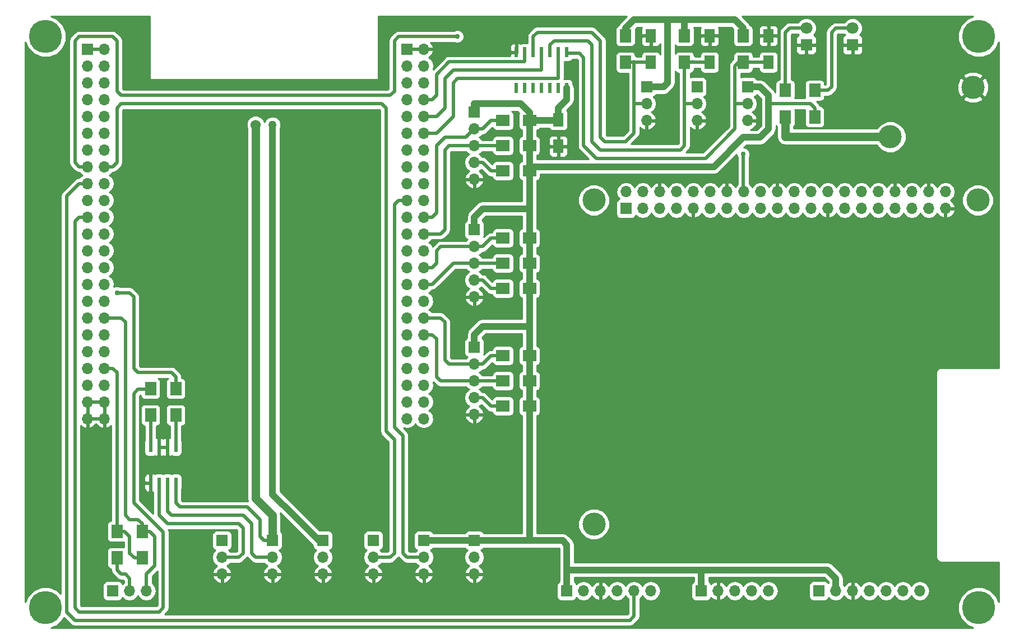
<source format=gbr>
G04 #@! TF.FileFunction,Copper,L1,Top,Signal*
%FSLAX46Y46*%
G04 Gerber Fmt 4.6, Leading zero omitted, Abs format (unit mm)*
G04 Created by KiCad (PCBNEW 4.0.3-stable) date 05/01/17 14:31:29*
%MOMM*%
%LPD*%
G01*
G04 APERTURE LIST*
%ADD10C,0.100000*%
%ADD11C,1.524000*%
%ADD12R,1.700000X1.700000*%
%ADD13O,1.700000X1.700000*%
%ADD14R,1.600000X2.000000*%
%ADD15R,1.800000X1.800000*%
%ADD16C,1.800000*%
%ADD17C,3.500000*%
%ADD18C,5.000000*%
%ADD19R,1.700000X2.000000*%
%ADD20R,0.600000X1.550000*%
%ADD21R,0.600000X1.500000*%
%ADD22R,2.000000X1.700000*%
%ADD23C,1.270000*%
%ADD24C,0.762000*%
%ADD25C,0.508000*%
%ADD26C,1.270000*%
%ADD27C,1.016000*%
%ADD28C,0.254000*%
G04 APERTURE END LIST*
D10*
D11*
X39370000Y-81915000D03*
X118110000Y-43180000D03*
D12*
X44450000Y-27305000D03*
D13*
X46990000Y-27305000D03*
X44450000Y-29845000D03*
X46990000Y-29845000D03*
X44450000Y-32385000D03*
X46990000Y-32385000D03*
X44450000Y-34925000D03*
X46990000Y-34925000D03*
X44450000Y-37465000D03*
X46990000Y-37465000D03*
X44450000Y-40005000D03*
X46990000Y-40005000D03*
X44450000Y-42545000D03*
X46990000Y-42545000D03*
X44450000Y-45085000D03*
X46990000Y-45085000D03*
X44450000Y-47625000D03*
X46990000Y-47625000D03*
X44450000Y-50165000D03*
X46990000Y-50165000D03*
X44450000Y-52705000D03*
X46990000Y-52705000D03*
X44450000Y-55245000D03*
X46990000Y-55245000D03*
X44450000Y-57785000D03*
X46990000Y-57785000D03*
X44450000Y-60325000D03*
X46990000Y-60325000D03*
X44450000Y-62865000D03*
X46990000Y-62865000D03*
X44450000Y-65405000D03*
X46990000Y-65405000D03*
X44450000Y-67945000D03*
X46990000Y-67945000D03*
X44450000Y-70485000D03*
X46990000Y-70485000D03*
X44450000Y-73025000D03*
X46990000Y-73025000D03*
X44450000Y-75565000D03*
X46990000Y-75565000D03*
X44450000Y-78105000D03*
X46990000Y-78105000D03*
X44450000Y-80645000D03*
X46990000Y-80645000D03*
X44450000Y-83185000D03*
X46990000Y-83185000D03*
D12*
X92710000Y-27305000D03*
D13*
X95250000Y-27305000D03*
X92710000Y-29845000D03*
X95250000Y-29845000D03*
X92710000Y-32385000D03*
X95250000Y-32385000D03*
X92710000Y-34925000D03*
X95250000Y-34925000D03*
X92710000Y-37465000D03*
X95250000Y-37465000D03*
X92710000Y-40005000D03*
X95250000Y-40005000D03*
X92710000Y-42545000D03*
X95250000Y-42545000D03*
X92710000Y-45085000D03*
X95250000Y-45085000D03*
X92710000Y-47625000D03*
X95250000Y-47625000D03*
X92710000Y-50165000D03*
X95250000Y-50165000D03*
X92710000Y-52705000D03*
X95250000Y-52705000D03*
X92710000Y-55245000D03*
X95250000Y-55245000D03*
X92710000Y-57785000D03*
X95250000Y-57785000D03*
X92710000Y-60325000D03*
X95250000Y-60325000D03*
X92710000Y-62865000D03*
X95250000Y-62865000D03*
X92710000Y-65405000D03*
X95250000Y-65405000D03*
X92710000Y-67945000D03*
X95250000Y-67945000D03*
X92710000Y-70485000D03*
X95250000Y-70485000D03*
X92710000Y-73025000D03*
X95250000Y-73025000D03*
X92710000Y-75565000D03*
X95250000Y-75565000D03*
X92710000Y-78105000D03*
X95250000Y-78105000D03*
X92710000Y-80645000D03*
X95250000Y-80645000D03*
X92710000Y-83185000D03*
X95250000Y-83185000D03*
D12*
X116840000Y-109220000D03*
D13*
X119380000Y-109220000D03*
X121920000Y-109220000D03*
X124460000Y-109220000D03*
X127000000Y-109220000D03*
X129540000Y-109220000D03*
D12*
X154940000Y-109220000D03*
D13*
X157480000Y-109220000D03*
X160020000Y-109220000D03*
X162560000Y-109220000D03*
X165100000Y-109220000D03*
X167640000Y-109220000D03*
X170180000Y-109220000D03*
D12*
X137160000Y-109220000D03*
D13*
X139700000Y-109220000D03*
X142240000Y-109220000D03*
X144780000Y-109220000D03*
X147320000Y-109220000D03*
D14*
X129540000Y-25305000D03*
X129540000Y-29305000D03*
X138430000Y-25305000D03*
X138430000Y-29305000D03*
X147320000Y-25305000D03*
X147320000Y-29305000D03*
X115570000Y-38005000D03*
X115570000Y-42005000D03*
D12*
X125806200Y-51422300D03*
D13*
X125806200Y-48882300D03*
X128346200Y-51422300D03*
X128346200Y-48882300D03*
X130886200Y-51422300D03*
X130886200Y-48882300D03*
X133426200Y-51422300D03*
X133426200Y-48882300D03*
X135966200Y-51422300D03*
X135966200Y-48882300D03*
X138506200Y-51422300D03*
X138506200Y-48882300D03*
X141046200Y-51422300D03*
X141046200Y-48882300D03*
X143586200Y-51422300D03*
X143586200Y-48882300D03*
X146126200Y-51422300D03*
X146126200Y-48882300D03*
X148666200Y-51422300D03*
X148666200Y-48882300D03*
X151206200Y-51422300D03*
X151206200Y-48882300D03*
X153746200Y-51422300D03*
X153746200Y-48882300D03*
X156286200Y-51422300D03*
X156286200Y-48882300D03*
X158826200Y-51422300D03*
X158826200Y-48882300D03*
X161366200Y-51422300D03*
X161366200Y-48882300D03*
X163906200Y-51422300D03*
X163906200Y-48882300D03*
X166446200Y-51422300D03*
X166446200Y-48882300D03*
X168986200Y-51422300D03*
X168986200Y-48882300D03*
X171526200Y-51422300D03*
X171526200Y-48882300D03*
X174066200Y-51422300D03*
X174066200Y-48882300D03*
D15*
X153035000Y-26670000D03*
D16*
X153035000Y-24130000D03*
D15*
X160020000Y-26670000D03*
D16*
X160020000Y-24130000D03*
D12*
X102870000Y-54610000D03*
D13*
X102870000Y-57150000D03*
X102870000Y-59690000D03*
X102870000Y-62230000D03*
X102870000Y-64770000D03*
D12*
X102870000Y-36830000D03*
D13*
X102870000Y-39370000D03*
X102870000Y-41910000D03*
X102870000Y-44450000D03*
X102870000Y-46990000D03*
D12*
X144145000Y-33020000D03*
D13*
X144145000Y-35560000D03*
X144145000Y-38100000D03*
D12*
X136525000Y-33020000D03*
D13*
X136525000Y-35560000D03*
X136525000Y-38100000D03*
D12*
X128905000Y-33020000D03*
D13*
X128905000Y-35560000D03*
X128905000Y-38100000D03*
D12*
X102870000Y-72390000D03*
D13*
X102870000Y-74930000D03*
X102870000Y-77470000D03*
X102870000Y-80010000D03*
X102870000Y-82550000D03*
D12*
X102870000Y-101600000D03*
D13*
X102870000Y-104140000D03*
X102870000Y-106680000D03*
D12*
X95250000Y-101600000D03*
D13*
X95250000Y-104140000D03*
X95250000Y-106680000D03*
D12*
X87630000Y-101600000D03*
D13*
X87630000Y-104140000D03*
X87630000Y-106680000D03*
D12*
X80010000Y-101600000D03*
D13*
X80010000Y-104140000D03*
X80010000Y-106680000D03*
D12*
X48260000Y-109220000D03*
D13*
X50800000Y-109220000D03*
X53340000Y-109220000D03*
D17*
X178230000Y-33080000D03*
X165730000Y-40580000D03*
D11*
X61595000Y-67945000D03*
X80645000Y-67945000D03*
X149860000Y-74930000D03*
X80645000Y-75565000D03*
X61595000Y-75565000D03*
X124460000Y-37465000D03*
D17*
X120950000Y-99150000D03*
X120950000Y-50150000D03*
X178950000Y-50150000D03*
D18*
X179070000Y-111760000D03*
X38100000Y-111760000D03*
X38100000Y-25400000D03*
X179070000Y-25400000D03*
D12*
X72390000Y-101600000D03*
D13*
X72390000Y-104140000D03*
X72390000Y-106680000D03*
D12*
X64770000Y-101600000D03*
D13*
X64770000Y-104140000D03*
X64770000Y-106680000D03*
D19*
X57785000Y-82645000D03*
X57785000Y-78645000D03*
X53975000Y-82645000D03*
X53975000Y-78645000D03*
D20*
X57785000Y-87470000D03*
X56515000Y-87470000D03*
X55245000Y-87470000D03*
X53975000Y-87470000D03*
X53975000Y-92870000D03*
X55245000Y-92870000D03*
X56515000Y-92870000D03*
X57785000Y-92870000D03*
D21*
X116840000Y-27780000D03*
X115570000Y-27780000D03*
X114300000Y-27780000D03*
X113030000Y-27780000D03*
X111760000Y-27780000D03*
X110490000Y-27780000D03*
X109220000Y-27780000D03*
X109220000Y-33180000D03*
X110490000Y-33180000D03*
X111760000Y-33180000D03*
X113030000Y-33180000D03*
X114300000Y-33180000D03*
X115570000Y-33180000D03*
X116840000Y-33180000D03*
D19*
X125730000Y-29305000D03*
X125730000Y-25305000D03*
X134620000Y-29305000D03*
X134620000Y-25305000D03*
X143510000Y-29305000D03*
X143510000Y-25305000D03*
D22*
X111220000Y-81280000D03*
X107220000Y-81280000D03*
X111220000Y-77470000D03*
X107220000Y-77470000D03*
X111220000Y-73660000D03*
X107220000Y-73660000D03*
X111220000Y-63500000D03*
X107220000Y-63500000D03*
X111220000Y-59690000D03*
X107220000Y-59690000D03*
X111220000Y-55880000D03*
X107220000Y-55880000D03*
X111220000Y-45720000D03*
X107220000Y-45720000D03*
X111220000Y-41910000D03*
X107220000Y-41910000D03*
X111220000Y-38100000D03*
X107220000Y-38100000D03*
D19*
X149860000Y-37560000D03*
X149860000Y-33560000D03*
X154305000Y-37560000D03*
X154305000Y-33560000D03*
X48895000Y-104235000D03*
X48895000Y-100235000D03*
X52705000Y-104235000D03*
X52705000Y-100235000D03*
D11*
X69850000Y-38735000D03*
D23*
X72390000Y-38735000D03*
D24*
X143510000Y-43180000D03*
X100330000Y-25400000D03*
X48895000Y-64135000D03*
D25*
X50165000Y-95250000D02*
X50165000Y-97790000D01*
X49530000Y-67945000D02*
X50165000Y-68580000D01*
X50165000Y-68580000D02*
X50165000Y-95250000D01*
X46990000Y-67945000D02*
X49530000Y-67945000D01*
X52705000Y-99060000D02*
X52705000Y-100235000D01*
X52070000Y-98425000D02*
X52705000Y-99060000D01*
X50800000Y-98425000D02*
X52070000Y-98425000D01*
X50165000Y-97790000D02*
X50800000Y-98425000D01*
X53340000Y-109220000D02*
X53340000Y-106680000D01*
X53340000Y-106680000D02*
X54610000Y-105410000D01*
X54610000Y-105410000D02*
X54610000Y-100965000D01*
X54610000Y-100965000D02*
X53880000Y-100235000D01*
X53880000Y-100235000D02*
X52705000Y-100235000D01*
D26*
X69850000Y-48895000D02*
X69850000Y-95250000D01*
X69850000Y-38735000D02*
X69850000Y-48895000D01*
X72390000Y-97790000D02*
X72390000Y-101600000D01*
X69850000Y-95250000D02*
X72390000Y-97790000D01*
D25*
X72390000Y-101600000D02*
X71120000Y-101600000D01*
X71120000Y-101600000D02*
X70485000Y-100965000D01*
X70485000Y-100965000D02*
X70485000Y-98425000D01*
X70485000Y-98425000D02*
X68580000Y-96520000D01*
X68580000Y-96520000D02*
X58420000Y-96520000D01*
X58420000Y-96520000D02*
X57785000Y-95885000D01*
X57785000Y-95885000D02*
X57785000Y-92870000D01*
D26*
X165730000Y-40580000D02*
X149920000Y-40580000D01*
X149860000Y-40520000D02*
X149860000Y-37560000D01*
X149920000Y-40580000D02*
X149860000Y-40520000D01*
D25*
X48895000Y-104235000D02*
X48895000Y-106045000D01*
X50800000Y-107315000D02*
X50800000Y-109220000D01*
X50165000Y-106680000D02*
X50800000Y-107315000D01*
X49530000Y-106680000D02*
X50165000Y-106680000D01*
X48895000Y-106045000D02*
X49530000Y-106680000D01*
X149860000Y-33560000D02*
X149860000Y-24765000D01*
X150495000Y-24130000D02*
X153035000Y-24130000D01*
X149860000Y-24765000D02*
X150495000Y-24130000D01*
X127000000Y-35560000D02*
X127000000Y-40005000D01*
X122555000Y-41275000D02*
X121920000Y-40640000D01*
X121920000Y-40640000D02*
X121920000Y-26670000D01*
X121920000Y-26670000D02*
X121920000Y-26035000D01*
X121920000Y-26035000D02*
X120650000Y-24765000D01*
X120650000Y-24765000D02*
X112395000Y-24765000D01*
X112395000Y-24765000D02*
X111760000Y-25400000D01*
X111760000Y-25400000D02*
X111760000Y-27780000D01*
X125730000Y-41275000D02*
X122555000Y-41275000D01*
X127000000Y-40005000D02*
X125730000Y-41275000D01*
X128905000Y-35560000D02*
X127000000Y-35560000D01*
X127000000Y-35560000D02*
X127000000Y-29305000D01*
X127000000Y-29305000D02*
X127000000Y-29210000D01*
X127000000Y-29210000D02*
X127000000Y-29305000D01*
X129540000Y-29305000D02*
X127000000Y-29305000D01*
X127000000Y-29305000D02*
X125730000Y-29305000D01*
X129540000Y-29305000D02*
X129540000Y-29210000D01*
X129540000Y-29210000D02*
X129540000Y-29305000D01*
X134620000Y-35560000D02*
X134620000Y-29305000D01*
X121920000Y-42545000D02*
X133985000Y-42545000D01*
X121920000Y-42545000D02*
X120650000Y-41275000D01*
X120650000Y-41275000D02*
X120650000Y-26670000D01*
X120650000Y-26670000D02*
X120015000Y-26035000D01*
X120015000Y-26035000D02*
X114935000Y-26035000D01*
X114935000Y-26035000D02*
X114300000Y-26670000D01*
X114300000Y-27780000D02*
X114300000Y-26670000D01*
X134620000Y-35560000D02*
X136525000Y-35560000D01*
X134620000Y-41910000D02*
X134620000Y-35560000D01*
X133985000Y-42545000D02*
X134620000Y-41910000D01*
X136525000Y-35560000D02*
X135890000Y-35560000D01*
X135890000Y-29305000D02*
X135890000Y-29210000D01*
X135890000Y-29210000D02*
X135890000Y-29305000D01*
X138430000Y-29305000D02*
X135890000Y-29305000D01*
X135890000Y-29305000D02*
X134620000Y-29305000D01*
X142240000Y-35560000D02*
X142240000Y-39370000D01*
X118745000Y-27940000D02*
X117000000Y-27940000D01*
X119380000Y-28575000D02*
X118745000Y-27940000D01*
X119380000Y-41910000D02*
X119380000Y-28575000D01*
X121285000Y-43815000D02*
X119380000Y-41910000D01*
X137795000Y-43815000D02*
X121285000Y-43815000D01*
X142240000Y-39370000D02*
X137795000Y-43815000D01*
X117000000Y-27940000D02*
X116840000Y-27780000D01*
X147320000Y-29305000D02*
X143510000Y-29305000D01*
X143510000Y-29305000D02*
X143415000Y-29210000D01*
X143415000Y-29210000D02*
X142875000Y-29210000D01*
X142875000Y-29210000D02*
X142240000Y-29845000D01*
X142240000Y-29845000D02*
X142240000Y-35560000D01*
X142240000Y-35560000D02*
X142875000Y-35560000D01*
X142875000Y-35560000D02*
X144145000Y-35560000D01*
D27*
X132080000Y-31115000D02*
X132080000Y-32385000D01*
X132080000Y-22860000D02*
X132080000Y-31115000D01*
X131445000Y-33020000D02*
X128905000Y-33020000D01*
X132080000Y-32385000D02*
X131445000Y-33020000D01*
X111220000Y-83725000D02*
X111220000Y-101600000D01*
X111220000Y-81280000D02*
X111220000Y-83725000D01*
X111220000Y-101600000D02*
X111125000Y-101600000D01*
X75565000Y-97790000D02*
X79375000Y-101600000D01*
X79375000Y-101600000D02*
X80010000Y-101600000D01*
X72390000Y-48260000D02*
X72390000Y-94615000D01*
X72390000Y-94615000D02*
X75565000Y-97790000D01*
X116840000Y-106045000D02*
X116840000Y-102235000D01*
X116840000Y-102235000D02*
X116205000Y-101600000D01*
X116205000Y-101600000D02*
X111125000Y-101600000D01*
X111125000Y-101600000D02*
X102870000Y-101600000D01*
X95250000Y-101600000D02*
X102870000Y-101600000D01*
X115570000Y-38005000D02*
X115570000Y-36195000D01*
X116840000Y-34925000D02*
X116840000Y-33180000D01*
X115570000Y-36195000D02*
X116840000Y-34925000D01*
X111220000Y-38100000D02*
X115475000Y-38100000D01*
X115475000Y-38100000D02*
X115570000Y-38005000D01*
X72390000Y-38735000D02*
X72390000Y-48260000D01*
X72390000Y-48260000D02*
X72390000Y-48895000D01*
D25*
X147320000Y-35560000D02*
X147955000Y-35560000D01*
X154305000Y-36195000D02*
X153670000Y-35560000D01*
X153670000Y-35560000D02*
X147955000Y-35560000D01*
X154305000Y-36195000D02*
X154305000Y-37560000D01*
D27*
X144145000Y-33020000D02*
X146050000Y-33020000D01*
X139065000Y-45085000D02*
X111855000Y-45085000D01*
X143510000Y-40640000D02*
X139065000Y-45085000D01*
X146050000Y-40640000D02*
X143510000Y-40640000D01*
X147320000Y-39370000D02*
X146050000Y-40640000D01*
X147320000Y-34290000D02*
X147320000Y-35560000D01*
X147320000Y-35560000D02*
X147320000Y-39370000D01*
X146050000Y-33020000D02*
X147320000Y-34290000D01*
X111855000Y-45085000D02*
X111220000Y-45720000D01*
X137160000Y-106045000D02*
X156210000Y-106045000D01*
X157480000Y-107315000D02*
X157480000Y-109220000D01*
X156210000Y-106045000D02*
X157480000Y-107315000D01*
X116840000Y-106045000D02*
X137160000Y-106045000D01*
X137160000Y-106045000D02*
X137160000Y-109220000D01*
X116840000Y-106045000D02*
X116840000Y-109220000D01*
X134620000Y-22860000D02*
X142240000Y-22860000D01*
X143510000Y-24130000D02*
X143510000Y-25305000D01*
X142240000Y-22860000D02*
X143510000Y-24130000D01*
X134620000Y-25305000D02*
X134620000Y-22860000D01*
X125730000Y-24130000D02*
X127000000Y-22860000D01*
X127000000Y-22860000D02*
X132080000Y-22860000D01*
X132080000Y-22860000D02*
X134620000Y-22860000D01*
X125730000Y-24130000D02*
X125730000Y-25305000D01*
X111220000Y-38100000D02*
X111220000Y-36925000D01*
X109855000Y-35560000D02*
X102870000Y-35560000D01*
X111220000Y-36925000D02*
X109855000Y-35560000D01*
X102870000Y-36830000D02*
X102870000Y-35560000D01*
X102870000Y-72390000D02*
X102870000Y-70485000D01*
X104140000Y-69215000D02*
X111220000Y-69215000D01*
X102870000Y-70485000D02*
X104140000Y-69215000D01*
X111220000Y-51435000D02*
X110490000Y-51435000D01*
X102870000Y-52705000D02*
X104140000Y-51435000D01*
X104140000Y-51435000D02*
X110490000Y-51435000D01*
X102870000Y-52705000D02*
X102870000Y-54610000D01*
X111220000Y-51435000D02*
X111125000Y-51435000D01*
X111125000Y-51435000D02*
X111220000Y-51435000D01*
X111220000Y-81280000D02*
X111220000Y-77470000D01*
X111220000Y-77470000D02*
X111220000Y-73660000D01*
X111220000Y-73660000D02*
X111220000Y-69850000D01*
X111220000Y-69850000D02*
X111220000Y-69215000D01*
X111220000Y-69215000D02*
X111220000Y-68580000D01*
X111220000Y-68580000D02*
X111220000Y-63500000D01*
X111220000Y-63500000D02*
X111220000Y-59690000D01*
X111220000Y-59690000D02*
X111220000Y-55880000D01*
X111220000Y-55880000D02*
X111220000Y-51435000D01*
X111220000Y-51435000D02*
X111220000Y-45720000D01*
X111220000Y-45720000D02*
X111220000Y-41910000D01*
X111220000Y-41910000D02*
X111220000Y-38100000D01*
D25*
X119380000Y-113665000D02*
X121920000Y-113665000D01*
X43180000Y-47625000D02*
X41275000Y-49530000D01*
X41275000Y-49530000D02*
X41275000Y-94615000D01*
X44450000Y-47625000D02*
X43180000Y-47625000D01*
X119380000Y-113665000D02*
X42545000Y-113665000D01*
X42545000Y-113665000D02*
X41275000Y-112395000D01*
X41275000Y-112395000D02*
X41275000Y-94615000D01*
X121920000Y-113665000D02*
X126365000Y-113665000D01*
X127000000Y-113030000D02*
X126365000Y-113665000D01*
X127000000Y-113030000D02*
X127000000Y-109220000D01*
X48895000Y-100235000D02*
X48895000Y-95250000D01*
X48260000Y-75565000D02*
X48895000Y-76200000D01*
X48895000Y-76200000D02*
X48895000Y-95250000D01*
X48260000Y-75565000D02*
X46990000Y-75565000D01*
X52705000Y-104235000D02*
X51530000Y-104235000D01*
X50070000Y-100235000D02*
X48895000Y-100235000D01*
X50800000Y-100965000D02*
X50070000Y-100235000D01*
X50800000Y-103505000D02*
X50800000Y-100965000D01*
X51530000Y-104235000D02*
X50800000Y-103505000D01*
X95250000Y-34925000D02*
X96520000Y-34925000D01*
X110490000Y-29210000D02*
X110490000Y-27780000D01*
X99060000Y-29210000D02*
X110490000Y-29210000D01*
X97155000Y-31115000D02*
X99060000Y-29210000D01*
X97155000Y-34290000D02*
X97155000Y-31115000D01*
X96520000Y-34925000D02*
X97155000Y-34290000D01*
X97155000Y-37465000D02*
X98425000Y-36195000D01*
X113030000Y-30480000D02*
X113030000Y-27780000D01*
X99695000Y-30480000D02*
X113030000Y-30480000D01*
X98425000Y-31750000D02*
X99695000Y-30480000D01*
X98425000Y-36195000D02*
X98425000Y-31750000D01*
X95250000Y-37465000D02*
X97155000Y-37465000D01*
X95250000Y-40005000D02*
X97155000Y-40005000D01*
X115570000Y-31750000D02*
X115570000Y-27780000D01*
X100330000Y-31750000D02*
X115570000Y-31750000D01*
X99695000Y-32385000D02*
X100330000Y-31750000D01*
X99695000Y-37465000D02*
X99695000Y-32385000D01*
X97155000Y-40005000D02*
X99695000Y-37465000D01*
X92075000Y-88900000D02*
X92075000Y-85725000D01*
X91440000Y-50165000D02*
X90805000Y-50800000D01*
X90805000Y-50800000D02*
X90805000Y-84455000D01*
X90805000Y-84455000D02*
X91440000Y-85090000D01*
X92710000Y-50165000D02*
X91440000Y-50165000D01*
X92710000Y-104140000D02*
X92075000Y-103505000D01*
X92075000Y-103505000D02*
X92075000Y-88900000D01*
X93980000Y-104140000D02*
X95250000Y-104140000D01*
X93980000Y-104140000D02*
X92710000Y-104140000D01*
X92075000Y-85725000D02*
X91440000Y-85090000D01*
X102870000Y-44450000D02*
X104140000Y-44450000D01*
X105410000Y-45720000D02*
X107220000Y-45720000D01*
X104140000Y-44450000D02*
X105410000Y-45720000D01*
X97155000Y-41910000D02*
X98425000Y-40640000D01*
X101600000Y-40640000D02*
X102870000Y-39370000D01*
X100965000Y-40640000D02*
X101600000Y-40640000D01*
X98425000Y-40640000D02*
X100965000Y-40640000D01*
X107220000Y-38100000D02*
X105410000Y-38100000D01*
X105410000Y-38100000D02*
X104140000Y-39370000D01*
X104140000Y-39370000D02*
X102870000Y-39370000D01*
X95250000Y-52705000D02*
X96520000Y-52705000D01*
X97155000Y-52070000D02*
X97155000Y-41910000D01*
X96520000Y-52705000D02*
X97155000Y-52070000D01*
X102870000Y-41910000D02*
X107220000Y-41910000D01*
X99060000Y-41910000D02*
X102870000Y-41910000D01*
X98425000Y-42545000D02*
X99060000Y-41910000D01*
X95250000Y-55245000D02*
X97790000Y-55245000D01*
X98425000Y-54610000D02*
X98425000Y-42545000D01*
X97790000Y-55245000D02*
X98425000Y-54610000D01*
X102870000Y-62230000D02*
X104140000Y-62230000D01*
X105410000Y-63500000D02*
X107220000Y-63500000D01*
X104140000Y-62230000D02*
X105410000Y-63500000D01*
X102870000Y-57150000D02*
X97790000Y-57150000D01*
X96520000Y-60325000D02*
X95250000Y-60325000D01*
X97155000Y-59690000D02*
X96520000Y-60325000D01*
X97155000Y-57785000D02*
X97155000Y-59690000D01*
X97790000Y-57150000D02*
X97155000Y-57785000D01*
X102870000Y-57150000D02*
X104140000Y-57150000D01*
X105410000Y-55880000D02*
X107220000Y-55880000D01*
X104140000Y-57150000D02*
X105410000Y-55880000D01*
X102870000Y-59690000D02*
X99695000Y-59690000D01*
X96520000Y-62865000D02*
X95250000Y-62865000D01*
X99695000Y-59690000D02*
X96520000Y-62865000D01*
X102870000Y-59690000D02*
X107220000Y-59690000D01*
X105410000Y-81280000D02*
X107220000Y-81280000D01*
X104140000Y-80010000D02*
X105410000Y-81280000D01*
X102870000Y-80010000D02*
X104140000Y-80010000D01*
X102870000Y-74930000D02*
X99060000Y-74930000D01*
X99060000Y-74930000D02*
X98425000Y-74295000D01*
X102870000Y-74930000D02*
X104140000Y-74930000D01*
X104140000Y-74930000D02*
X105410000Y-73660000D01*
X98425000Y-74295000D02*
X98425000Y-68580000D01*
X98425000Y-68580000D02*
X97790000Y-67945000D01*
X97790000Y-67945000D02*
X95250000Y-67945000D01*
X105410000Y-73660000D02*
X107220000Y-73660000D01*
X102870000Y-77470000D02*
X97790000Y-77470000D01*
X96520000Y-70485000D02*
X95250000Y-70485000D01*
X97155000Y-71120000D02*
X96520000Y-70485000D01*
X97155000Y-76835000D02*
X97155000Y-71120000D01*
X97790000Y-77470000D02*
X97155000Y-76835000D01*
X102870000Y-77470000D02*
X107220000Y-77470000D01*
X90805000Y-88900000D02*
X90805000Y-86360000D01*
X90170000Y-104140000D02*
X90805000Y-103505000D01*
X90805000Y-103505000D02*
X90805000Y-88900000D01*
X87630000Y-104140000D02*
X90170000Y-104140000D01*
X48260000Y-45085000D02*
X46990000Y-45085000D01*
X48895000Y-44450000D02*
X48260000Y-45085000D01*
X48895000Y-36195000D02*
X48895000Y-44450000D01*
X49530000Y-35560000D02*
X48895000Y-36195000D01*
X88900000Y-35560000D02*
X49530000Y-35560000D01*
X89535000Y-36195000D02*
X88900000Y-35560000D01*
X89535000Y-85090000D02*
X89535000Y-36195000D01*
X90805000Y-86360000D02*
X89535000Y-85090000D01*
X154305000Y-33560000D02*
X156305000Y-33560000D01*
X157480000Y-24130000D02*
X160020000Y-24130000D01*
X156845000Y-24765000D02*
X157480000Y-24130000D01*
X156845000Y-33020000D02*
X156845000Y-24765000D01*
X156305000Y-33560000D02*
X156845000Y-33020000D01*
X43180000Y-45085000D02*
X42545000Y-44450000D01*
X42545000Y-44450000D02*
X42545000Y-26035000D01*
X42545000Y-26035000D02*
X43180000Y-25400000D01*
X43180000Y-25400000D02*
X48260000Y-25400000D01*
X48260000Y-25400000D02*
X48895000Y-26035000D01*
X48895000Y-26035000D02*
X48895000Y-33655000D01*
X48895000Y-33655000D02*
X49530000Y-34290000D01*
X49530000Y-34290000D02*
X87630000Y-34290000D01*
X90170000Y-34290000D02*
X90805000Y-33655000D01*
X90805000Y-33655000D02*
X90805000Y-26035000D01*
X90805000Y-26035000D02*
X91440000Y-25400000D01*
X91440000Y-25400000D02*
X96520000Y-25400000D01*
X96520000Y-25400000D02*
X100330000Y-25400000D01*
X44450000Y-45085000D02*
X43180000Y-45085000D01*
X90170000Y-34290000D02*
X87630000Y-34290000D01*
X143510000Y-43180000D02*
X143510000Y-48806100D01*
X143510000Y-48806100D02*
X143586200Y-48882300D01*
X143510000Y-43180000D02*
X143586200Y-43256200D01*
X44450000Y-52705000D02*
X43180000Y-52705000D01*
X52070000Y-78740000D02*
X53880000Y-78740000D01*
X51435000Y-79375000D02*
X52070000Y-78740000D01*
X51435000Y-95885000D02*
X51435000Y-79375000D01*
X55880000Y-100330000D02*
X51435000Y-95885000D01*
X55880000Y-111760000D02*
X55880000Y-100330000D01*
X55245000Y-112395000D02*
X55880000Y-111760000D01*
X43180000Y-112395000D02*
X55245000Y-112395000D01*
X42545000Y-111760000D02*
X43180000Y-112395000D01*
X42545000Y-53340000D02*
X42545000Y-111760000D01*
X43180000Y-52705000D02*
X42545000Y-53340000D01*
X53880000Y-78740000D02*
X53975000Y-78645000D01*
X57785000Y-76835000D02*
X57785000Y-78645000D01*
X57150000Y-76200000D02*
X57785000Y-76835000D01*
X52070000Y-76200000D02*
X57150000Y-76200000D01*
X51435000Y-75565000D02*
X52070000Y-76200000D01*
X51435000Y-64770000D02*
X51435000Y-75565000D01*
X50800000Y-64135000D02*
X51435000Y-64770000D01*
X48895000Y-64135000D02*
X50800000Y-64135000D01*
X69215000Y-103505000D02*
X69215000Y-99695000D01*
X69850000Y-104140000D02*
X69215000Y-103505000D01*
X72390000Y-104140000D02*
X69850000Y-104140000D01*
X56515000Y-97155000D02*
X56515000Y-92870000D01*
X57150000Y-97790000D02*
X56515000Y-97155000D01*
X67945000Y-97790000D02*
X57150000Y-97790000D01*
X69215000Y-99060000D02*
X67945000Y-97790000D01*
X69215000Y-99695000D02*
X69215000Y-99060000D01*
X64770000Y-104140000D02*
X67310000Y-104140000D01*
X55245000Y-97790000D02*
X55245000Y-92870000D01*
X56515000Y-99060000D02*
X55245000Y-97790000D01*
X67310000Y-99060000D02*
X56515000Y-99060000D01*
X67945000Y-99695000D02*
X67310000Y-99060000D01*
X67945000Y-103505000D02*
X67945000Y-99695000D01*
X67310000Y-104140000D02*
X67945000Y-103505000D01*
X57785000Y-82645000D02*
X57785000Y-87470000D01*
X53975000Y-82645000D02*
X53975000Y-87470000D01*
D28*
G36*
X177296485Y-22740727D02*
X176413826Y-23621847D01*
X175935546Y-24773674D01*
X175934457Y-26020854D01*
X176410727Y-27173515D01*
X177291847Y-28056174D01*
X178443674Y-28534454D01*
X179690854Y-28535543D01*
X180843515Y-28059273D01*
X181726174Y-27178153D01*
X182118000Y-26234531D01*
X182118000Y-75490000D01*
X173355000Y-75490000D01*
X173083295Y-75544046D01*
X172852954Y-75697954D01*
X172699046Y-75928295D01*
X172645000Y-76200000D01*
X172645000Y-104140000D01*
X172699046Y-104411705D01*
X172852954Y-104642046D01*
X173083295Y-104795954D01*
X173355000Y-104850000D01*
X182118000Y-104850000D01*
X182118000Y-110927275D01*
X181729273Y-109986485D01*
X180848153Y-109103826D01*
X179696326Y-108625546D01*
X178449146Y-108624457D01*
X177296485Y-109100727D01*
X176413826Y-109981847D01*
X175935546Y-111133674D01*
X175934457Y-112380854D01*
X176410727Y-113533515D01*
X177291847Y-114416174D01*
X178235469Y-114808000D01*
X38932725Y-114808000D01*
X39873515Y-114419273D01*
X40756174Y-113538153D01*
X40874927Y-113252163D01*
X41916382Y-114293618D01*
X42204794Y-114486329D01*
X42545000Y-114554000D01*
X126365000Y-114554000D01*
X126705206Y-114486329D01*
X126993618Y-114293618D01*
X127628618Y-113658618D01*
X127821330Y-113370205D01*
X127889000Y-113030000D01*
X127889000Y-110406760D01*
X128050054Y-110299147D01*
X128270000Y-109969974D01*
X128489946Y-110299147D01*
X128971715Y-110621054D01*
X129540000Y-110734093D01*
X130108285Y-110621054D01*
X130590054Y-110299147D01*
X130911961Y-109817378D01*
X131025000Y-109249093D01*
X131025000Y-109190907D01*
X130911961Y-108622622D01*
X130590054Y-108140853D01*
X130108285Y-107818946D01*
X129540000Y-107705907D01*
X128971715Y-107818946D01*
X128489946Y-108140853D01*
X128270000Y-108470026D01*
X128050054Y-108140853D01*
X127568285Y-107818946D01*
X127000000Y-107705907D01*
X126431715Y-107818946D01*
X125949946Y-108140853D01*
X125730000Y-108470026D01*
X125510054Y-108140853D01*
X125028285Y-107818946D01*
X124460000Y-107705907D01*
X123891715Y-107818946D01*
X123409946Y-108140853D01*
X123182298Y-108481553D01*
X123115183Y-108338642D01*
X122686924Y-107948355D01*
X122276890Y-107778524D01*
X122047000Y-107899845D01*
X122047000Y-109093000D01*
X122067000Y-109093000D01*
X122067000Y-109347000D01*
X122047000Y-109347000D01*
X122047000Y-110540155D01*
X122276890Y-110661476D01*
X122686924Y-110491645D01*
X123115183Y-110101358D01*
X123182298Y-109958447D01*
X123409946Y-110299147D01*
X123891715Y-110621054D01*
X124460000Y-110734093D01*
X125028285Y-110621054D01*
X125510054Y-110299147D01*
X125730000Y-109969974D01*
X125949946Y-110299147D01*
X126111000Y-110406760D01*
X126111000Y-112661764D01*
X125996764Y-112776000D01*
X56121236Y-112776000D01*
X56508618Y-112388618D01*
X56701330Y-112100205D01*
X56769000Y-111760000D01*
X56769000Y-107036890D01*
X63328524Y-107036890D01*
X63498355Y-107446924D01*
X63888642Y-107875183D01*
X64413108Y-108121486D01*
X64643000Y-108000819D01*
X64643000Y-106807000D01*
X64897000Y-106807000D01*
X64897000Y-108000819D01*
X65126892Y-108121486D01*
X65651358Y-107875183D01*
X66041645Y-107446924D01*
X66211476Y-107036890D01*
X70948524Y-107036890D01*
X71118355Y-107446924D01*
X71508642Y-107875183D01*
X72033108Y-108121486D01*
X72263000Y-108000819D01*
X72263000Y-106807000D01*
X72517000Y-106807000D01*
X72517000Y-108000819D01*
X72746892Y-108121486D01*
X73271358Y-107875183D01*
X73661645Y-107446924D01*
X73831476Y-107036890D01*
X78568524Y-107036890D01*
X78738355Y-107446924D01*
X79128642Y-107875183D01*
X79653108Y-108121486D01*
X79883000Y-108000819D01*
X79883000Y-106807000D01*
X80137000Y-106807000D01*
X80137000Y-108000819D01*
X80366892Y-108121486D01*
X80891358Y-107875183D01*
X81281645Y-107446924D01*
X81451476Y-107036890D01*
X86188524Y-107036890D01*
X86358355Y-107446924D01*
X86748642Y-107875183D01*
X87273108Y-108121486D01*
X87503000Y-108000819D01*
X87503000Y-106807000D01*
X87757000Y-106807000D01*
X87757000Y-108000819D01*
X87986892Y-108121486D01*
X88511358Y-107875183D01*
X88901645Y-107446924D01*
X89071476Y-107036890D01*
X93808524Y-107036890D01*
X93978355Y-107446924D01*
X94368642Y-107875183D01*
X94893108Y-108121486D01*
X95123000Y-108000819D01*
X95123000Y-106807000D01*
X95377000Y-106807000D01*
X95377000Y-108000819D01*
X95606892Y-108121486D01*
X96131358Y-107875183D01*
X96521645Y-107446924D01*
X96691476Y-107036890D01*
X101428524Y-107036890D01*
X101598355Y-107446924D01*
X101988642Y-107875183D01*
X102513108Y-108121486D01*
X102743000Y-108000819D01*
X102743000Y-106807000D01*
X102997000Y-106807000D01*
X102997000Y-108000819D01*
X103226892Y-108121486D01*
X103751358Y-107875183D01*
X104141645Y-107446924D01*
X104311476Y-107036890D01*
X104190155Y-106807000D01*
X102997000Y-106807000D01*
X102743000Y-106807000D01*
X101549845Y-106807000D01*
X101428524Y-107036890D01*
X96691476Y-107036890D01*
X96570155Y-106807000D01*
X95377000Y-106807000D01*
X95123000Y-106807000D01*
X93929845Y-106807000D01*
X93808524Y-107036890D01*
X89071476Y-107036890D01*
X88950155Y-106807000D01*
X87757000Y-106807000D01*
X87503000Y-106807000D01*
X86309845Y-106807000D01*
X86188524Y-107036890D01*
X81451476Y-107036890D01*
X81330155Y-106807000D01*
X80137000Y-106807000D01*
X79883000Y-106807000D01*
X78689845Y-106807000D01*
X78568524Y-107036890D01*
X73831476Y-107036890D01*
X73710155Y-106807000D01*
X72517000Y-106807000D01*
X72263000Y-106807000D01*
X71069845Y-106807000D01*
X70948524Y-107036890D01*
X66211476Y-107036890D01*
X66090155Y-106807000D01*
X64897000Y-106807000D01*
X64643000Y-106807000D01*
X63449845Y-106807000D01*
X63328524Y-107036890D01*
X56769000Y-107036890D01*
X56769000Y-100330000D01*
X56701329Y-99989794D01*
X56674071Y-99949000D01*
X66941764Y-99949000D01*
X67056000Y-100063236D01*
X67056000Y-103136764D01*
X66941764Y-103251000D01*
X65956760Y-103251000D01*
X65849147Y-103089946D01*
X65807548Y-103062150D01*
X65855317Y-103053162D01*
X66071441Y-102914090D01*
X66216431Y-102701890D01*
X66267440Y-102450000D01*
X66267440Y-100750000D01*
X66223162Y-100514683D01*
X66084090Y-100298559D01*
X65871890Y-100153569D01*
X65620000Y-100102560D01*
X63920000Y-100102560D01*
X63684683Y-100146838D01*
X63468559Y-100285910D01*
X63323569Y-100498110D01*
X63272560Y-100750000D01*
X63272560Y-102450000D01*
X63316838Y-102685317D01*
X63455910Y-102901441D01*
X63668110Y-103046431D01*
X63735541Y-103060086D01*
X63690853Y-103089946D01*
X63368946Y-103571715D01*
X63255907Y-104140000D01*
X63368946Y-104708285D01*
X63690853Y-105190054D01*
X64031553Y-105417702D01*
X63888642Y-105484817D01*
X63498355Y-105913076D01*
X63328524Y-106323110D01*
X63449845Y-106553000D01*
X64643000Y-106553000D01*
X64643000Y-106533000D01*
X64897000Y-106533000D01*
X64897000Y-106553000D01*
X66090155Y-106553000D01*
X66211476Y-106323110D01*
X66041645Y-105913076D01*
X65651358Y-105484817D01*
X65508447Y-105417702D01*
X65849147Y-105190054D01*
X65956760Y-105029000D01*
X67310000Y-105029000D01*
X67650206Y-104961329D01*
X67938618Y-104768618D01*
X68573618Y-104133618D01*
X68580000Y-104124067D01*
X68586382Y-104133618D01*
X69221382Y-104768618D01*
X69509795Y-104961330D01*
X69850000Y-105029000D01*
X71203240Y-105029000D01*
X71310853Y-105190054D01*
X71651553Y-105417702D01*
X71508642Y-105484817D01*
X71118355Y-105913076D01*
X70948524Y-106323110D01*
X71069845Y-106553000D01*
X72263000Y-106553000D01*
X72263000Y-106533000D01*
X72517000Y-106533000D01*
X72517000Y-106553000D01*
X73710155Y-106553000D01*
X73831476Y-106323110D01*
X73661645Y-105913076D01*
X73271358Y-105484817D01*
X73128447Y-105417702D01*
X73469147Y-105190054D01*
X73791054Y-104708285D01*
X73904093Y-104140000D01*
X73791054Y-103571715D01*
X73469147Y-103089946D01*
X73427548Y-103062150D01*
X73475317Y-103053162D01*
X73691441Y-102914090D01*
X73836431Y-102701890D01*
X73887440Y-102450000D01*
X73887440Y-100750000D01*
X73843162Y-100514683D01*
X73704090Y-100298559D01*
X73660000Y-100268434D01*
X73660000Y-97790000D01*
X73588351Y-97429797D01*
X78512560Y-102354006D01*
X78512560Y-102450000D01*
X78556838Y-102685317D01*
X78695910Y-102901441D01*
X78908110Y-103046431D01*
X78975541Y-103060086D01*
X78930853Y-103089946D01*
X78608946Y-103571715D01*
X78495907Y-104140000D01*
X78608946Y-104708285D01*
X78930853Y-105190054D01*
X79271553Y-105417702D01*
X79128642Y-105484817D01*
X78738355Y-105913076D01*
X78568524Y-106323110D01*
X78689845Y-106553000D01*
X79883000Y-106553000D01*
X79883000Y-106533000D01*
X80137000Y-106533000D01*
X80137000Y-106553000D01*
X81330155Y-106553000D01*
X81451476Y-106323110D01*
X81281645Y-105913076D01*
X80891358Y-105484817D01*
X80748447Y-105417702D01*
X81089147Y-105190054D01*
X81411054Y-104708285D01*
X81524093Y-104140000D01*
X81411054Y-103571715D01*
X81089147Y-103089946D01*
X81047548Y-103062150D01*
X81095317Y-103053162D01*
X81311441Y-102914090D01*
X81456431Y-102701890D01*
X81507440Y-102450000D01*
X81507440Y-100750000D01*
X81463162Y-100514683D01*
X81324090Y-100298559D01*
X81111890Y-100153569D01*
X80860000Y-100102560D01*
X79494006Y-100102560D01*
X73533000Y-94141554D01*
X73533000Y-39294045D01*
X73659779Y-38988727D01*
X73660220Y-38483490D01*
X73467282Y-38016542D01*
X73110337Y-37658974D01*
X72643727Y-37465221D01*
X72138490Y-37464780D01*
X71671542Y-37657718D01*
X71313974Y-38014663D01*
X71188638Y-38316506D01*
X71035010Y-37944697D01*
X70642370Y-37551371D01*
X70129100Y-37338243D01*
X69573339Y-37337758D01*
X69059697Y-37549990D01*
X68666371Y-37942630D01*
X68453243Y-38455900D01*
X68452758Y-39011661D01*
X68580000Y-39319611D01*
X68580000Y-95249995D01*
X68579999Y-95250000D01*
X68658907Y-95646696D01*
X68580000Y-95631000D01*
X58788236Y-95631000D01*
X58674000Y-95516764D01*
X58674000Y-93907766D01*
X58681431Y-93896890D01*
X58732440Y-93645000D01*
X58732440Y-92095000D01*
X58688162Y-91859683D01*
X58549090Y-91643559D01*
X58336890Y-91498569D01*
X58085000Y-91447560D01*
X57485000Y-91447560D01*
X57249683Y-91491838D01*
X57150472Y-91555678D01*
X57066890Y-91498569D01*
X56815000Y-91447560D01*
X56215000Y-91447560D01*
X55979683Y-91491838D01*
X55880472Y-91555678D01*
X55796890Y-91498569D01*
X55545000Y-91447560D01*
X54945000Y-91447560D01*
X54709683Y-91491838D01*
X54619020Y-91550178D01*
X54401310Y-91460000D01*
X54260750Y-91460000D01*
X54102000Y-91618750D01*
X54102000Y-92743000D01*
X54122000Y-92743000D01*
X54122000Y-92997000D01*
X54102000Y-92997000D01*
X54102000Y-94121250D01*
X54260750Y-94280000D01*
X54356000Y-94280000D01*
X54356000Y-97548764D01*
X52324000Y-95516764D01*
X52324000Y-93155750D01*
X53040000Y-93155750D01*
X53040000Y-93771309D01*
X53136673Y-94004698D01*
X53315301Y-94183327D01*
X53548690Y-94280000D01*
X53689250Y-94280000D01*
X53848000Y-94121250D01*
X53848000Y-92997000D01*
X53198750Y-92997000D01*
X53040000Y-93155750D01*
X52324000Y-93155750D01*
X52324000Y-91968691D01*
X53040000Y-91968691D01*
X53040000Y-92584250D01*
X53198750Y-92743000D01*
X53848000Y-92743000D01*
X53848000Y-91618750D01*
X53689250Y-91460000D01*
X53548690Y-91460000D01*
X53315301Y-91556673D01*
X53136673Y-91735302D01*
X53040000Y-91968691D01*
X52324000Y-91968691D01*
X52324000Y-81645000D01*
X52477560Y-81645000D01*
X52477560Y-83645000D01*
X52521838Y-83880317D01*
X52660910Y-84096441D01*
X52873110Y-84241431D01*
X53086000Y-84284542D01*
X53086000Y-86432234D01*
X53078569Y-86443110D01*
X53027560Y-86695000D01*
X53027560Y-88245000D01*
X53071838Y-88480317D01*
X53210910Y-88696441D01*
X53423110Y-88841431D01*
X53675000Y-88892440D01*
X54275000Y-88892440D01*
X54510317Y-88848162D01*
X54600980Y-88789822D01*
X54818690Y-88880000D01*
X54959250Y-88880000D01*
X55118000Y-88721250D01*
X55118000Y-87597000D01*
X55372000Y-87597000D01*
X55372000Y-88721250D01*
X55530750Y-88880000D01*
X55671310Y-88880000D01*
X55880000Y-88793558D01*
X56088690Y-88880000D01*
X56229250Y-88880000D01*
X56388000Y-88721250D01*
X56388000Y-87597000D01*
X55372000Y-87597000D01*
X55118000Y-87597000D01*
X55098000Y-87597000D01*
X55098000Y-87343000D01*
X55118000Y-87343000D01*
X55118000Y-86218750D01*
X55372000Y-86218750D01*
X55372000Y-87343000D01*
X56388000Y-87343000D01*
X56388000Y-86218750D01*
X56229250Y-86060000D01*
X56088690Y-86060000D01*
X55880000Y-86146442D01*
X55671310Y-86060000D01*
X55530750Y-86060000D01*
X55372000Y-86218750D01*
X55118000Y-86218750D01*
X54959250Y-86060000D01*
X54864000Y-86060000D01*
X54864000Y-84285102D01*
X55060317Y-84248162D01*
X55276441Y-84109090D01*
X55421431Y-83896890D01*
X55472440Y-83645000D01*
X55472440Y-81645000D01*
X56287560Y-81645000D01*
X56287560Y-83645000D01*
X56331838Y-83880317D01*
X56470910Y-84096441D01*
X56683110Y-84241431D01*
X56896000Y-84284542D01*
X56896000Y-86060000D01*
X56800750Y-86060000D01*
X56642000Y-86218750D01*
X56642000Y-87343000D01*
X56662000Y-87343000D01*
X56662000Y-87597000D01*
X56642000Y-87597000D01*
X56642000Y-88721250D01*
X56800750Y-88880000D01*
X56941310Y-88880000D01*
X57158122Y-88790194D01*
X57233110Y-88841431D01*
X57485000Y-88892440D01*
X58085000Y-88892440D01*
X58320317Y-88848162D01*
X58536441Y-88709090D01*
X58681431Y-88496890D01*
X58732440Y-88245000D01*
X58732440Y-86695000D01*
X58688162Y-86459683D01*
X58674000Y-86437675D01*
X58674000Y-84285102D01*
X58870317Y-84248162D01*
X59086441Y-84109090D01*
X59231431Y-83896890D01*
X59282440Y-83645000D01*
X59282440Y-81645000D01*
X59238162Y-81409683D01*
X59099090Y-81193559D01*
X58886890Y-81048569D01*
X58635000Y-80997560D01*
X56935000Y-80997560D01*
X56699683Y-81041838D01*
X56483559Y-81180910D01*
X56338569Y-81393110D01*
X56287560Y-81645000D01*
X55472440Y-81645000D01*
X55428162Y-81409683D01*
X55289090Y-81193559D01*
X55076890Y-81048569D01*
X54825000Y-80997560D01*
X53125000Y-80997560D01*
X52889683Y-81041838D01*
X52673559Y-81180910D01*
X52528569Y-81393110D01*
X52477560Y-81645000D01*
X52324000Y-81645000D01*
X52324000Y-79743236D01*
X52438236Y-79629000D01*
X52477560Y-79629000D01*
X52477560Y-79645000D01*
X52521838Y-79880317D01*
X52660910Y-80096441D01*
X52873110Y-80241431D01*
X53125000Y-80292440D01*
X54825000Y-80292440D01*
X55060317Y-80248162D01*
X55276441Y-80109090D01*
X55421431Y-79896890D01*
X55472440Y-79645000D01*
X55472440Y-77645000D01*
X55428162Y-77409683D01*
X55289090Y-77193559D01*
X55136063Y-77089000D01*
X56626391Y-77089000D01*
X56483559Y-77180910D01*
X56338569Y-77393110D01*
X56287560Y-77645000D01*
X56287560Y-79645000D01*
X56331838Y-79880317D01*
X56470910Y-80096441D01*
X56683110Y-80241431D01*
X56935000Y-80292440D01*
X58635000Y-80292440D01*
X58870317Y-80248162D01*
X59086441Y-80109090D01*
X59231431Y-79896890D01*
X59282440Y-79645000D01*
X59282440Y-77645000D01*
X59238162Y-77409683D01*
X59099090Y-77193559D01*
X58886890Y-77048569D01*
X58674000Y-77005458D01*
X58674000Y-76835000D01*
X58631234Y-76620000D01*
X58606330Y-76494795D01*
X58413618Y-76206382D01*
X57778618Y-75571382D01*
X57737707Y-75544046D01*
X57490206Y-75378671D01*
X57150000Y-75311000D01*
X52438236Y-75311000D01*
X52324000Y-75196764D01*
X52324000Y-64770000D01*
X52290561Y-64601890D01*
X52256330Y-64429795D01*
X52063618Y-64141382D01*
X51428618Y-63506382D01*
X51409515Y-63493618D01*
X51140206Y-63313671D01*
X50800000Y-63246000D01*
X49403407Y-63246000D01*
X49097982Y-63119176D01*
X48693792Y-63118824D01*
X48432096Y-63226955D01*
X48504093Y-62865000D01*
X48391054Y-62296715D01*
X48069147Y-61814946D01*
X47739974Y-61595000D01*
X48069147Y-61375054D01*
X48391054Y-60893285D01*
X48504093Y-60325000D01*
X48391054Y-59756715D01*
X48069147Y-59274946D01*
X47739974Y-59055000D01*
X48069147Y-58835054D01*
X48391054Y-58353285D01*
X48504093Y-57785000D01*
X48391054Y-57216715D01*
X48069147Y-56734946D01*
X47739974Y-56515000D01*
X48069147Y-56295054D01*
X48391054Y-55813285D01*
X48504093Y-55245000D01*
X48391054Y-54676715D01*
X48069147Y-54194946D01*
X47739974Y-53975000D01*
X48069147Y-53755054D01*
X48391054Y-53273285D01*
X48504093Y-52705000D01*
X48391054Y-52136715D01*
X48069147Y-51654946D01*
X47739974Y-51435000D01*
X48069147Y-51215054D01*
X48391054Y-50733285D01*
X48504093Y-50165000D01*
X48391054Y-49596715D01*
X48069147Y-49114946D01*
X47739974Y-48895000D01*
X48069147Y-48675054D01*
X48391054Y-48193285D01*
X48504093Y-47625000D01*
X48391054Y-47056715D01*
X48069147Y-46574946D01*
X47739974Y-46355000D01*
X48069147Y-46135054D01*
X48176760Y-45974000D01*
X48260000Y-45974000D01*
X48600206Y-45906329D01*
X48888618Y-45713618D01*
X49523618Y-45078618D01*
X49716330Y-44790205D01*
X49784000Y-44450000D01*
X49784000Y-36563236D01*
X49898236Y-36449000D01*
X88531764Y-36449000D01*
X88646000Y-36563236D01*
X88646000Y-85090000D01*
X88713671Y-85430206D01*
X88906382Y-85718618D01*
X89916000Y-86728236D01*
X89916000Y-103136764D01*
X89801764Y-103251000D01*
X88816760Y-103251000D01*
X88709147Y-103089946D01*
X88667548Y-103062150D01*
X88715317Y-103053162D01*
X88931441Y-102914090D01*
X89076431Y-102701890D01*
X89127440Y-102450000D01*
X89127440Y-100750000D01*
X89083162Y-100514683D01*
X88944090Y-100298559D01*
X88731890Y-100153569D01*
X88480000Y-100102560D01*
X86780000Y-100102560D01*
X86544683Y-100146838D01*
X86328559Y-100285910D01*
X86183569Y-100498110D01*
X86132560Y-100750000D01*
X86132560Y-102450000D01*
X86176838Y-102685317D01*
X86315910Y-102901441D01*
X86528110Y-103046431D01*
X86595541Y-103060086D01*
X86550853Y-103089946D01*
X86228946Y-103571715D01*
X86115907Y-104140000D01*
X86228946Y-104708285D01*
X86550853Y-105190054D01*
X86891553Y-105417702D01*
X86748642Y-105484817D01*
X86358355Y-105913076D01*
X86188524Y-106323110D01*
X86309845Y-106553000D01*
X87503000Y-106553000D01*
X87503000Y-106533000D01*
X87757000Y-106533000D01*
X87757000Y-106553000D01*
X88950155Y-106553000D01*
X89071476Y-106323110D01*
X88901645Y-105913076D01*
X88511358Y-105484817D01*
X88368447Y-105417702D01*
X88709147Y-105190054D01*
X88816760Y-105029000D01*
X90170000Y-105029000D01*
X90510206Y-104961329D01*
X90798618Y-104768618D01*
X91433618Y-104133618D01*
X91440000Y-104124067D01*
X91446382Y-104133618D01*
X92081382Y-104768618D01*
X92369795Y-104961330D01*
X92710000Y-105029000D01*
X94063240Y-105029000D01*
X94170853Y-105190054D01*
X94511553Y-105417702D01*
X94368642Y-105484817D01*
X93978355Y-105913076D01*
X93808524Y-106323110D01*
X93929845Y-106553000D01*
X95123000Y-106553000D01*
X95123000Y-106533000D01*
X95377000Y-106533000D01*
X95377000Y-106553000D01*
X96570155Y-106553000D01*
X96691476Y-106323110D01*
X96521645Y-105913076D01*
X96131358Y-105484817D01*
X95988447Y-105417702D01*
X96329147Y-105190054D01*
X96651054Y-104708285D01*
X96764093Y-104140000D01*
X96651054Y-103571715D01*
X96329147Y-103089946D01*
X96287548Y-103062150D01*
X96335317Y-103053162D01*
X96551441Y-102914090D01*
X96668342Y-102743000D01*
X101453956Y-102743000D01*
X101555910Y-102901441D01*
X101768110Y-103046431D01*
X101835541Y-103060086D01*
X101790853Y-103089946D01*
X101468946Y-103571715D01*
X101355907Y-104140000D01*
X101468946Y-104708285D01*
X101790853Y-105190054D01*
X102131553Y-105417702D01*
X101988642Y-105484817D01*
X101598355Y-105913076D01*
X101428524Y-106323110D01*
X101549845Y-106553000D01*
X102743000Y-106553000D01*
X102743000Y-106533000D01*
X102997000Y-106533000D01*
X102997000Y-106553000D01*
X104190155Y-106553000D01*
X104311476Y-106323110D01*
X104141645Y-105913076D01*
X103751358Y-105484817D01*
X103608447Y-105417702D01*
X103949147Y-105190054D01*
X104271054Y-104708285D01*
X104384093Y-104140000D01*
X104271054Y-103571715D01*
X103949147Y-103089946D01*
X103907548Y-103062150D01*
X103955317Y-103053162D01*
X104171441Y-102914090D01*
X104288342Y-102743000D01*
X115697000Y-102743000D01*
X115697000Y-107803956D01*
X115538559Y-107905910D01*
X115393569Y-108118110D01*
X115342560Y-108370000D01*
X115342560Y-110070000D01*
X115386838Y-110305317D01*
X115525910Y-110521441D01*
X115738110Y-110666431D01*
X115990000Y-110717440D01*
X117690000Y-110717440D01*
X117925317Y-110673162D01*
X118141441Y-110534090D01*
X118286431Y-110321890D01*
X118300086Y-110254459D01*
X118329946Y-110299147D01*
X118811715Y-110621054D01*
X119380000Y-110734093D01*
X119948285Y-110621054D01*
X120430054Y-110299147D01*
X120657702Y-109958447D01*
X120724817Y-110101358D01*
X121153076Y-110491645D01*
X121563110Y-110661476D01*
X121793000Y-110540155D01*
X121793000Y-109347000D01*
X121773000Y-109347000D01*
X121773000Y-109093000D01*
X121793000Y-109093000D01*
X121793000Y-107899845D01*
X121563110Y-107778524D01*
X121153076Y-107948355D01*
X120724817Y-108338642D01*
X120657702Y-108481553D01*
X120430054Y-108140853D01*
X119948285Y-107818946D01*
X119380000Y-107705907D01*
X118811715Y-107818946D01*
X118329946Y-108140853D01*
X118302150Y-108182452D01*
X118293162Y-108134683D01*
X118154090Y-107918559D01*
X117983000Y-107801658D01*
X117983000Y-107188000D01*
X136017000Y-107188000D01*
X136017000Y-107803956D01*
X135858559Y-107905910D01*
X135713569Y-108118110D01*
X135662560Y-108370000D01*
X135662560Y-110070000D01*
X135706838Y-110305317D01*
X135845910Y-110521441D01*
X136058110Y-110666431D01*
X136310000Y-110717440D01*
X138010000Y-110717440D01*
X138245317Y-110673162D01*
X138461441Y-110534090D01*
X138606431Y-110321890D01*
X138628301Y-110213893D01*
X138933076Y-110491645D01*
X139343110Y-110661476D01*
X139573000Y-110540155D01*
X139573000Y-109347000D01*
X139553000Y-109347000D01*
X139553000Y-109093000D01*
X139573000Y-109093000D01*
X139573000Y-107899845D01*
X139827000Y-107899845D01*
X139827000Y-109093000D01*
X139847000Y-109093000D01*
X139847000Y-109347000D01*
X139827000Y-109347000D01*
X139827000Y-110540155D01*
X140056890Y-110661476D01*
X140466924Y-110491645D01*
X140895183Y-110101358D01*
X140962298Y-109958447D01*
X141189946Y-110299147D01*
X141671715Y-110621054D01*
X142240000Y-110734093D01*
X142808285Y-110621054D01*
X143290054Y-110299147D01*
X143510000Y-109969974D01*
X143729946Y-110299147D01*
X144211715Y-110621054D01*
X144780000Y-110734093D01*
X145348285Y-110621054D01*
X145830054Y-110299147D01*
X146050000Y-109969974D01*
X146269946Y-110299147D01*
X146751715Y-110621054D01*
X147320000Y-110734093D01*
X147888285Y-110621054D01*
X148370054Y-110299147D01*
X148691961Y-109817378D01*
X148805000Y-109249093D01*
X148805000Y-109190907D01*
X148691961Y-108622622D01*
X148370054Y-108140853D01*
X147888285Y-107818946D01*
X147320000Y-107705907D01*
X146751715Y-107818946D01*
X146269946Y-108140853D01*
X146050000Y-108470026D01*
X145830054Y-108140853D01*
X145348285Y-107818946D01*
X144780000Y-107705907D01*
X144211715Y-107818946D01*
X143729946Y-108140853D01*
X143510000Y-108470026D01*
X143290054Y-108140853D01*
X142808285Y-107818946D01*
X142240000Y-107705907D01*
X141671715Y-107818946D01*
X141189946Y-108140853D01*
X140962298Y-108481553D01*
X140895183Y-108338642D01*
X140466924Y-107948355D01*
X140056890Y-107778524D01*
X139827000Y-107899845D01*
X139573000Y-107899845D01*
X139343110Y-107778524D01*
X138933076Y-107948355D01*
X138630063Y-108224501D01*
X138613162Y-108134683D01*
X138474090Y-107918559D01*
X138303000Y-107801658D01*
X138303000Y-107188000D01*
X155736554Y-107188000D01*
X156337000Y-107788446D01*
X156337000Y-108047405D01*
X156254090Y-107918559D01*
X156041890Y-107773569D01*
X155790000Y-107722560D01*
X154090000Y-107722560D01*
X153854683Y-107766838D01*
X153638559Y-107905910D01*
X153493569Y-108118110D01*
X153442560Y-108370000D01*
X153442560Y-110070000D01*
X153486838Y-110305317D01*
X153625910Y-110521441D01*
X153838110Y-110666431D01*
X154090000Y-110717440D01*
X155790000Y-110717440D01*
X156025317Y-110673162D01*
X156241441Y-110534090D01*
X156386431Y-110321890D01*
X156400086Y-110254459D01*
X156429946Y-110299147D01*
X156911715Y-110621054D01*
X157480000Y-110734093D01*
X158048285Y-110621054D01*
X158530054Y-110299147D01*
X158757702Y-109958447D01*
X158824817Y-110101358D01*
X159253076Y-110491645D01*
X159663110Y-110661476D01*
X159893000Y-110540155D01*
X159893000Y-109347000D01*
X159873000Y-109347000D01*
X159873000Y-109093000D01*
X159893000Y-109093000D01*
X159893000Y-107899845D01*
X160147000Y-107899845D01*
X160147000Y-109093000D01*
X160167000Y-109093000D01*
X160167000Y-109347000D01*
X160147000Y-109347000D01*
X160147000Y-110540155D01*
X160376890Y-110661476D01*
X160786924Y-110491645D01*
X161215183Y-110101358D01*
X161282298Y-109958447D01*
X161509946Y-110299147D01*
X161991715Y-110621054D01*
X162560000Y-110734093D01*
X163128285Y-110621054D01*
X163610054Y-110299147D01*
X163830000Y-109969974D01*
X164049946Y-110299147D01*
X164531715Y-110621054D01*
X165100000Y-110734093D01*
X165668285Y-110621054D01*
X166150054Y-110299147D01*
X166370000Y-109969974D01*
X166589946Y-110299147D01*
X167071715Y-110621054D01*
X167640000Y-110734093D01*
X168208285Y-110621054D01*
X168690054Y-110299147D01*
X168910000Y-109969974D01*
X169129946Y-110299147D01*
X169611715Y-110621054D01*
X170180000Y-110734093D01*
X170748285Y-110621054D01*
X171230054Y-110299147D01*
X171551961Y-109817378D01*
X171665000Y-109249093D01*
X171665000Y-109190907D01*
X171551961Y-108622622D01*
X171230054Y-108140853D01*
X170748285Y-107818946D01*
X170180000Y-107705907D01*
X169611715Y-107818946D01*
X169129946Y-108140853D01*
X168910000Y-108470026D01*
X168690054Y-108140853D01*
X168208285Y-107818946D01*
X167640000Y-107705907D01*
X167071715Y-107818946D01*
X166589946Y-108140853D01*
X166370000Y-108470026D01*
X166150054Y-108140853D01*
X165668285Y-107818946D01*
X165100000Y-107705907D01*
X164531715Y-107818946D01*
X164049946Y-108140853D01*
X163830000Y-108470026D01*
X163610054Y-108140853D01*
X163128285Y-107818946D01*
X162560000Y-107705907D01*
X161991715Y-107818946D01*
X161509946Y-108140853D01*
X161282298Y-108481553D01*
X161215183Y-108338642D01*
X160786924Y-107948355D01*
X160376890Y-107778524D01*
X160147000Y-107899845D01*
X159893000Y-107899845D01*
X159663110Y-107778524D01*
X159253076Y-107948355D01*
X158824817Y-108338642D01*
X158757702Y-108481553D01*
X158623000Y-108279957D01*
X158623000Y-107315000D01*
X158535994Y-106877593D01*
X158288223Y-106506777D01*
X157018223Y-105236777D01*
X156647407Y-104989006D01*
X156210000Y-104902000D01*
X117983000Y-104902000D01*
X117983000Y-102235000D01*
X117895994Y-101797593D01*
X117648223Y-101426777D01*
X117013223Y-100791777D01*
X116642407Y-100544006D01*
X116205000Y-100457000D01*
X112363000Y-100457000D01*
X112363000Y-99622325D01*
X118564587Y-99622325D01*
X118926916Y-100499229D01*
X119597242Y-101170726D01*
X120473513Y-101534585D01*
X121422325Y-101535413D01*
X122299229Y-101173084D01*
X122970726Y-100502758D01*
X123334585Y-99626487D01*
X123335413Y-98677675D01*
X122973084Y-97800771D01*
X122302758Y-97129274D01*
X121426487Y-96765415D01*
X120477675Y-96764587D01*
X119600771Y-97126916D01*
X118929274Y-97797242D01*
X118565415Y-98673513D01*
X118564587Y-99622325D01*
X112363000Y-99622325D01*
X112363000Y-82750533D01*
X112455317Y-82733162D01*
X112671441Y-82594090D01*
X112816431Y-82381890D01*
X112867440Y-82130000D01*
X112867440Y-80430000D01*
X112823162Y-80194683D01*
X112684090Y-79978559D01*
X112471890Y-79833569D01*
X112363000Y-79811518D01*
X112363000Y-78940533D01*
X112455317Y-78923162D01*
X112671441Y-78784090D01*
X112816431Y-78571890D01*
X112867440Y-78320000D01*
X112867440Y-76620000D01*
X112823162Y-76384683D01*
X112684090Y-76168559D01*
X112471890Y-76023569D01*
X112363000Y-76001518D01*
X112363000Y-75130533D01*
X112455317Y-75113162D01*
X112671441Y-74974090D01*
X112816431Y-74761890D01*
X112867440Y-74510000D01*
X112867440Y-72810000D01*
X112823162Y-72574683D01*
X112684090Y-72358559D01*
X112471890Y-72213569D01*
X112363000Y-72191518D01*
X112363000Y-64970533D01*
X112455317Y-64953162D01*
X112671441Y-64814090D01*
X112816431Y-64601890D01*
X112867440Y-64350000D01*
X112867440Y-62650000D01*
X112823162Y-62414683D01*
X112684090Y-62198559D01*
X112471890Y-62053569D01*
X112363000Y-62031518D01*
X112363000Y-61160533D01*
X112455317Y-61143162D01*
X112671441Y-61004090D01*
X112816431Y-60791890D01*
X112867440Y-60540000D01*
X112867440Y-58840000D01*
X112823162Y-58604683D01*
X112684090Y-58388559D01*
X112471890Y-58243569D01*
X112363000Y-58221518D01*
X112363000Y-57350533D01*
X112455317Y-57333162D01*
X112671441Y-57194090D01*
X112816431Y-56981890D01*
X112867440Y-56730000D01*
X112867440Y-55030000D01*
X112823162Y-54794683D01*
X112684090Y-54578559D01*
X112471890Y-54433569D01*
X112363000Y-54411518D01*
X112363000Y-50622325D01*
X118564587Y-50622325D01*
X118926916Y-51499229D01*
X119597242Y-52170726D01*
X120473513Y-52534585D01*
X121422325Y-52535413D01*
X122299229Y-52173084D01*
X122970726Y-51502758D01*
X123334585Y-50626487D01*
X123335413Y-49677675D01*
X122973084Y-48800771D01*
X122302758Y-48129274D01*
X121426487Y-47765415D01*
X120477675Y-47764587D01*
X119600771Y-48126916D01*
X118929274Y-48797242D01*
X118565415Y-49673513D01*
X118564587Y-50622325D01*
X112363000Y-50622325D01*
X112363000Y-47190533D01*
X112455317Y-47173162D01*
X112671441Y-47034090D01*
X112816431Y-46821890D01*
X112867440Y-46570000D01*
X112867440Y-46228000D01*
X139065000Y-46228000D01*
X139502407Y-46140994D01*
X139873223Y-45893223D01*
X142493919Y-43272527D01*
X142493824Y-43381208D01*
X142621000Y-43688997D01*
X142621000Y-47746456D01*
X142536146Y-47803153D01*
X142308498Y-48143853D01*
X142241383Y-48000942D01*
X141813124Y-47610655D01*
X141403090Y-47440824D01*
X141173200Y-47562145D01*
X141173200Y-48755300D01*
X141193200Y-48755300D01*
X141193200Y-49009300D01*
X141173200Y-49009300D01*
X141173200Y-49029300D01*
X140919200Y-49029300D01*
X140919200Y-49009300D01*
X140899200Y-49009300D01*
X140899200Y-48755300D01*
X140919200Y-48755300D01*
X140919200Y-47562145D01*
X140689310Y-47440824D01*
X140279276Y-47610655D01*
X139851017Y-48000942D01*
X139783902Y-48143853D01*
X139556254Y-47803153D01*
X139074485Y-47481246D01*
X138506200Y-47368207D01*
X137937915Y-47481246D01*
X137456146Y-47803153D01*
X137236200Y-48132326D01*
X137016254Y-47803153D01*
X136534485Y-47481246D01*
X135966200Y-47368207D01*
X135397915Y-47481246D01*
X134916146Y-47803153D01*
X134696200Y-48132326D01*
X134476254Y-47803153D01*
X133994485Y-47481246D01*
X133426200Y-47368207D01*
X132857915Y-47481246D01*
X132376146Y-47803153D01*
X132148498Y-48143853D01*
X132081383Y-48000942D01*
X131653124Y-47610655D01*
X131243090Y-47440824D01*
X131013200Y-47562145D01*
X131013200Y-48755300D01*
X131033200Y-48755300D01*
X131033200Y-49009300D01*
X131013200Y-49009300D01*
X131013200Y-49029300D01*
X130759200Y-49029300D01*
X130759200Y-49009300D01*
X130739200Y-49009300D01*
X130739200Y-48755300D01*
X130759200Y-48755300D01*
X130759200Y-47562145D01*
X130529310Y-47440824D01*
X130119276Y-47610655D01*
X129691017Y-48000942D01*
X129623902Y-48143853D01*
X129396254Y-47803153D01*
X128914485Y-47481246D01*
X128346200Y-47368207D01*
X127777915Y-47481246D01*
X127296146Y-47803153D01*
X127076200Y-48132326D01*
X126856254Y-47803153D01*
X126374485Y-47481246D01*
X125806200Y-47368207D01*
X125237915Y-47481246D01*
X124756146Y-47803153D01*
X124434239Y-48284922D01*
X124321200Y-48853207D01*
X124321200Y-48911393D01*
X124434239Y-49479678D01*
X124756146Y-49961447D01*
X124757379Y-49962271D01*
X124720883Y-49969138D01*
X124504759Y-50108210D01*
X124359769Y-50320410D01*
X124308760Y-50572300D01*
X124308760Y-52272300D01*
X124353038Y-52507617D01*
X124492110Y-52723741D01*
X124704310Y-52868731D01*
X124956200Y-52919740D01*
X126656200Y-52919740D01*
X126891517Y-52875462D01*
X127107641Y-52736390D01*
X127252631Y-52524190D01*
X127266286Y-52456759D01*
X127296146Y-52501447D01*
X127777915Y-52823354D01*
X128346200Y-52936393D01*
X128914485Y-52823354D01*
X129396254Y-52501447D01*
X129616200Y-52172274D01*
X129836146Y-52501447D01*
X130317915Y-52823354D01*
X130886200Y-52936393D01*
X131454485Y-52823354D01*
X131936254Y-52501447D01*
X132156200Y-52172274D01*
X132376146Y-52501447D01*
X132857915Y-52823354D01*
X133426200Y-52936393D01*
X133994485Y-52823354D01*
X134476254Y-52501447D01*
X134703902Y-52160747D01*
X134771017Y-52303658D01*
X135199276Y-52693945D01*
X135609310Y-52863776D01*
X135839200Y-52742455D01*
X135839200Y-51549300D01*
X135819200Y-51549300D01*
X135819200Y-51295300D01*
X135839200Y-51295300D01*
X135839200Y-51275300D01*
X136093200Y-51275300D01*
X136093200Y-51295300D01*
X136113200Y-51295300D01*
X136113200Y-51549300D01*
X136093200Y-51549300D01*
X136093200Y-52742455D01*
X136323090Y-52863776D01*
X136733124Y-52693945D01*
X137161383Y-52303658D01*
X137228498Y-52160747D01*
X137456146Y-52501447D01*
X137937915Y-52823354D01*
X138506200Y-52936393D01*
X139074485Y-52823354D01*
X139556254Y-52501447D01*
X139776200Y-52172274D01*
X139996146Y-52501447D01*
X140477915Y-52823354D01*
X141046200Y-52936393D01*
X141614485Y-52823354D01*
X142096254Y-52501447D01*
X142316200Y-52172274D01*
X142536146Y-52501447D01*
X143017915Y-52823354D01*
X143586200Y-52936393D01*
X144154485Y-52823354D01*
X144636254Y-52501447D01*
X144856200Y-52172274D01*
X145076146Y-52501447D01*
X145557915Y-52823354D01*
X146126200Y-52936393D01*
X146694485Y-52823354D01*
X147176254Y-52501447D01*
X147396200Y-52172274D01*
X147616146Y-52501447D01*
X148097915Y-52823354D01*
X148666200Y-52936393D01*
X149234485Y-52823354D01*
X149716254Y-52501447D01*
X149936200Y-52172274D01*
X150156146Y-52501447D01*
X150637915Y-52823354D01*
X151206200Y-52936393D01*
X151774485Y-52823354D01*
X152256254Y-52501447D01*
X152476200Y-52172274D01*
X152696146Y-52501447D01*
X153177915Y-52823354D01*
X153746200Y-52936393D01*
X154314485Y-52823354D01*
X154796254Y-52501447D01*
X155023902Y-52160747D01*
X155091017Y-52303658D01*
X155519276Y-52693945D01*
X155929310Y-52863776D01*
X156159200Y-52742455D01*
X156159200Y-51549300D01*
X156139200Y-51549300D01*
X156139200Y-51295300D01*
X156159200Y-51295300D01*
X156159200Y-51275300D01*
X156413200Y-51275300D01*
X156413200Y-51295300D01*
X156433200Y-51295300D01*
X156433200Y-51549300D01*
X156413200Y-51549300D01*
X156413200Y-52742455D01*
X156643090Y-52863776D01*
X157053124Y-52693945D01*
X157481383Y-52303658D01*
X157548498Y-52160747D01*
X157776146Y-52501447D01*
X158257915Y-52823354D01*
X158826200Y-52936393D01*
X159394485Y-52823354D01*
X159876254Y-52501447D01*
X160096200Y-52172274D01*
X160316146Y-52501447D01*
X160797915Y-52823354D01*
X161366200Y-52936393D01*
X161934485Y-52823354D01*
X162416254Y-52501447D01*
X162636200Y-52172274D01*
X162856146Y-52501447D01*
X163337915Y-52823354D01*
X163906200Y-52936393D01*
X164474485Y-52823354D01*
X164956254Y-52501447D01*
X165176200Y-52172274D01*
X165396146Y-52501447D01*
X165877915Y-52823354D01*
X166446200Y-52936393D01*
X167014485Y-52823354D01*
X167496254Y-52501447D01*
X167716200Y-52172274D01*
X167936146Y-52501447D01*
X168417915Y-52823354D01*
X168986200Y-52936393D01*
X169554485Y-52823354D01*
X170036254Y-52501447D01*
X170256200Y-52172274D01*
X170476146Y-52501447D01*
X170957915Y-52823354D01*
X171526200Y-52936393D01*
X172094485Y-52823354D01*
X172576254Y-52501447D01*
X172803902Y-52160747D01*
X172871017Y-52303658D01*
X173299276Y-52693945D01*
X173709310Y-52863776D01*
X173939200Y-52742455D01*
X173939200Y-51549300D01*
X174193200Y-51549300D01*
X174193200Y-52742455D01*
X174423090Y-52863776D01*
X174833124Y-52693945D01*
X175261383Y-52303658D01*
X175507686Y-51779192D01*
X175387019Y-51549300D01*
X174193200Y-51549300D01*
X173939200Y-51549300D01*
X173919200Y-51549300D01*
X173919200Y-51295300D01*
X173939200Y-51295300D01*
X173939200Y-51275300D01*
X174193200Y-51275300D01*
X174193200Y-51295300D01*
X175387019Y-51295300D01*
X175507686Y-51065408D01*
X175299603Y-50622325D01*
X176564587Y-50622325D01*
X176926916Y-51499229D01*
X177597242Y-52170726D01*
X178473513Y-52534585D01*
X179422325Y-52535413D01*
X180299229Y-52173084D01*
X180970726Y-51502758D01*
X181334585Y-50626487D01*
X181335413Y-49677675D01*
X180973084Y-48800771D01*
X180302758Y-48129274D01*
X179426487Y-47765415D01*
X178477675Y-47764587D01*
X177600771Y-48126916D01*
X176929274Y-48797242D01*
X176565415Y-49673513D01*
X176564587Y-50622325D01*
X175299603Y-50622325D01*
X175261383Y-50540942D01*
X174833124Y-50150655D01*
X174833099Y-50150645D01*
X175116254Y-49961447D01*
X175438161Y-49479678D01*
X175551200Y-48911393D01*
X175551200Y-48853207D01*
X175438161Y-48284922D01*
X175116254Y-47803153D01*
X174634485Y-47481246D01*
X174066200Y-47368207D01*
X173497915Y-47481246D01*
X173016146Y-47803153D01*
X172788498Y-48143853D01*
X172721383Y-48000942D01*
X172293124Y-47610655D01*
X171883090Y-47440824D01*
X171653200Y-47562145D01*
X171653200Y-48755300D01*
X171673200Y-48755300D01*
X171673200Y-49009300D01*
X171653200Y-49009300D01*
X171653200Y-49029300D01*
X171399200Y-49029300D01*
X171399200Y-49009300D01*
X171379200Y-49009300D01*
X171379200Y-48755300D01*
X171399200Y-48755300D01*
X171399200Y-47562145D01*
X171169310Y-47440824D01*
X170759276Y-47610655D01*
X170331017Y-48000942D01*
X170263902Y-48143853D01*
X170036254Y-47803153D01*
X169554485Y-47481246D01*
X168986200Y-47368207D01*
X168417915Y-47481246D01*
X167936146Y-47803153D01*
X167708498Y-48143853D01*
X167641383Y-48000942D01*
X167213124Y-47610655D01*
X166803090Y-47440824D01*
X166573200Y-47562145D01*
X166573200Y-48755300D01*
X166593200Y-48755300D01*
X166593200Y-49009300D01*
X166573200Y-49009300D01*
X166573200Y-49029300D01*
X166319200Y-49029300D01*
X166319200Y-49009300D01*
X166299200Y-49009300D01*
X166299200Y-48755300D01*
X166319200Y-48755300D01*
X166319200Y-47562145D01*
X166089310Y-47440824D01*
X165679276Y-47610655D01*
X165251017Y-48000942D01*
X165183902Y-48143853D01*
X164956254Y-47803153D01*
X164474485Y-47481246D01*
X163906200Y-47368207D01*
X163337915Y-47481246D01*
X162856146Y-47803153D01*
X162636200Y-48132326D01*
X162416254Y-47803153D01*
X161934485Y-47481246D01*
X161366200Y-47368207D01*
X160797915Y-47481246D01*
X160316146Y-47803153D01*
X160096200Y-48132326D01*
X159876254Y-47803153D01*
X159394485Y-47481246D01*
X158826200Y-47368207D01*
X158257915Y-47481246D01*
X157776146Y-47803153D01*
X157556200Y-48132326D01*
X157336254Y-47803153D01*
X156854485Y-47481246D01*
X156286200Y-47368207D01*
X155717915Y-47481246D01*
X155236146Y-47803153D01*
X155016200Y-48132326D01*
X154796254Y-47803153D01*
X154314485Y-47481246D01*
X153746200Y-47368207D01*
X153177915Y-47481246D01*
X152696146Y-47803153D01*
X152476200Y-48132326D01*
X152256254Y-47803153D01*
X151774485Y-47481246D01*
X151206200Y-47368207D01*
X150637915Y-47481246D01*
X150156146Y-47803153D01*
X149928498Y-48143853D01*
X149861383Y-48000942D01*
X149433124Y-47610655D01*
X149023090Y-47440824D01*
X148793200Y-47562145D01*
X148793200Y-48755300D01*
X148813200Y-48755300D01*
X148813200Y-49009300D01*
X148793200Y-49009300D01*
X148793200Y-49029300D01*
X148539200Y-49029300D01*
X148539200Y-49009300D01*
X148519200Y-49009300D01*
X148519200Y-48755300D01*
X148539200Y-48755300D01*
X148539200Y-47562145D01*
X148309310Y-47440824D01*
X147899276Y-47610655D01*
X147471017Y-48000942D01*
X147403902Y-48143853D01*
X147176254Y-47803153D01*
X146694485Y-47481246D01*
X146126200Y-47368207D01*
X145557915Y-47481246D01*
X145076146Y-47803153D01*
X144856200Y-48132326D01*
X144636254Y-47803153D01*
X144399000Y-47644625D01*
X144399000Y-43688407D01*
X144525824Y-43382982D01*
X144526176Y-42978792D01*
X144371825Y-42605234D01*
X144086269Y-42319179D01*
X143712982Y-42164176D01*
X143602366Y-42164080D01*
X143983446Y-41783000D01*
X146050000Y-41783000D01*
X146487407Y-41695994D01*
X146858223Y-41448223D01*
X148128223Y-40178223D01*
X148375994Y-39807407D01*
X148463000Y-39370000D01*
X148463000Y-38882595D01*
X148545910Y-39011441D01*
X148590000Y-39041566D01*
X148590000Y-40519995D01*
X148589999Y-40520000D01*
X148686673Y-41006008D01*
X148961974Y-41418026D01*
X149021972Y-41478023D01*
X149021974Y-41478026D01*
X149348187Y-41695994D01*
X149433992Y-41753327D01*
X149920000Y-41850001D01*
X149920005Y-41850000D01*
X163674179Y-41850000D01*
X163706916Y-41929229D01*
X164377242Y-42600726D01*
X165253513Y-42964585D01*
X166202325Y-42965413D01*
X167079229Y-42603084D01*
X167750726Y-41932758D01*
X168114585Y-41056487D01*
X168115413Y-40107675D01*
X167753084Y-39230771D01*
X167082758Y-38559274D01*
X166206487Y-38195415D01*
X165257675Y-38194587D01*
X164380771Y-38556916D01*
X163709274Y-39227242D01*
X163674910Y-39310000D01*
X151130000Y-39310000D01*
X151130000Y-39044322D01*
X151161441Y-39024090D01*
X151306431Y-38811890D01*
X151357440Y-38560000D01*
X151357440Y-36560000D01*
X151336554Y-36449000D01*
X152830038Y-36449000D01*
X152807560Y-36560000D01*
X152807560Y-38560000D01*
X152851838Y-38795317D01*
X152990910Y-39011441D01*
X153203110Y-39156431D01*
X153455000Y-39207440D01*
X155155000Y-39207440D01*
X155390317Y-39163162D01*
X155606441Y-39024090D01*
X155751431Y-38811890D01*
X155802440Y-38560000D01*
X155802440Y-36560000D01*
X155758162Y-36324683D01*
X155619090Y-36108559D01*
X155406890Y-35963569D01*
X155155000Y-35912560D01*
X155137820Y-35912560D01*
X155126330Y-35854795D01*
X154933618Y-35566382D01*
X154574676Y-35207440D01*
X155155000Y-35207440D01*
X155390317Y-35163162D01*
X155606441Y-35024090D01*
X155751431Y-34811890D01*
X155758996Y-34774528D01*
X176715077Y-34774528D01*
X176905364Y-35119271D01*
X177786591Y-35470956D01*
X178735323Y-35458641D01*
X179554636Y-35119271D01*
X179744923Y-34774528D01*
X178230000Y-33259605D01*
X176715077Y-34774528D01*
X155758996Y-34774528D01*
X155802440Y-34560000D01*
X155802440Y-34449000D01*
X156305000Y-34449000D01*
X156645206Y-34381329D01*
X156933618Y-34188618D01*
X157473618Y-33648618D01*
X157666329Y-33360206D01*
X157734000Y-33020000D01*
X157734000Y-32636591D01*
X175839044Y-32636591D01*
X175851359Y-33585323D01*
X176190729Y-34404636D01*
X176535472Y-34594923D01*
X178050395Y-33080000D01*
X178409605Y-33080000D01*
X179924528Y-34594923D01*
X180269271Y-34404636D01*
X180620956Y-33523409D01*
X180608641Y-32574677D01*
X180269271Y-31755364D01*
X179924528Y-31565077D01*
X178409605Y-33080000D01*
X178050395Y-33080000D01*
X176535472Y-31565077D01*
X176190729Y-31755364D01*
X175839044Y-32636591D01*
X157734000Y-32636591D01*
X157734000Y-31385472D01*
X176715077Y-31385472D01*
X178230000Y-32900395D01*
X179744923Y-31385472D01*
X179554636Y-31040729D01*
X178673409Y-30689044D01*
X177724677Y-30701359D01*
X176905364Y-31040729D01*
X176715077Y-31385472D01*
X157734000Y-31385472D01*
X157734000Y-26955750D01*
X158485000Y-26955750D01*
X158485000Y-27696309D01*
X158581673Y-27929698D01*
X158760301Y-28108327D01*
X158993690Y-28205000D01*
X159734250Y-28205000D01*
X159893000Y-28046250D01*
X159893000Y-26797000D01*
X160147000Y-26797000D01*
X160147000Y-28046250D01*
X160305750Y-28205000D01*
X161046310Y-28205000D01*
X161279699Y-28108327D01*
X161458327Y-27929698D01*
X161555000Y-27696309D01*
X161555000Y-26955750D01*
X161396250Y-26797000D01*
X160147000Y-26797000D01*
X159893000Y-26797000D01*
X158643750Y-26797000D01*
X158485000Y-26955750D01*
X157734000Y-26955750D01*
X157734000Y-25133236D01*
X157848236Y-25019000D01*
X158738525Y-25019000D01*
X158895092Y-25175841D01*
X158760301Y-25231673D01*
X158581673Y-25410302D01*
X158485000Y-25643691D01*
X158485000Y-26384250D01*
X158643750Y-26543000D01*
X159893000Y-26543000D01*
X159893000Y-26523000D01*
X160147000Y-26523000D01*
X160147000Y-26543000D01*
X161396250Y-26543000D01*
X161555000Y-26384250D01*
X161555000Y-25643691D01*
X161458327Y-25410302D01*
X161279699Y-25231673D01*
X161145006Y-25175881D01*
X161320551Y-25000643D01*
X161554733Y-24436670D01*
X161555265Y-23826009D01*
X161322068Y-23261629D01*
X160890643Y-22829449D01*
X160326670Y-22595267D01*
X159716009Y-22594735D01*
X159151629Y-22827932D01*
X158737838Y-23241000D01*
X157480000Y-23241000D01*
X157139795Y-23308670D01*
X156851382Y-23501382D01*
X156216382Y-24136382D01*
X156023671Y-24424794D01*
X155956000Y-24765000D01*
X155956000Y-32651764D01*
X155936764Y-32671000D01*
X155802440Y-32671000D01*
X155802440Y-32560000D01*
X155758162Y-32324683D01*
X155619090Y-32108559D01*
X155406890Y-31963569D01*
X155155000Y-31912560D01*
X153455000Y-31912560D01*
X153219683Y-31956838D01*
X153003559Y-32095910D01*
X152858569Y-32308110D01*
X152807560Y-32560000D01*
X152807560Y-34560000D01*
X152828446Y-34671000D01*
X151334962Y-34671000D01*
X151357440Y-34560000D01*
X151357440Y-32560000D01*
X151313162Y-32324683D01*
X151174090Y-32108559D01*
X150961890Y-31963569D01*
X150749000Y-31920458D01*
X150749000Y-26955750D01*
X151500000Y-26955750D01*
X151500000Y-27696309D01*
X151596673Y-27929698D01*
X151775301Y-28108327D01*
X152008690Y-28205000D01*
X152749250Y-28205000D01*
X152908000Y-28046250D01*
X152908000Y-26797000D01*
X153162000Y-26797000D01*
X153162000Y-28046250D01*
X153320750Y-28205000D01*
X154061310Y-28205000D01*
X154294699Y-28108327D01*
X154473327Y-27929698D01*
X154570000Y-27696309D01*
X154570000Y-26955750D01*
X154411250Y-26797000D01*
X153162000Y-26797000D01*
X152908000Y-26797000D01*
X151658750Y-26797000D01*
X151500000Y-26955750D01*
X150749000Y-26955750D01*
X150749000Y-25133236D01*
X150863236Y-25019000D01*
X151753525Y-25019000D01*
X151910092Y-25175841D01*
X151775301Y-25231673D01*
X151596673Y-25410302D01*
X151500000Y-25643691D01*
X151500000Y-26384250D01*
X151658750Y-26543000D01*
X152908000Y-26543000D01*
X152908000Y-26523000D01*
X153162000Y-26523000D01*
X153162000Y-26543000D01*
X154411250Y-26543000D01*
X154570000Y-26384250D01*
X154570000Y-25643691D01*
X154473327Y-25410302D01*
X154294699Y-25231673D01*
X154160006Y-25175881D01*
X154335551Y-25000643D01*
X154569733Y-24436670D01*
X154570265Y-23826009D01*
X154337068Y-23261629D01*
X153905643Y-22829449D01*
X153341670Y-22595267D01*
X152731009Y-22594735D01*
X152166629Y-22827932D01*
X151752838Y-23241000D01*
X150495000Y-23241000D01*
X150154795Y-23308670D01*
X149866382Y-23501382D01*
X149231382Y-24136382D01*
X149038671Y-24424794D01*
X148971000Y-24765000D01*
X148971000Y-31919898D01*
X148774683Y-31956838D01*
X148558559Y-32095910D01*
X148413569Y-32308110D01*
X148362560Y-32560000D01*
X148362560Y-33832488D01*
X148128223Y-33481777D01*
X146858223Y-32211777D01*
X146487407Y-31964006D01*
X146050000Y-31877000D01*
X145561044Y-31877000D01*
X145459090Y-31718559D01*
X145246890Y-31573569D01*
X144995000Y-31522560D01*
X143295000Y-31522560D01*
X143129000Y-31553795D01*
X143129000Y-30952440D01*
X144360000Y-30952440D01*
X144595317Y-30908162D01*
X144811441Y-30769090D01*
X144956431Y-30556890D01*
X145007440Y-30305000D01*
X145007440Y-30194000D01*
X145872560Y-30194000D01*
X145872560Y-30305000D01*
X145916838Y-30540317D01*
X146055910Y-30756441D01*
X146268110Y-30901431D01*
X146520000Y-30952440D01*
X148120000Y-30952440D01*
X148355317Y-30908162D01*
X148571441Y-30769090D01*
X148716431Y-30556890D01*
X148767440Y-30305000D01*
X148767440Y-28305000D01*
X148723162Y-28069683D01*
X148584090Y-27853559D01*
X148371890Y-27708569D01*
X148120000Y-27657560D01*
X146520000Y-27657560D01*
X146284683Y-27701838D01*
X146068559Y-27840910D01*
X145923569Y-28053110D01*
X145872560Y-28305000D01*
X145872560Y-28416000D01*
X145007440Y-28416000D01*
X145007440Y-28305000D01*
X144963162Y-28069683D01*
X144824090Y-27853559D01*
X144611890Y-27708569D01*
X144360000Y-27657560D01*
X142660000Y-27657560D01*
X142424683Y-27701838D01*
X142208559Y-27840910D01*
X142063569Y-28053110D01*
X142012560Y-28305000D01*
X142012560Y-28815204D01*
X141611382Y-29216382D01*
X141418671Y-29504794D01*
X141351000Y-29845000D01*
X141351000Y-39001764D01*
X137426764Y-42926000D01*
X134861236Y-42926000D01*
X135248618Y-42538618D01*
X135441330Y-42250205D01*
X135509000Y-41910000D01*
X135509000Y-39147441D01*
X135643642Y-39295183D01*
X136168108Y-39541486D01*
X136398000Y-39420819D01*
X136398000Y-38227000D01*
X136652000Y-38227000D01*
X136652000Y-39420819D01*
X136881892Y-39541486D01*
X137406358Y-39295183D01*
X137796645Y-38866924D01*
X137966476Y-38456890D01*
X137845155Y-38227000D01*
X136652000Y-38227000D01*
X136398000Y-38227000D01*
X136378000Y-38227000D01*
X136378000Y-37973000D01*
X136398000Y-37973000D01*
X136398000Y-37953000D01*
X136652000Y-37953000D01*
X136652000Y-37973000D01*
X137845155Y-37973000D01*
X137966476Y-37743110D01*
X137796645Y-37333076D01*
X137406358Y-36904817D01*
X137263447Y-36837702D01*
X137604147Y-36610054D01*
X137926054Y-36128285D01*
X138039093Y-35560000D01*
X137926054Y-34991715D01*
X137604147Y-34509946D01*
X137562548Y-34482150D01*
X137610317Y-34473162D01*
X137826441Y-34334090D01*
X137971431Y-34121890D01*
X138022440Y-33870000D01*
X138022440Y-32170000D01*
X137978162Y-31934683D01*
X137839090Y-31718559D01*
X137626890Y-31573569D01*
X137375000Y-31522560D01*
X135675000Y-31522560D01*
X135509000Y-31553795D01*
X135509000Y-30945102D01*
X135705317Y-30908162D01*
X135921441Y-30769090D01*
X136066431Y-30556890D01*
X136117440Y-30305000D01*
X136117440Y-30194000D01*
X136982560Y-30194000D01*
X136982560Y-30305000D01*
X137026838Y-30540317D01*
X137165910Y-30756441D01*
X137378110Y-30901431D01*
X137630000Y-30952440D01*
X139230000Y-30952440D01*
X139465317Y-30908162D01*
X139681441Y-30769090D01*
X139826431Y-30556890D01*
X139877440Y-30305000D01*
X139877440Y-28305000D01*
X139833162Y-28069683D01*
X139694090Y-27853559D01*
X139481890Y-27708569D01*
X139230000Y-27657560D01*
X137630000Y-27657560D01*
X137394683Y-27701838D01*
X137178559Y-27840910D01*
X137033569Y-28053110D01*
X136982560Y-28305000D01*
X136982560Y-28416000D01*
X136271107Y-28416000D01*
X136230206Y-28388671D01*
X136117440Y-28366241D01*
X136117440Y-28305000D01*
X136073162Y-28069683D01*
X135934090Y-27853559D01*
X135721890Y-27708569D01*
X135470000Y-27657560D01*
X133770000Y-27657560D01*
X133534683Y-27701838D01*
X133318559Y-27840910D01*
X133223000Y-27980765D01*
X133223000Y-26627595D01*
X133305910Y-26756441D01*
X133518110Y-26901431D01*
X133770000Y-26952440D01*
X135470000Y-26952440D01*
X135705317Y-26908162D01*
X135921441Y-26769090D01*
X136066431Y-26556890D01*
X136117440Y-26305000D01*
X136117440Y-25590750D01*
X136995000Y-25590750D01*
X136995000Y-26431309D01*
X137091673Y-26664698D01*
X137270301Y-26843327D01*
X137503690Y-26940000D01*
X138144250Y-26940000D01*
X138303000Y-26781250D01*
X138303000Y-25432000D01*
X138557000Y-25432000D01*
X138557000Y-26781250D01*
X138715750Y-26940000D01*
X139356310Y-26940000D01*
X139589699Y-26843327D01*
X139768327Y-26664698D01*
X139865000Y-26431309D01*
X139865000Y-25590750D01*
X139706250Y-25432000D01*
X138557000Y-25432000D01*
X138303000Y-25432000D01*
X137153750Y-25432000D01*
X136995000Y-25590750D01*
X136117440Y-25590750D01*
X136117440Y-24305000D01*
X136073162Y-24069683D01*
X136030253Y-24003000D01*
X137067774Y-24003000D01*
X136995000Y-24178691D01*
X136995000Y-25019250D01*
X137153750Y-25178000D01*
X138303000Y-25178000D01*
X138303000Y-25158000D01*
X138557000Y-25158000D01*
X138557000Y-25178000D01*
X139706250Y-25178000D01*
X139865000Y-25019250D01*
X139865000Y-24178691D01*
X139792226Y-24003000D01*
X141766554Y-24003000D01*
X142021990Y-24258436D01*
X142012560Y-24305000D01*
X142012560Y-26305000D01*
X142056838Y-26540317D01*
X142195910Y-26756441D01*
X142408110Y-26901431D01*
X142660000Y-26952440D01*
X144360000Y-26952440D01*
X144595317Y-26908162D01*
X144811441Y-26769090D01*
X144956431Y-26556890D01*
X145007440Y-26305000D01*
X145007440Y-25590750D01*
X145885000Y-25590750D01*
X145885000Y-26431309D01*
X145981673Y-26664698D01*
X146160301Y-26843327D01*
X146393690Y-26940000D01*
X147034250Y-26940000D01*
X147193000Y-26781250D01*
X147193000Y-25432000D01*
X147447000Y-25432000D01*
X147447000Y-26781250D01*
X147605750Y-26940000D01*
X148246310Y-26940000D01*
X148479699Y-26843327D01*
X148658327Y-26664698D01*
X148755000Y-26431309D01*
X148755000Y-25590750D01*
X148596250Y-25432000D01*
X147447000Y-25432000D01*
X147193000Y-25432000D01*
X146043750Y-25432000D01*
X145885000Y-25590750D01*
X145007440Y-25590750D01*
X145007440Y-24305000D01*
X144983674Y-24178691D01*
X145885000Y-24178691D01*
X145885000Y-25019250D01*
X146043750Y-25178000D01*
X147193000Y-25178000D01*
X147193000Y-23828750D01*
X147447000Y-23828750D01*
X147447000Y-25178000D01*
X148596250Y-25178000D01*
X148755000Y-25019250D01*
X148755000Y-24178691D01*
X148658327Y-23945302D01*
X148479699Y-23766673D01*
X148246310Y-23670000D01*
X147605750Y-23670000D01*
X147447000Y-23828750D01*
X147193000Y-23828750D01*
X147034250Y-23670000D01*
X146393690Y-23670000D01*
X146160301Y-23766673D01*
X145981673Y-23945302D01*
X145885000Y-24178691D01*
X144983674Y-24178691D01*
X144963162Y-24069683D01*
X144824090Y-23853559D01*
X144611890Y-23708569D01*
X144567379Y-23699555D01*
X144565994Y-23692593D01*
X144318223Y-23321777D01*
X143348446Y-22352000D01*
X178237275Y-22352000D01*
X177296485Y-22740727D01*
X177296485Y-22740727D01*
G37*
X177296485Y-22740727D02*
X176413826Y-23621847D01*
X175935546Y-24773674D01*
X175934457Y-26020854D01*
X176410727Y-27173515D01*
X177291847Y-28056174D01*
X178443674Y-28534454D01*
X179690854Y-28535543D01*
X180843515Y-28059273D01*
X181726174Y-27178153D01*
X182118000Y-26234531D01*
X182118000Y-75490000D01*
X173355000Y-75490000D01*
X173083295Y-75544046D01*
X172852954Y-75697954D01*
X172699046Y-75928295D01*
X172645000Y-76200000D01*
X172645000Y-104140000D01*
X172699046Y-104411705D01*
X172852954Y-104642046D01*
X173083295Y-104795954D01*
X173355000Y-104850000D01*
X182118000Y-104850000D01*
X182118000Y-110927275D01*
X181729273Y-109986485D01*
X180848153Y-109103826D01*
X179696326Y-108625546D01*
X178449146Y-108624457D01*
X177296485Y-109100727D01*
X176413826Y-109981847D01*
X175935546Y-111133674D01*
X175934457Y-112380854D01*
X176410727Y-113533515D01*
X177291847Y-114416174D01*
X178235469Y-114808000D01*
X38932725Y-114808000D01*
X39873515Y-114419273D01*
X40756174Y-113538153D01*
X40874927Y-113252163D01*
X41916382Y-114293618D01*
X42204794Y-114486329D01*
X42545000Y-114554000D01*
X126365000Y-114554000D01*
X126705206Y-114486329D01*
X126993618Y-114293618D01*
X127628618Y-113658618D01*
X127821330Y-113370205D01*
X127889000Y-113030000D01*
X127889000Y-110406760D01*
X128050054Y-110299147D01*
X128270000Y-109969974D01*
X128489946Y-110299147D01*
X128971715Y-110621054D01*
X129540000Y-110734093D01*
X130108285Y-110621054D01*
X130590054Y-110299147D01*
X130911961Y-109817378D01*
X131025000Y-109249093D01*
X131025000Y-109190907D01*
X130911961Y-108622622D01*
X130590054Y-108140853D01*
X130108285Y-107818946D01*
X129540000Y-107705907D01*
X128971715Y-107818946D01*
X128489946Y-108140853D01*
X128270000Y-108470026D01*
X128050054Y-108140853D01*
X127568285Y-107818946D01*
X127000000Y-107705907D01*
X126431715Y-107818946D01*
X125949946Y-108140853D01*
X125730000Y-108470026D01*
X125510054Y-108140853D01*
X125028285Y-107818946D01*
X124460000Y-107705907D01*
X123891715Y-107818946D01*
X123409946Y-108140853D01*
X123182298Y-108481553D01*
X123115183Y-108338642D01*
X122686924Y-107948355D01*
X122276890Y-107778524D01*
X122047000Y-107899845D01*
X122047000Y-109093000D01*
X122067000Y-109093000D01*
X122067000Y-109347000D01*
X122047000Y-109347000D01*
X122047000Y-110540155D01*
X122276890Y-110661476D01*
X122686924Y-110491645D01*
X123115183Y-110101358D01*
X123182298Y-109958447D01*
X123409946Y-110299147D01*
X123891715Y-110621054D01*
X124460000Y-110734093D01*
X125028285Y-110621054D01*
X125510054Y-110299147D01*
X125730000Y-109969974D01*
X125949946Y-110299147D01*
X126111000Y-110406760D01*
X126111000Y-112661764D01*
X125996764Y-112776000D01*
X56121236Y-112776000D01*
X56508618Y-112388618D01*
X56701330Y-112100205D01*
X56769000Y-111760000D01*
X56769000Y-107036890D01*
X63328524Y-107036890D01*
X63498355Y-107446924D01*
X63888642Y-107875183D01*
X64413108Y-108121486D01*
X64643000Y-108000819D01*
X64643000Y-106807000D01*
X64897000Y-106807000D01*
X64897000Y-108000819D01*
X65126892Y-108121486D01*
X65651358Y-107875183D01*
X66041645Y-107446924D01*
X66211476Y-107036890D01*
X70948524Y-107036890D01*
X71118355Y-107446924D01*
X71508642Y-107875183D01*
X72033108Y-108121486D01*
X72263000Y-108000819D01*
X72263000Y-106807000D01*
X72517000Y-106807000D01*
X72517000Y-108000819D01*
X72746892Y-108121486D01*
X73271358Y-107875183D01*
X73661645Y-107446924D01*
X73831476Y-107036890D01*
X78568524Y-107036890D01*
X78738355Y-107446924D01*
X79128642Y-107875183D01*
X79653108Y-108121486D01*
X79883000Y-108000819D01*
X79883000Y-106807000D01*
X80137000Y-106807000D01*
X80137000Y-108000819D01*
X80366892Y-108121486D01*
X80891358Y-107875183D01*
X81281645Y-107446924D01*
X81451476Y-107036890D01*
X86188524Y-107036890D01*
X86358355Y-107446924D01*
X86748642Y-107875183D01*
X87273108Y-108121486D01*
X87503000Y-108000819D01*
X87503000Y-106807000D01*
X87757000Y-106807000D01*
X87757000Y-108000819D01*
X87986892Y-108121486D01*
X88511358Y-107875183D01*
X88901645Y-107446924D01*
X89071476Y-107036890D01*
X93808524Y-107036890D01*
X93978355Y-107446924D01*
X94368642Y-107875183D01*
X94893108Y-108121486D01*
X95123000Y-108000819D01*
X95123000Y-106807000D01*
X95377000Y-106807000D01*
X95377000Y-108000819D01*
X95606892Y-108121486D01*
X96131358Y-107875183D01*
X96521645Y-107446924D01*
X96691476Y-107036890D01*
X101428524Y-107036890D01*
X101598355Y-107446924D01*
X101988642Y-107875183D01*
X102513108Y-108121486D01*
X102743000Y-108000819D01*
X102743000Y-106807000D01*
X102997000Y-106807000D01*
X102997000Y-108000819D01*
X103226892Y-108121486D01*
X103751358Y-107875183D01*
X104141645Y-107446924D01*
X104311476Y-107036890D01*
X104190155Y-106807000D01*
X102997000Y-106807000D01*
X102743000Y-106807000D01*
X101549845Y-106807000D01*
X101428524Y-107036890D01*
X96691476Y-107036890D01*
X96570155Y-106807000D01*
X95377000Y-106807000D01*
X95123000Y-106807000D01*
X93929845Y-106807000D01*
X93808524Y-107036890D01*
X89071476Y-107036890D01*
X88950155Y-106807000D01*
X87757000Y-106807000D01*
X87503000Y-106807000D01*
X86309845Y-106807000D01*
X86188524Y-107036890D01*
X81451476Y-107036890D01*
X81330155Y-106807000D01*
X80137000Y-106807000D01*
X79883000Y-106807000D01*
X78689845Y-106807000D01*
X78568524Y-107036890D01*
X73831476Y-107036890D01*
X73710155Y-106807000D01*
X72517000Y-106807000D01*
X72263000Y-106807000D01*
X71069845Y-106807000D01*
X70948524Y-107036890D01*
X66211476Y-107036890D01*
X66090155Y-106807000D01*
X64897000Y-106807000D01*
X64643000Y-106807000D01*
X63449845Y-106807000D01*
X63328524Y-107036890D01*
X56769000Y-107036890D01*
X56769000Y-100330000D01*
X56701329Y-99989794D01*
X56674071Y-99949000D01*
X66941764Y-99949000D01*
X67056000Y-100063236D01*
X67056000Y-103136764D01*
X66941764Y-103251000D01*
X65956760Y-103251000D01*
X65849147Y-103089946D01*
X65807548Y-103062150D01*
X65855317Y-103053162D01*
X66071441Y-102914090D01*
X66216431Y-102701890D01*
X66267440Y-102450000D01*
X66267440Y-100750000D01*
X66223162Y-100514683D01*
X66084090Y-100298559D01*
X65871890Y-100153569D01*
X65620000Y-100102560D01*
X63920000Y-100102560D01*
X63684683Y-100146838D01*
X63468559Y-100285910D01*
X63323569Y-100498110D01*
X63272560Y-100750000D01*
X63272560Y-102450000D01*
X63316838Y-102685317D01*
X63455910Y-102901441D01*
X63668110Y-103046431D01*
X63735541Y-103060086D01*
X63690853Y-103089946D01*
X63368946Y-103571715D01*
X63255907Y-104140000D01*
X63368946Y-104708285D01*
X63690853Y-105190054D01*
X64031553Y-105417702D01*
X63888642Y-105484817D01*
X63498355Y-105913076D01*
X63328524Y-106323110D01*
X63449845Y-106553000D01*
X64643000Y-106553000D01*
X64643000Y-106533000D01*
X64897000Y-106533000D01*
X64897000Y-106553000D01*
X66090155Y-106553000D01*
X66211476Y-106323110D01*
X66041645Y-105913076D01*
X65651358Y-105484817D01*
X65508447Y-105417702D01*
X65849147Y-105190054D01*
X65956760Y-105029000D01*
X67310000Y-105029000D01*
X67650206Y-104961329D01*
X67938618Y-104768618D01*
X68573618Y-104133618D01*
X68580000Y-104124067D01*
X68586382Y-104133618D01*
X69221382Y-104768618D01*
X69509795Y-104961330D01*
X69850000Y-105029000D01*
X71203240Y-105029000D01*
X71310853Y-105190054D01*
X71651553Y-105417702D01*
X71508642Y-105484817D01*
X71118355Y-105913076D01*
X70948524Y-106323110D01*
X71069845Y-106553000D01*
X72263000Y-106553000D01*
X72263000Y-106533000D01*
X72517000Y-106533000D01*
X72517000Y-106553000D01*
X73710155Y-106553000D01*
X73831476Y-106323110D01*
X73661645Y-105913076D01*
X73271358Y-105484817D01*
X73128447Y-105417702D01*
X73469147Y-105190054D01*
X73791054Y-104708285D01*
X73904093Y-104140000D01*
X73791054Y-103571715D01*
X73469147Y-103089946D01*
X73427548Y-103062150D01*
X73475317Y-103053162D01*
X73691441Y-102914090D01*
X73836431Y-102701890D01*
X73887440Y-102450000D01*
X73887440Y-100750000D01*
X73843162Y-100514683D01*
X73704090Y-100298559D01*
X73660000Y-100268434D01*
X73660000Y-97790000D01*
X73588351Y-97429797D01*
X78512560Y-102354006D01*
X78512560Y-102450000D01*
X78556838Y-102685317D01*
X78695910Y-102901441D01*
X78908110Y-103046431D01*
X78975541Y-103060086D01*
X78930853Y-103089946D01*
X78608946Y-103571715D01*
X78495907Y-104140000D01*
X78608946Y-104708285D01*
X78930853Y-105190054D01*
X79271553Y-105417702D01*
X79128642Y-105484817D01*
X78738355Y-105913076D01*
X78568524Y-106323110D01*
X78689845Y-106553000D01*
X79883000Y-106553000D01*
X79883000Y-106533000D01*
X80137000Y-106533000D01*
X80137000Y-106553000D01*
X81330155Y-106553000D01*
X81451476Y-106323110D01*
X81281645Y-105913076D01*
X80891358Y-105484817D01*
X80748447Y-105417702D01*
X81089147Y-105190054D01*
X81411054Y-104708285D01*
X81524093Y-104140000D01*
X81411054Y-103571715D01*
X81089147Y-103089946D01*
X81047548Y-103062150D01*
X81095317Y-103053162D01*
X81311441Y-102914090D01*
X81456431Y-102701890D01*
X81507440Y-102450000D01*
X81507440Y-100750000D01*
X81463162Y-100514683D01*
X81324090Y-100298559D01*
X81111890Y-100153569D01*
X80860000Y-100102560D01*
X79494006Y-100102560D01*
X73533000Y-94141554D01*
X73533000Y-39294045D01*
X73659779Y-38988727D01*
X73660220Y-38483490D01*
X73467282Y-38016542D01*
X73110337Y-37658974D01*
X72643727Y-37465221D01*
X72138490Y-37464780D01*
X71671542Y-37657718D01*
X71313974Y-38014663D01*
X71188638Y-38316506D01*
X71035010Y-37944697D01*
X70642370Y-37551371D01*
X70129100Y-37338243D01*
X69573339Y-37337758D01*
X69059697Y-37549990D01*
X68666371Y-37942630D01*
X68453243Y-38455900D01*
X68452758Y-39011661D01*
X68580000Y-39319611D01*
X68580000Y-95249995D01*
X68579999Y-95250000D01*
X68658907Y-95646696D01*
X68580000Y-95631000D01*
X58788236Y-95631000D01*
X58674000Y-95516764D01*
X58674000Y-93907766D01*
X58681431Y-93896890D01*
X58732440Y-93645000D01*
X58732440Y-92095000D01*
X58688162Y-91859683D01*
X58549090Y-91643559D01*
X58336890Y-91498569D01*
X58085000Y-91447560D01*
X57485000Y-91447560D01*
X57249683Y-91491838D01*
X57150472Y-91555678D01*
X57066890Y-91498569D01*
X56815000Y-91447560D01*
X56215000Y-91447560D01*
X55979683Y-91491838D01*
X55880472Y-91555678D01*
X55796890Y-91498569D01*
X55545000Y-91447560D01*
X54945000Y-91447560D01*
X54709683Y-91491838D01*
X54619020Y-91550178D01*
X54401310Y-91460000D01*
X54260750Y-91460000D01*
X54102000Y-91618750D01*
X54102000Y-92743000D01*
X54122000Y-92743000D01*
X54122000Y-92997000D01*
X54102000Y-92997000D01*
X54102000Y-94121250D01*
X54260750Y-94280000D01*
X54356000Y-94280000D01*
X54356000Y-97548764D01*
X52324000Y-95516764D01*
X52324000Y-93155750D01*
X53040000Y-93155750D01*
X53040000Y-93771309D01*
X53136673Y-94004698D01*
X53315301Y-94183327D01*
X53548690Y-94280000D01*
X53689250Y-94280000D01*
X53848000Y-94121250D01*
X53848000Y-92997000D01*
X53198750Y-92997000D01*
X53040000Y-93155750D01*
X52324000Y-93155750D01*
X52324000Y-91968691D01*
X53040000Y-91968691D01*
X53040000Y-92584250D01*
X53198750Y-92743000D01*
X53848000Y-92743000D01*
X53848000Y-91618750D01*
X53689250Y-91460000D01*
X53548690Y-91460000D01*
X53315301Y-91556673D01*
X53136673Y-91735302D01*
X53040000Y-91968691D01*
X52324000Y-91968691D01*
X52324000Y-81645000D01*
X52477560Y-81645000D01*
X52477560Y-83645000D01*
X52521838Y-83880317D01*
X52660910Y-84096441D01*
X52873110Y-84241431D01*
X53086000Y-84284542D01*
X53086000Y-86432234D01*
X53078569Y-86443110D01*
X53027560Y-86695000D01*
X53027560Y-88245000D01*
X53071838Y-88480317D01*
X53210910Y-88696441D01*
X53423110Y-88841431D01*
X53675000Y-88892440D01*
X54275000Y-88892440D01*
X54510317Y-88848162D01*
X54600980Y-88789822D01*
X54818690Y-88880000D01*
X54959250Y-88880000D01*
X55118000Y-88721250D01*
X55118000Y-87597000D01*
X55372000Y-87597000D01*
X55372000Y-88721250D01*
X55530750Y-88880000D01*
X55671310Y-88880000D01*
X55880000Y-88793558D01*
X56088690Y-88880000D01*
X56229250Y-88880000D01*
X56388000Y-88721250D01*
X56388000Y-87597000D01*
X55372000Y-87597000D01*
X55118000Y-87597000D01*
X55098000Y-87597000D01*
X55098000Y-87343000D01*
X55118000Y-87343000D01*
X55118000Y-86218750D01*
X55372000Y-86218750D01*
X55372000Y-87343000D01*
X56388000Y-87343000D01*
X56388000Y-86218750D01*
X56229250Y-86060000D01*
X56088690Y-86060000D01*
X55880000Y-86146442D01*
X55671310Y-86060000D01*
X55530750Y-86060000D01*
X55372000Y-86218750D01*
X55118000Y-86218750D01*
X54959250Y-86060000D01*
X54864000Y-86060000D01*
X54864000Y-84285102D01*
X55060317Y-84248162D01*
X55276441Y-84109090D01*
X55421431Y-83896890D01*
X55472440Y-83645000D01*
X55472440Y-81645000D01*
X56287560Y-81645000D01*
X56287560Y-83645000D01*
X56331838Y-83880317D01*
X56470910Y-84096441D01*
X56683110Y-84241431D01*
X56896000Y-84284542D01*
X56896000Y-86060000D01*
X56800750Y-86060000D01*
X56642000Y-86218750D01*
X56642000Y-87343000D01*
X56662000Y-87343000D01*
X56662000Y-87597000D01*
X56642000Y-87597000D01*
X56642000Y-88721250D01*
X56800750Y-88880000D01*
X56941310Y-88880000D01*
X57158122Y-88790194D01*
X57233110Y-88841431D01*
X57485000Y-88892440D01*
X58085000Y-88892440D01*
X58320317Y-88848162D01*
X58536441Y-88709090D01*
X58681431Y-88496890D01*
X58732440Y-88245000D01*
X58732440Y-86695000D01*
X58688162Y-86459683D01*
X58674000Y-86437675D01*
X58674000Y-84285102D01*
X58870317Y-84248162D01*
X59086441Y-84109090D01*
X59231431Y-83896890D01*
X59282440Y-83645000D01*
X59282440Y-81645000D01*
X59238162Y-81409683D01*
X59099090Y-81193559D01*
X58886890Y-81048569D01*
X58635000Y-80997560D01*
X56935000Y-80997560D01*
X56699683Y-81041838D01*
X56483559Y-81180910D01*
X56338569Y-81393110D01*
X56287560Y-81645000D01*
X55472440Y-81645000D01*
X55428162Y-81409683D01*
X55289090Y-81193559D01*
X55076890Y-81048569D01*
X54825000Y-80997560D01*
X53125000Y-80997560D01*
X52889683Y-81041838D01*
X52673559Y-81180910D01*
X52528569Y-81393110D01*
X52477560Y-81645000D01*
X52324000Y-81645000D01*
X52324000Y-79743236D01*
X52438236Y-79629000D01*
X52477560Y-79629000D01*
X52477560Y-79645000D01*
X52521838Y-79880317D01*
X52660910Y-80096441D01*
X52873110Y-80241431D01*
X53125000Y-80292440D01*
X54825000Y-80292440D01*
X55060317Y-80248162D01*
X55276441Y-80109090D01*
X55421431Y-79896890D01*
X55472440Y-79645000D01*
X55472440Y-77645000D01*
X55428162Y-77409683D01*
X55289090Y-77193559D01*
X55136063Y-77089000D01*
X56626391Y-77089000D01*
X56483559Y-77180910D01*
X56338569Y-77393110D01*
X56287560Y-77645000D01*
X56287560Y-79645000D01*
X56331838Y-79880317D01*
X56470910Y-80096441D01*
X56683110Y-80241431D01*
X56935000Y-80292440D01*
X58635000Y-80292440D01*
X58870317Y-80248162D01*
X59086441Y-80109090D01*
X59231431Y-79896890D01*
X59282440Y-79645000D01*
X59282440Y-77645000D01*
X59238162Y-77409683D01*
X59099090Y-77193559D01*
X58886890Y-77048569D01*
X58674000Y-77005458D01*
X58674000Y-76835000D01*
X58631234Y-76620000D01*
X58606330Y-76494795D01*
X58413618Y-76206382D01*
X57778618Y-75571382D01*
X57737707Y-75544046D01*
X57490206Y-75378671D01*
X57150000Y-75311000D01*
X52438236Y-75311000D01*
X52324000Y-75196764D01*
X52324000Y-64770000D01*
X52290561Y-64601890D01*
X52256330Y-64429795D01*
X52063618Y-64141382D01*
X51428618Y-63506382D01*
X51409515Y-63493618D01*
X51140206Y-63313671D01*
X50800000Y-63246000D01*
X49403407Y-63246000D01*
X49097982Y-63119176D01*
X48693792Y-63118824D01*
X48432096Y-63226955D01*
X48504093Y-62865000D01*
X48391054Y-62296715D01*
X48069147Y-61814946D01*
X47739974Y-61595000D01*
X48069147Y-61375054D01*
X48391054Y-60893285D01*
X48504093Y-60325000D01*
X48391054Y-59756715D01*
X48069147Y-59274946D01*
X47739974Y-59055000D01*
X48069147Y-58835054D01*
X48391054Y-58353285D01*
X48504093Y-57785000D01*
X48391054Y-57216715D01*
X48069147Y-56734946D01*
X47739974Y-56515000D01*
X48069147Y-56295054D01*
X48391054Y-55813285D01*
X48504093Y-55245000D01*
X48391054Y-54676715D01*
X48069147Y-54194946D01*
X47739974Y-53975000D01*
X48069147Y-53755054D01*
X48391054Y-53273285D01*
X48504093Y-52705000D01*
X48391054Y-52136715D01*
X48069147Y-51654946D01*
X47739974Y-51435000D01*
X48069147Y-51215054D01*
X48391054Y-50733285D01*
X48504093Y-50165000D01*
X48391054Y-49596715D01*
X48069147Y-49114946D01*
X47739974Y-48895000D01*
X48069147Y-48675054D01*
X48391054Y-48193285D01*
X48504093Y-47625000D01*
X48391054Y-47056715D01*
X48069147Y-46574946D01*
X47739974Y-46355000D01*
X48069147Y-46135054D01*
X48176760Y-45974000D01*
X48260000Y-45974000D01*
X48600206Y-45906329D01*
X48888618Y-45713618D01*
X49523618Y-45078618D01*
X49716330Y-44790205D01*
X49784000Y-44450000D01*
X49784000Y-36563236D01*
X49898236Y-36449000D01*
X88531764Y-36449000D01*
X88646000Y-36563236D01*
X88646000Y-85090000D01*
X88713671Y-85430206D01*
X88906382Y-85718618D01*
X89916000Y-86728236D01*
X89916000Y-103136764D01*
X89801764Y-103251000D01*
X88816760Y-103251000D01*
X88709147Y-103089946D01*
X88667548Y-103062150D01*
X88715317Y-103053162D01*
X88931441Y-102914090D01*
X89076431Y-102701890D01*
X89127440Y-102450000D01*
X89127440Y-100750000D01*
X89083162Y-100514683D01*
X88944090Y-100298559D01*
X88731890Y-100153569D01*
X88480000Y-100102560D01*
X86780000Y-100102560D01*
X86544683Y-100146838D01*
X86328559Y-100285910D01*
X86183569Y-100498110D01*
X86132560Y-100750000D01*
X86132560Y-102450000D01*
X86176838Y-102685317D01*
X86315910Y-102901441D01*
X86528110Y-103046431D01*
X86595541Y-103060086D01*
X86550853Y-103089946D01*
X86228946Y-103571715D01*
X86115907Y-104140000D01*
X86228946Y-104708285D01*
X86550853Y-105190054D01*
X86891553Y-105417702D01*
X86748642Y-105484817D01*
X86358355Y-105913076D01*
X86188524Y-106323110D01*
X86309845Y-106553000D01*
X87503000Y-106553000D01*
X87503000Y-106533000D01*
X87757000Y-106533000D01*
X87757000Y-106553000D01*
X88950155Y-106553000D01*
X89071476Y-106323110D01*
X88901645Y-105913076D01*
X88511358Y-105484817D01*
X88368447Y-105417702D01*
X88709147Y-105190054D01*
X88816760Y-105029000D01*
X90170000Y-105029000D01*
X90510206Y-104961329D01*
X90798618Y-104768618D01*
X91433618Y-104133618D01*
X91440000Y-104124067D01*
X91446382Y-104133618D01*
X92081382Y-104768618D01*
X92369795Y-104961330D01*
X92710000Y-105029000D01*
X94063240Y-105029000D01*
X94170853Y-105190054D01*
X94511553Y-105417702D01*
X94368642Y-105484817D01*
X93978355Y-105913076D01*
X93808524Y-106323110D01*
X93929845Y-106553000D01*
X95123000Y-106553000D01*
X95123000Y-106533000D01*
X95377000Y-106533000D01*
X95377000Y-106553000D01*
X96570155Y-106553000D01*
X96691476Y-106323110D01*
X96521645Y-105913076D01*
X96131358Y-105484817D01*
X95988447Y-105417702D01*
X96329147Y-105190054D01*
X96651054Y-104708285D01*
X96764093Y-104140000D01*
X96651054Y-103571715D01*
X96329147Y-103089946D01*
X96287548Y-103062150D01*
X96335317Y-103053162D01*
X96551441Y-102914090D01*
X96668342Y-102743000D01*
X101453956Y-102743000D01*
X101555910Y-102901441D01*
X101768110Y-103046431D01*
X101835541Y-103060086D01*
X101790853Y-103089946D01*
X101468946Y-103571715D01*
X101355907Y-104140000D01*
X101468946Y-104708285D01*
X101790853Y-105190054D01*
X102131553Y-105417702D01*
X101988642Y-105484817D01*
X101598355Y-105913076D01*
X101428524Y-106323110D01*
X101549845Y-106553000D01*
X102743000Y-106553000D01*
X102743000Y-106533000D01*
X102997000Y-106533000D01*
X102997000Y-106553000D01*
X104190155Y-106553000D01*
X104311476Y-106323110D01*
X104141645Y-105913076D01*
X103751358Y-105484817D01*
X103608447Y-105417702D01*
X103949147Y-105190054D01*
X104271054Y-104708285D01*
X104384093Y-104140000D01*
X104271054Y-103571715D01*
X103949147Y-103089946D01*
X103907548Y-103062150D01*
X103955317Y-103053162D01*
X104171441Y-102914090D01*
X104288342Y-102743000D01*
X115697000Y-102743000D01*
X115697000Y-107803956D01*
X115538559Y-107905910D01*
X115393569Y-108118110D01*
X115342560Y-108370000D01*
X115342560Y-110070000D01*
X115386838Y-110305317D01*
X115525910Y-110521441D01*
X115738110Y-110666431D01*
X115990000Y-110717440D01*
X117690000Y-110717440D01*
X117925317Y-110673162D01*
X118141441Y-110534090D01*
X118286431Y-110321890D01*
X118300086Y-110254459D01*
X118329946Y-110299147D01*
X118811715Y-110621054D01*
X119380000Y-110734093D01*
X119948285Y-110621054D01*
X120430054Y-110299147D01*
X120657702Y-109958447D01*
X120724817Y-110101358D01*
X121153076Y-110491645D01*
X121563110Y-110661476D01*
X121793000Y-110540155D01*
X121793000Y-109347000D01*
X121773000Y-109347000D01*
X121773000Y-109093000D01*
X121793000Y-109093000D01*
X121793000Y-107899845D01*
X121563110Y-107778524D01*
X121153076Y-107948355D01*
X120724817Y-108338642D01*
X120657702Y-108481553D01*
X120430054Y-108140853D01*
X119948285Y-107818946D01*
X119380000Y-107705907D01*
X118811715Y-107818946D01*
X118329946Y-108140853D01*
X118302150Y-108182452D01*
X118293162Y-108134683D01*
X118154090Y-107918559D01*
X117983000Y-107801658D01*
X117983000Y-107188000D01*
X136017000Y-107188000D01*
X136017000Y-107803956D01*
X135858559Y-107905910D01*
X135713569Y-108118110D01*
X135662560Y-108370000D01*
X135662560Y-110070000D01*
X135706838Y-110305317D01*
X135845910Y-110521441D01*
X136058110Y-110666431D01*
X136310000Y-110717440D01*
X138010000Y-110717440D01*
X138245317Y-110673162D01*
X138461441Y-110534090D01*
X138606431Y-110321890D01*
X138628301Y-110213893D01*
X138933076Y-110491645D01*
X139343110Y-110661476D01*
X139573000Y-110540155D01*
X139573000Y-109347000D01*
X139553000Y-109347000D01*
X139553000Y-109093000D01*
X139573000Y-109093000D01*
X139573000Y-107899845D01*
X139827000Y-107899845D01*
X139827000Y-109093000D01*
X139847000Y-109093000D01*
X139847000Y-109347000D01*
X139827000Y-109347000D01*
X139827000Y-110540155D01*
X140056890Y-110661476D01*
X140466924Y-110491645D01*
X140895183Y-110101358D01*
X140962298Y-109958447D01*
X141189946Y-110299147D01*
X141671715Y-110621054D01*
X142240000Y-110734093D01*
X142808285Y-110621054D01*
X143290054Y-110299147D01*
X143510000Y-109969974D01*
X143729946Y-110299147D01*
X144211715Y-110621054D01*
X144780000Y-110734093D01*
X145348285Y-110621054D01*
X145830054Y-110299147D01*
X146050000Y-109969974D01*
X146269946Y-110299147D01*
X146751715Y-110621054D01*
X147320000Y-110734093D01*
X147888285Y-110621054D01*
X148370054Y-110299147D01*
X148691961Y-109817378D01*
X148805000Y-109249093D01*
X148805000Y-109190907D01*
X148691961Y-108622622D01*
X148370054Y-108140853D01*
X147888285Y-107818946D01*
X147320000Y-107705907D01*
X146751715Y-107818946D01*
X146269946Y-108140853D01*
X146050000Y-108470026D01*
X145830054Y-108140853D01*
X145348285Y-107818946D01*
X144780000Y-107705907D01*
X144211715Y-107818946D01*
X143729946Y-108140853D01*
X143510000Y-108470026D01*
X143290054Y-108140853D01*
X142808285Y-107818946D01*
X142240000Y-107705907D01*
X141671715Y-107818946D01*
X141189946Y-108140853D01*
X140962298Y-108481553D01*
X140895183Y-108338642D01*
X140466924Y-107948355D01*
X140056890Y-107778524D01*
X139827000Y-107899845D01*
X139573000Y-107899845D01*
X139343110Y-107778524D01*
X138933076Y-107948355D01*
X138630063Y-108224501D01*
X138613162Y-108134683D01*
X138474090Y-107918559D01*
X138303000Y-107801658D01*
X138303000Y-107188000D01*
X155736554Y-107188000D01*
X156337000Y-107788446D01*
X156337000Y-108047405D01*
X156254090Y-107918559D01*
X156041890Y-107773569D01*
X155790000Y-107722560D01*
X154090000Y-107722560D01*
X153854683Y-107766838D01*
X153638559Y-107905910D01*
X153493569Y-108118110D01*
X153442560Y-108370000D01*
X153442560Y-110070000D01*
X153486838Y-110305317D01*
X153625910Y-110521441D01*
X153838110Y-110666431D01*
X154090000Y-110717440D01*
X155790000Y-110717440D01*
X156025317Y-110673162D01*
X156241441Y-110534090D01*
X156386431Y-110321890D01*
X156400086Y-110254459D01*
X156429946Y-110299147D01*
X156911715Y-110621054D01*
X157480000Y-110734093D01*
X158048285Y-110621054D01*
X158530054Y-110299147D01*
X158757702Y-109958447D01*
X158824817Y-110101358D01*
X159253076Y-110491645D01*
X159663110Y-110661476D01*
X159893000Y-110540155D01*
X159893000Y-109347000D01*
X159873000Y-109347000D01*
X159873000Y-109093000D01*
X159893000Y-109093000D01*
X159893000Y-107899845D01*
X160147000Y-107899845D01*
X160147000Y-109093000D01*
X160167000Y-109093000D01*
X160167000Y-109347000D01*
X160147000Y-109347000D01*
X160147000Y-110540155D01*
X160376890Y-110661476D01*
X160786924Y-110491645D01*
X161215183Y-110101358D01*
X161282298Y-109958447D01*
X161509946Y-110299147D01*
X161991715Y-110621054D01*
X162560000Y-110734093D01*
X163128285Y-110621054D01*
X163610054Y-110299147D01*
X163830000Y-109969974D01*
X164049946Y-110299147D01*
X164531715Y-110621054D01*
X165100000Y-110734093D01*
X165668285Y-110621054D01*
X166150054Y-110299147D01*
X166370000Y-109969974D01*
X166589946Y-110299147D01*
X167071715Y-110621054D01*
X167640000Y-110734093D01*
X168208285Y-110621054D01*
X168690054Y-110299147D01*
X168910000Y-109969974D01*
X169129946Y-110299147D01*
X169611715Y-110621054D01*
X170180000Y-110734093D01*
X170748285Y-110621054D01*
X171230054Y-110299147D01*
X171551961Y-109817378D01*
X171665000Y-109249093D01*
X171665000Y-109190907D01*
X171551961Y-108622622D01*
X171230054Y-108140853D01*
X170748285Y-107818946D01*
X170180000Y-107705907D01*
X169611715Y-107818946D01*
X169129946Y-108140853D01*
X168910000Y-108470026D01*
X168690054Y-108140853D01*
X168208285Y-107818946D01*
X167640000Y-107705907D01*
X167071715Y-107818946D01*
X166589946Y-108140853D01*
X166370000Y-108470026D01*
X166150054Y-108140853D01*
X165668285Y-107818946D01*
X165100000Y-107705907D01*
X164531715Y-107818946D01*
X164049946Y-108140853D01*
X163830000Y-108470026D01*
X163610054Y-108140853D01*
X163128285Y-107818946D01*
X162560000Y-107705907D01*
X161991715Y-107818946D01*
X161509946Y-108140853D01*
X161282298Y-108481553D01*
X161215183Y-108338642D01*
X160786924Y-107948355D01*
X160376890Y-107778524D01*
X160147000Y-107899845D01*
X159893000Y-107899845D01*
X159663110Y-107778524D01*
X159253076Y-107948355D01*
X158824817Y-108338642D01*
X158757702Y-108481553D01*
X158623000Y-108279957D01*
X158623000Y-107315000D01*
X158535994Y-106877593D01*
X158288223Y-106506777D01*
X157018223Y-105236777D01*
X156647407Y-104989006D01*
X156210000Y-104902000D01*
X117983000Y-104902000D01*
X117983000Y-102235000D01*
X117895994Y-101797593D01*
X117648223Y-101426777D01*
X117013223Y-100791777D01*
X116642407Y-100544006D01*
X116205000Y-100457000D01*
X112363000Y-100457000D01*
X112363000Y-99622325D01*
X118564587Y-99622325D01*
X118926916Y-100499229D01*
X119597242Y-101170726D01*
X120473513Y-101534585D01*
X121422325Y-101535413D01*
X122299229Y-101173084D01*
X122970726Y-100502758D01*
X123334585Y-99626487D01*
X123335413Y-98677675D01*
X122973084Y-97800771D01*
X122302758Y-97129274D01*
X121426487Y-96765415D01*
X120477675Y-96764587D01*
X119600771Y-97126916D01*
X118929274Y-97797242D01*
X118565415Y-98673513D01*
X118564587Y-99622325D01*
X112363000Y-99622325D01*
X112363000Y-82750533D01*
X112455317Y-82733162D01*
X112671441Y-82594090D01*
X112816431Y-82381890D01*
X112867440Y-82130000D01*
X112867440Y-80430000D01*
X112823162Y-80194683D01*
X112684090Y-79978559D01*
X112471890Y-79833569D01*
X112363000Y-79811518D01*
X112363000Y-78940533D01*
X112455317Y-78923162D01*
X112671441Y-78784090D01*
X112816431Y-78571890D01*
X112867440Y-78320000D01*
X112867440Y-76620000D01*
X112823162Y-76384683D01*
X112684090Y-76168559D01*
X112471890Y-76023569D01*
X112363000Y-76001518D01*
X112363000Y-75130533D01*
X112455317Y-75113162D01*
X112671441Y-74974090D01*
X112816431Y-74761890D01*
X112867440Y-74510000D01*
X112867440Y-72810000D01*
X112823162Y-72574683D01*
X112684090Y-72358559D01*
X112471890Y-72213569D01*
X112363000Y-72191518D01*
X112363000Y-64970533D01*
X112455317Y-64953162D01*
X112671441Y-64814090D01*
X112816431Y-64601890D01*
X112867440Y-64350000D01*
X112867440Y-62650000D01*
X112823162Y-62414683D01*
X112684090Y-62198559D01*
X112471890Y-62053569D01*
X112363000Y-62031518D01*
X112363000Y-61160533D01*
X112455317Y-61143162D01*
X112671441Y-61004090D01*
X112816431Y-60791890D01*
X112867440Y-60540000D01*
X112867440Y-58840000D01*
X112823162Y-58604683D01*
X112684090Y-58388559D01*
X112471890Y-58243569D01*
X112363000Y-58221518D01*
X112363000Y-57350533D01*
X112455317Y-57333162D01*
X112671441Y-57194090D01*
X112816431Y-56981890D01*
X112867440Y-56730000D01*
X112867440Y-55030000D01*
X112823162Y-54794683D01*
X112684090Y-54578559D01*
X112471890Y-54433569D01*
X112363000Y-54411518D01*
X112363000Y-50622325D01*
X118564587Y-50622325D01*
X118926916Y-51499229D01*
X119597242Y-52170726D01*
X120473513Y-52534585D01*
X121422325Y-52535413D01*
X122299229Y-52173084D01*
X122970726Y-51502758D01*
X123334585Y-50626487D01*
X123335413Y-49677675D01*
X122973084Y-48800771D01*
X122302758Y-48129274D01*
X121426487Y-47765415D01*
X120477675Y-47764587D01*
X119600771Y-48126916D01*
X118929274Y-48797242D01*
X118565415Y-49673513D01*
X118564587Y-50622325D01*
X112363000Y-50622325D01*
X112363000Y-47190533D01*
X112455317Y-47173162D01*
X112671441Y-47034090D01*
X112816431Y-46821890D01*
X112867440Y-46570000D01*
X112867440Y-46228000D01*
X139065000Y-46228000D01*
X139502407Y-46140994D01*
X139873223Y-45893223D01*
X142493919Y-43272527D01*
X142493824Y-43381208D01*
X142621000Y-43688997D01*
X142621000Y-47746456D01*
X142536146Y-47803153D01*
X142308498Y-48143853D01*
X142241383Y-48000942D01*
X141813124Y-47610655D01*
X141403090Y-47440824D01*
X141173200Y-47562145D01*
X141173200Y-48755300D01*
X141193200Y-48755300D01*
X141193200Y-49009300D01*
X141173200Y-49009300D01*
X141173200Y-49029300D01*
X140919200Y-49029300D01*
X140919200Y-49009300D01*
X140899200Y-49009300D01*
X140899200Y-48755300D01*
X140919200Y-48755300D01*
X140919200Y-47562145D01*
X140689310Y-47440824D01*
X140279276Y-47610655D01*
X139851017Y-48000942D01*
X139783902Y-48143853D01*
X139556254Y-47803153D01*
X139074485Y-47481246D01*
X138506200Y-47368207D01*
X137937915Y-47481246D01*
X137456146Y-47803153D01*
X137236200Y-48132326D01*
X137016254Y-47803153D01*
X136534485Y-47481246D01*
X135966200Y-47368207D01*
X135397915Y-47481246D01*
X134916146Y-47803153D01*
X134696200Y-48132326D01*
X134476254Y-47803153D01*
X133994485Y-47481246D01*
X133426200Y-47368207D01*
X132857915Y-47481246D01*
X132376146Y-47803153D01*
X132148498Y-48143853D01*
X132081383Y-48000942D01*
X131653124Y-47610655D01*
X131243090Y-47440824D01*
X131013200Y-47562145D01*
X131013200Y-48755300D01*
X131033200Y-48755300D01*
X131033200Y-49009300D01*
X131013200Y-49009300D01*
X131013200Y-49029300D01*
X130759200Y-49029300D01*
X130759200Y-49009300D01*
X130739200Y-49009300D01*
X130739200Y-48755300D01*
X130759200Y-48755300D01*
X130759200Y-47562145D01*
X130529310Y-47440824D01*
X130119276Y-47610655D01*
X129691017Y-48000942D01*
X129623902Y-48143853D01*
X129396254Y-47803153D01*
X128914485Y-47481246D01*
X128346200Y-47368207D01*
X127777915Y-47481246D01*
X127296146Y-47803153D01*
X127076200Y-48132326D01*
X126856254Y-47803153D01*
X126374485Y-47481246D01*
X125806200Y-47368207D01*
X125237915Y-47481246D01*
X124756146Y-47803153D01*
X124434239Y-48284922D01*
X124321200Y-48853207D01*
X124321200Y-48911393D01*
X124434239Y-49479678D01*
X124756146Y-49961447D01*
X124757379Y-49962271D01*
X124720883Y-49969138D01*
X124504759Y-50108210D01*
X124359769Y-50320410D01*
X124308760Y-50572300D01*
X124308760Y-52272300D01*
X124353038Y-52507617D01*
X124492110Y-52723741D01*
X124704310Y-52868731D01*
X124956200Y-52919740D01*
X126656200Y-52919740D01*
X126891517Y-52875462D01*
X127107641Y-52736390D01*
X127252631Y-52524190D01*
X127266286Y-52456759D01*
X127296146Y-52501447D01*
X127777915Y-52823354D01*
X128346200Y-52936393D01*
X128914485Y-52823354D01*
X129396254Y-52501447D01*
X129616200Y-52172274D01*
X129836146Y-52501447D01*
X130317915Y-52823354D01*
X130886200Y-52936393D01*
X131454485Y-52823354D01*
X131936254Y-52501447D01*
X132156200Y-52172274D01*
X132376146Y-52501447D01*
X132857915Y-52823354D01*
X133426200Y-52936393D01*
X133994485Y-52823354D01*
X134476254Y-52501447D01*
X134703902Y-52160747D01*
X134771017Y-52303658D01*
X135199276Y-52693945D01*
X135609310Y-52863776D01*
X135839200Y-52742455D01*
X135839200Y-51549300D01*
X135819200Y-51549300D01*
X135819200Y-51295300D01*
X135839200Y-51295300D01*
X135839200Y-51275300D01*
X136093200Y-51275300D01*
X136093200Y-51295300D01*
X136113200Y-51295300D01*
X136113200Y-51549300D01*
X136093200Y-51549300D01*
X136093200Y-52742455D01*
X136323090Y-52863776D01*
X136733124Y-52693945D01*
X137161383Y-52303658D01*
X137228498Y-52160747D01*
X137456146Y-52501447D01*
X137937915Y-52823354D01*
X138506200Y-52936393D01*
X139074485Y-52823354D01*
X139556254Y-52501447D01*
X139776200Y-52172274D01*
X139996146Y-52501447D01*
X140477915Y-52823354D01*
X141046200Y-52936393D01*
X141614485Y-52823354D01*
X142096254Y-52501447D01*
X142316200Y-52172274D01*
X142536146Y-52501447D01*
X143017915Y-52823354D01*
X143586200Y-52936393D01*
X144154485Y-52823354D01*
X144636254Y-52501447D01*
X144856200Y-52172274D01*
X145076146Y-52501447D01*
X145557915Y-52823354D01*
X146126200Y-52936393D01*
X146694485Y-52823354D01*
X147176254Y-52501447D01*
X147396200Y-52172274D01*
X147616146Y-52501447D01*
X148097915Y-52823354D01*
X148666200Y-52936393D01*
X149234485Y-52823354D01*
X149716254Y-52501447D01*
X149936200Y-52172274D01*
X150156146Y-52501447D01*
X150637915Y-52823354D01*
X151206200Y-52936393D01*
X151774485Y-52823354D01*
X152256254Y-52501447D01*
X152476200Y-52172274D01*
X152696146Y-52501447D01*
X153177915Y-52823354D01*
X153746200Y-52936393D01*
X154314485Y-52823354D01*
X154796254Y-52501447D01*
X155023902Y-52160747D01*
X155091017Y-52303658D01*
X155519276Y-52693945D01*
X155929310Y-52863776D01*
X156159200Y-52742455D01*
X156159200Y-51549300D01*
X156139200Y-51549300D01*
X156139200Y-51295300D01*
X156159200Y-51295300D01*
X156159200Y-51275300D01*
X156413200Y-51275300D01*
X156413200Y-51295300D01*
X156433200Y-51295300D01*
X156433200Y-51549300D01*
X156413200Y-51549300D01*
X156413200Y-52742455D01*
X156643090Y-52863776D01*
X157053124Y-52693945D01*
X157481383Y-52303658D01*
X157548498Y-52160747D01*
X157776146Y-52501447D01*
X158257915Y-52823354D01*
X158826200Y-52936393D01*
X159394485Y-52823354D01*
X159876254Y-52501447D01*
X160096200Y-52172274D01*
X160316146Y-52501447D01*
X160797915Y-52823354D01*
X161366200Y-52936393D01*
X161934485Y-52823354D01*
X162416254Y-52501447D01*
X162636200Y-52172274D01*
X162856146Y-52501447D01*
X163337915Y-52823354D01*
X163906200Y-52936393D01*
X164474485Y-52823354D01*
X164956254Y-52501447D01*
X165176200Y-52172274D01*
X165396146Y-52501447D01*
X165877915Y-52823354D01*
X166446200Y-52936393D01*
X167014485Y-52823354D01*
X167496254Y-52501447D01*
X167716200Y-52172274D01*
X167936146Y-52501447D01*
X168417915Y-52823354D01*
X168986200Y-52936393D01*
X169554485Y-52823354D01*
X170036254Y-52501447D01*
X170256200Y-52172274D01*
X170476146Y-52501447D01*
X170957915Y-52823354D01*
X171526200Y-52936393D01*
X172094485Y-52823354D01*
X172576254Y-52501447D01*
X172803902Y-52160747D01*
X172871017Y-52303658D01*
X173299276Y-52693945D01*
X173709310Y-52863776D01*
X173939200Y-52742455D01*
X173939200Y-51549300D01*
X174193200Y-51549300D01*
X174193200Y-52742455D01*
X174423090Y-52863776D01*
X174833124Y-52693945D01*
X175261383Y-52303658D01*
X175507686Y-51779192D01*
X175387019Y-51549300D01*
X174193200Y-51549300D01*
X173939200Y-51549300D01*
X173919200Y-51549300D01*
X173919200Y-51295300D01*
X173939200Y-51295300D01*
X173939200Y-51275300D01*
X174193200Y-51275300D01*
X174193200Y-51295300D01*
X175387019Y-51295300D01*
X175507686Y-51065408D01*
X175299603Y-50622325D01*
X176564587Y-50622325D01*
X176926916Y-51499229D01*
X177597242Y-52170726D01*
X178473513Y-52534585D01*
X179422325Y-52535413D01*
X180299229Y-52173084D01*
X180970726Y-51502758D01*
X181334585Y-50626487D01*
X181335413Y-49677675D01*
X180973084Y-48800771D01*
X180302758Y-48129274D01*
X179426487Y-47765415D01*
X178477675Y-47764587D01*
X177600771Y-48126916D01*
X176929274Y-48797242D01*
X176565415Y-49673513D01*
X176564587Y-50622325D01*
X175299603Y-50622325D01*
X175261383Y-50540942D01*
X174833124Y-50150655D01*
X174833099Y-50150645D01*
X175116254Y-49961447D01*
X175438161Y-49479678D01*
X175551200Y-48911393D01*
X175551200Y-48853207D01*
X175438161Y-48284922D01*
X175116254Y-47803153D01*
X174634485Y-47481246D01*
X174066200Y-47368207D01*
X173497915Y-47481246D01*
X173016146Y-47803153D01*
X172788498Y-48143853D01*
X172721383Y-48000942D01*
X172293124Y-47610655D01*
X171883090Y-47440824D01*
X171653200Y-47562145D01*
X171653200Y-48755300D01*
X171673200Y-48755300D01*
X171673200Y-49009300D01*
X171653200Y-49009300D01*
X171653200Y-49029300D01*
X171399200Y-49029300D01*
X171399200Y-49009300D01*
X171379200Y-49009300D01*
X171379200Y-48755300D01*
X171399200Y-48755300D01*
X171399200Y-47562145D01*
X171169310Y-47440824D01*
X170759276Y-47610655D01*
X170331017Y-48000942D01*
X170263902Y-48143853D01*
X170036254Y-47803153D01*
X169554485Y-47481246D01*
X168986200Y-47368207D01*
X168417915Y-47481246D01*
X167936146Y-47803153D01*
X167708498Y-48143853D01*
X167641383Y-48000942D01*
X167213124Y-47610655D01*
X166803090Y-47440824D01*
X166573200Y-47562145D01*
X166573200Y-48755300D01*
X166593200Y-48755300D01*
X166593200Y-49009300D01*
X166573200Y-49009300D01*
X166573200Y-49029300D01*
X166319200Y-49029300D01*
X166319200Y-49009300D01*
X166299200Y-49009300D01*
X166299200Y-48755300D01*
X166319200Y-48755300D01*
X166319200Y-47562145D01*
X166089310Y-47440824D01*
X165679276Y-47610655D01*
X165251017Y-48000942D01*
X165183902Y-48143853D01*
X164956254Y-47803153D01*
X164474485Y-47481246D01*
X163906200Y-47368207D01*
X163337915Y-47481246D01*
X162856146Y-47803153D01*
X162636200Y-48132326D01*
X162416254Y-47803153D01*
X161934485Y-47481246D01*
X161366200Y-47368207D01*
X160797915Y-47481246D01*
X160316146Y-47803153D01*
X160096200Y-48132326D01*
X159876254Y-47803153D01*
X159394485Y-47481246D01*
X158826200Y-47368207D01*
X158257915Y-47481246D01*
X157776146Y-47803153D01*
X157556200Y-48132326D01*
X157336254Y-47803153D01*
X156854485Y-47481246D01*
X156286200Y-47368207D01*
X155717915Y-47481246D01*
X155236146Y-47803153D01*
X155016200Y-48132326D01*
X154796254Y-47803153D01*
X154314485Y-47481246D01*
X153746200Y-47368207D01*
X153177915Y-47481246D01*
X152696146Y-47803153D01*
X152476200Y-48132326D01*
X152256254Y-47803153D01*
X151774485Y-47481246D01*
X151206200Y-47368207D01*
X150637915Y-47481246D01*
X150156146Y-47803153D01*
X149928498Y-48143853D01*
X149861383Y-48000942D01*
X149433124Y-47610655D01*
X149023090Y-47440824D01*
X148793200Y-47562145D01*
X148793200Y-48755300D01*
X148813200Y-48755300D01*
X148813200Y-49009300D01*
X148793200Y-49009300D01*
X148793200Y-49029300D01*
X148539200Y-49029300D01*
X148539200Y-49009300D01*
X148519200Y-49009300D01*
X148519200Y-48755300D01*
X148539200Y-48755300D01*
X148539200Y-47562145D01*
X148309310Y-47440824D01*
X147899276Y-47610655D01*
X147471017Y-48000942D01*
X147403902Y-48143853D01*
X147176254Y-47803153D01*
X146694485Y-47481246D01*
X146126200Y-47368207D01*
X145557915Y-47481246D01*
X145076146Y-47803153D01*
X144856200Y-48132326D01*
X144636254Y-47803153D01*
X144399000Y-47644625D01*
X144399000Y-43688407D01*
X144525824Y-43382982D01*
X144526176Y-42978792D01*
X144371825Y-42605234D01*
X144086269Y-42319179D01*
X143712982Y-42164176D01*
X143602366Y-42164080D01*
X143983446Y-41783000D01*
X146050000Y-41783000D01*
X146487407Y-41695994D01*
X146858223Y-41448223D01*
X148128223Y-40178223D01*
X148375994Y-39807407D01*
X148463000Y-39370000D01*
X148463000Y-38882595D01*
X148545910Y-39011441D01*
X148590000Y-39041566D01*
X148590000Y-40519995D01*
X148589999Y-40520000D01*
X148686673Y-41006008D01*
X148961974Y-41418026D01*
X149021972Y-41478023D01*
X149021974Y-41478026D01*
X149348187Y-41695994D01*
X149433992Y-41753327D01*
X149920000Y-41850001D01*
X149920005Y-41850000D01*
X163674179Y-41850000D01*
X163706916Y-41929229D01*
X164377242Y-42600726D01*
X165253513Y-42964585D01*
X166202325Y-42965413D01*
X167079229Y-42603084D01*
X167750726Y-41932758D01*
X168114585Y-41056487D01*
X168115413Y-40107675D01*
X167753084Y-39230771D01*
X167082758Y-38559274D01*
X166206487Y-38195415D01*
X165257675Y-38194587D01*
X164380771Y-38556916D01*
X163709274Y-39227242D01*
X163674910Y-39310000D01*
X151130000Y-39310000D01*
X151130000Y-39044322D01*
X151161441Y-39024090D01*
X151306431Y-38811890D01*
X151357440Y-38560000D01*
X151357440Y-36560000D01*
X151336554Y-36449000D01*
X152830038Y-36449000D01*
X152807560Y-36560000D01*
X152807560Y-38560000D01*
X152851838Y-38795317D01*
X152990910Y-39011441D01*
X153203110Y-39156431D01*
X153455000Y-39207440D01*
X155155000Y-39207440D01*
X155390317Y-39163162D01*
X155606441Y-39024090D01*
X155751431Y-38811890D01*
X155802440Y-38560000D01*
X155802440Y-36560000D01*
X155758162Y-36324683D01*
X155619090Y-36108559D01*
X155406890Y-35963569D01*
X155155000Y-35912560D01*
X155137820Y-35912560D01*
X155126330Y-35854795D01*
X154933618Y-35566382D01*
X154574676Y-35207440D01*
X155155000Y-35207440D01*
X155390317Y-35163162D01*
X155606441Y-35024090D01*
X155751431Y-34811890D01*
X155758996Y-34774528D01*
X176715077Y-34774528D01*
X176905364Y-35119271D01*
X177786591Y-35470956D01*
X178735323Y-35458641D01*
X179554636Y-35119271D01*
X179744923Y-34774528D01*
X178230000Y-33259605D01*
X176715077Y-34774528D01*
X155758996Y-34774528D01*
X155802440Y-34560000D01*
X155802440Y-34449000D01*
X156305000Y-34449000D01*
X156645206Y-34381329D01*
X156933618Y-34188618D01*
X157473618Y-33648618D01*
X157666329Y-33360206D01*
X157734000Y-33020000D01*
X157734000Y-32636591D01*
X175839044Y-32636591D01*
X175851359Y-33585323D01*
X176190729Y-34404636D01*
X176535472Y-34594923D01*
X178050395Y-33080000D01*
X178409605Y-33080000D01*
X179924528Y-34594923D01*
X180269271Y-34404636D01*
X180620956Y-33523409D01*
X180608641Y-32574677D01*
X180269271Y-31755364D01*
X179924528Y-31565077D01*
X178409605Y-33080000D01*
X178050395Y-33080000D01*
X176535472Y-31565077D01*
X176190729Y-31755364D01*
X175839044Y-32636591D01*
X157734000Y-32636591D01*
X157734000Y-31385472D01*
X176715077Y-31385472D01*
X178230000Y-32900395D01*
X179744923Y-31385472D01*
X179554636Y-31040729D01*
X178673409Y-30689044D01*
X177724677Y-30701359D01*
X176905364Y-31040729D01*
X176715077Y-31385472D01*
X157734000Y-31385472D01*
X157734000Y-26955750D01*
X158485000Y-26955750D01*
X158485000Y-27696309D01*
X158581673Y-27929698D01*
X158760301Y-28108327D01*
X158993690Y-28205000D01*
X159734250Y-28205000D01*
X159893000Y-28046250D01*
X159893000Y-26797000D01*
X160147000Y-26797000D01*
X160147000Y-28046250D01*
X160305750Y-28205000D01*
X161046310Y-28205000D01*
X161279699Y-28108327D01*
X161458327Y-27929698D01*
X161555000Y-27696309D01*
X161555000Y-26955750D01*
X161396250Y-26797000D01*
X160147000Y-26797000D01*
X159893000Y-26797000D01*
X158643750Y-26797000D01*
X158485000Y-26955750D01*
X157734000Y-26955750D01*
X157734000Y-25133236D01*
X157848236Y-25019000D01*
X158738525Y-25019000D01*
X158895092Y-25175841D01*
X158760301Y-25231673D01*
X158581673Y-25410302D01*
X158485000Y-25643691D01*
X158485000Y-26384250D01*
X158643750Y-26543000D01*
X159893000Y-26543000D01*
X159893000Y-26523000D01*
X160147000Y-26523000D01*
X160147000Y-26543000D01*
X161396250Y-26543000D01*
X161555000Y-26384250D01*
X161555000Y-25643691D01*
X161458327Y-25410302D01*
X161279699Y-25231673D01*
X161145006Y-25175881D01*
X161320551Y-25000643D01*
X161554733Y-24436670D01*
X161555265Y-23826009D01*
X161322068Y-23261629D01*
X160890643Y-22829449D01*
X160326670Y-22595267D01*
X159716009Y-22594735D01*
X159151629Y-22827932D01*
X158737838Y-23241000D01*
X157480000Y-23241000D01*
X157139795Y-23308670D01*
X156851382Y-23501382D01*
X156216382Y-24136382D01*
X156023671Y-24424794D01*
X155956000Y-24765000D01*
X155956000Y-32651764D01*
X155936764Y-32671000D01*
X155802440Y-32671000D01*
X155802440Y-32560000D01*
X155758162Y-32324683D01*
X155619090Y-32108559D01*
X155406890Y-31963569D01*
X155155000Y-31912560D01*
X153455000Y-31912560D01*
X153219683Y-31956838D01*
X153003559Y-32095910D01*
X152858569Y-32308110D01*
X152807560Y-32560000D01*
X152807560Y-34560000D01*
X152828446Y-34671000D01*
X151334962Y-34671000D01*
X151357440Y-34560000D01*
X151357440Y-32560000D01*
X151313162Y-32324683D01*
X151174090Y-32108559D01*
X150961890Y-31963569D01*
X150749000Y-31920458D01*
X150749000Y-26955750D01*
X151500000Y-26955750D01*
X151500000Y-27696309D01*
X151596673Y-27929698D01*
X151775301Y-28108327D01*
X152008690Y-28205000D01*
X152749250Y-28205000D01*
X152908000Y-28046250D01*
X152908000Y-26797000D01*
X153162000Y-26797000D01*
X153162000Y-28046250D01*
X153320750Y-28205000D01*
X154061310Y-28205000D01*
X154294699Y-28108327D01*
X154473327Y-27929698D01*
X154570000Y-27696309D01*
X154570000Y-26955750D01*
X154411250Y-26797000D01*
X153162000Y-26797000D01*
X152908000Y-26797000D01*
X151658750Y-26797000D01*
X151500000Y-26955750D01*
X150749000Y-26955750D01*
X150749000Y-25133236D01*
X150863236Y-25019000D01*
X151753525Y-25019000D01*
X151910092Y-25175841D01*
X151775301Y-25231673D01*
X151596673Y-25410302D01*
X151500000Y-25643691D01*
X151500000Y-26384250D01*
X151658750Y-26543000D01*
X152908000Y-26543000D01*
X152908000Y-26523000D01*
X153162000Y-26523000D01*
X153162000Y-26543000D01*
X154411250Y-26543000D01*
X154570000Y-26384250D01*
X154570000Y-25643691D01*
X154473327Y-25410302D01*
X154294699Y-25231673D01*
X154160006Y-25175881D01*
X154335551Y-25000643D01*
X154569733Y-24436670D01*
X154570265Y-23826009D01*
X154337068Y-23261629D01*
X153905643Y-22829449D01*
X153341670Y-22595267D01*
X152731009Y-22594735D01*
X152166629Y-22827932D01*
X151752838Y-23241000D01*
X150495000Y-23241000D01*
X150154795Y-23308670D01*
X149866382Y-23501382D01*
X149231382Y-24136382D01*
X149038671Y-24424794D01*
X148971000Y-24765000D01*
X148971000Y-31919898D01*
X148774683Y-31956838D01*
X148558559Y-32095910D01*
X148413569Y-32308110D01*
X148362560Y-32560000D01*
X148362560Y-33832488D01*
X148128223Y-33481777D01*
X146858223Y-32211777D01*
X146487407Y-31964006D01*
X146050000Y-31877000D01*
X145561044Y-31877000D01*
X145459090Y-31718559D01*
X145246890Y-31573569D01*
X144995000Y-31522560D01*
X143295000Y-31522560D01*
X143129000Y-31553795D01*
X143129000Y-30952440D01*
X144360000Y-30952440D01*
X144595317Y-30908162D01*
X144811441Y-30769090D01*
X144956431Y-30556890D01*
X145007440Y-30305000D01*
X145007440Y-30194000D01*
X145872560Y-30194000D01*
X145872560Y-30305000D01*
X145916838Y-30540317D01*
X146055910Y-30756441D01*
X146268110Y-30901431D01*
X146520000Y-30952440D01*
X148120000Y-30952440D01*
X148355317Y-30908162D01*
X148571441Y-30769090D01*
X148716431Y-30556890D01*
X148767440Y-30305000D01*
X148767440Y-28305000D01*
X148723162Y-28069683D01*
X148584090Y-27853559D01*
X148371890Y-27708569D01*
X148120000Y-27657560D01*
X146520000Y-27657560D01*
X146284683Y-27701838D01*
X146068559Y-27840910D01*
X145923569Y-28053110D01*
X145872560Y-28305000D01*
X145872560Y-28416000D01*
X145007440Y-28416000D01*
X145007440Y-28305000D01*
X144963162Y-28069683D01*
X144824090Y-27853559D01*
X144611890Y-27708569D01*
X144360000Y-27657560D01*
X142660000Y-27657560D01*
X142424683Y-27701838D01*
X142208559Y-27840910D01*
X142063569Y-28053110D01*
X142012560Y-28305000D01*
X142012560Y-28815204D01*
X141611382Y-29216382D01*
X141418671Y-29504794D01*
X141351000Y-29845000D01*
X141351000Y-39001764D01*
X137426764Y-42926000D01*
X134861236Y-42926000D01*
X135248618Y-42538618D01*
X135441330Y-42250205D01*
X135509000Y-41910000D01*
X135509000Y-39147441D01*
X135643642Y-39295183D01*
X136168108Y-39541486D01*
X136398000Y-39420819D01*
X136398000Y-38227000D01*
X136652000Y-38227000D01*
X136652000Y-39420819D01*
X136881892Y-39541486D01*
X137406358Y-39295183D01*
X137796645Y-38866924D01*
X137966476Y-38456890D01*
X137845155Y-38227000D01*
X136652000Y-38227000D01*
X136398000Y-38227000D01*
X136378000Y-38227000D01*
X136378000Y-37973000D01*
X136398000Y-37973000D01*
X136398000Y-37953000D01*
X136652000Y-37953000D01*
X136652000Y-37973000D01*
X137845155Y-37973000D01*
X137966476Y-37743110D01*
X137796645Y-37333076D01*
X137406358Y-36904817D01*
X137263447Y-36837702D01*
X137604147Y-36610054D01*
X137926054Y-36128285D01*
X138039093Y-35560000D01*
X137926054Y-34991715D01*
X137604147Y-34509946D01*
X137562548Y-34482150D01*
X137610317Y-34473162D01*
X137826441Y-34334090D01*
X137971431Y-34121890D01*
X138022440Y-33870000D01*
X138022440Y-32170000D01*
X137978162Y-31934683D01*
X137839090Y-31718559D01*
X137626890Y-31573569D01*
X137375000Y-31522560D01*
X135675000Y-31522560D01*
X135509000Y-31553795D01*
X135509000Y-30945102D01*
X135705317Y-30908162D01*
X135921441Y-30769090D01*
X136066431Y-30556890D01*
X136117440Y-30305000D01*
X136117440Y-30194000D01*
X136982560Y-30194000D01*
X136982560Y-30305000D01*
X137026838Y-30540317D01*
X137165910Y-30756441D01*
X137378110Y-30901431D01*
X137630000Y-30952440D01*
X139230000Y-30952440D01*
X139465317Y-30908162D01*
X139681441Y-30769090D01*
X139826431Y-30556890D01*
X139877440Y-30305000D01*
X139877440Y-28305000D01*
X139833162Y-28069683D01*
X139694090Y-27853559D01*
X139481890Y-27708569D01*
X139230000Y-27657560D01*
X137630000Y-27657560D01*
X137394683Y-27701838D01*
X137178559Y-27840910D01*
X137033569Y-28053110D01*
X136982560Y-28305000D01*
X136982560Y-28416000D01*
X136271107Y-28416000D01*
X136230206Y-28388671D01*
X136117440Y-28366241D01*
X136117440Y-28305000D01*
X136073162Y-28069683D01*
X135934090Y-27853559D01*
X135721890Y-27708569D01*
X135470000Y-27657560D01*
X133770000Y-27657560D01*
X133534683Y-27701838D01*
X133318559Y-27840910D01*
X133223000Y-27980765D01*
X133223000Y-26627595D01*
X133305910Y-26756441D01*
X133518110Y-26901431D01*
X133770000Y-26952440D01*
X135470000Y-26952440D01*
X135705317Y-26908162D01*
X135921441Y-26769090D01*
X136066431Y-26556890D01*
X136117440Y-26305000D01*
X136117440Y-25590750D01*
X136995000Y-25590750D01*
X136995000Y-26431309D01*
X137091673Y-26664698D01*
X137270301Y-26843327D01*
X137503690Y-26940000D01*
X138144250Y-26940000D01*
X138303000Y-26781250D01*
X138303000Y-25432000D01*
X138557000Y-25432000D01*
X138557000Y-26781250D01*
X138715750Y-26940000D01*
X139356310Y-26940000D01*
X139589699Y-26843327D01*
X139768327Y-26664698D01*
X139865000Y-26431309D01*
X139865000Y-25590750D01*
X139706250Y-25432000D01*
X138557000Y-25432000D01*
X138303000Y-25432000D01*
X137153750Y-25432000D01*
X136995000Y-25590750D01*
X136117440Y-25590750D01*
X136117440Y-24305000D01*
X136073162Y-24069683D01*
X136030253Y-24003000D01*
X137067774Y-24003000D01*
X136995000Y-24178691D01*
X136995000Y-25019250D01*
X137153750Y-25178000D01*
X138303000Y-25178000D01*
X138303000Y-25158000D01*
X138557000Y-25158000D01*
X138557000Y-25178000D01*
X139706250Y-25178000D01*
X139865000Y-25019250D01*
X139865000Y-24178691D01*
X139792226Y-24003000D01*
X141766554Y-24003000D01*
X142021990Y-24258436D01*
X142012560Y-24305000D01*
X142012560Y-26305000D01*
X142056838Y-26540317D01*
X142195910Y-26756441D01*
X142408110Y-26901431D01*
X142660000Y-26952440D01*
X144360000Y-26952440D01*
X144595317Y-26908162D01*
X144811441Y-26769090D01*
X144956431Y-26556890D01*
X145007440Y-26305000D01*
X145007440Y-25590750D01*
X145885000Y-25590750D01*
X145885000Y-26431309D01*
X145981673Y-26664698D01*
X146160301Y-26843327D01*
X146393690Y-26940000D01*
X147034250Y-26940000D01*
X147193000Y-26781250D01*
X147193000Y-25432000D01*
X147447000Y-25432000D01*
X147447000Y-26781250D01*
X147605750Y-26940000D01*
X148246310Y-26940000D01*
X148479699Y-26843327D01*
X148658327Y-26664698D01*
X148755000Y-26431309D01*
X148755000Y-25590750D01*
X148596250Y-25432000D01*
X147447000Y-25432000D01*
X147193000Y-25432000D01*
X146043750Y-25432000D01*
X145885000Y-25590750D01*
X145007440Y-25590750D01*
X145007440Y-24305000D01*
X144983674Y-24178691D01*
X145885000Y-24178691D01*
X145885000Y-25019250D01*
X146043750Y-25178000D01*
X147193000Y-25178000D01*
X147193000Y-23828750D01*
X147447000Y-23828750D01*
X147447000Y-25178000D01*
X148596250Y-25178000D01*
X148755000Y-25019250D01*
X148755000Y-24178691D01*
X148658327Y-23945302D01*
X148479699Y-23766673D01*
X148246310Y-23670000D01*
X147605750Y-23670000D01*
X147447000Y-23828750D01*
X147193000Y-23828750D01*
X147034250Y-23670000D01*
X146393690Y-23670000D01*
X146160301Y-23766673D01*
X145981673Y-23945302D01*
X145885000Y-24178691D01*
X144983674Y-24178691D01*
X144963162Y-24069683D01*
X144824090Y-23853559D01*
X144611890Y-23708569D01*
X144567379Y-23699555D01*
X144565994Y-23692593D01*
X144318223Y-23321777D01*
X143348446Y-22352000D01*
X178237275Y-22352000D01*
X177296485Y-22740727D01*
G36*
X44577000Y-80518000D02*
X46863000Y-80518000D01*
X46863000Y-80498000D01*
X47117000Y-80498000D01*
X47117000Y-80518000D01*
X47137000Y-80518000D01*
X47137000Y-80772000D01*
X47117000Y-80772000D01*
X47117000Y-83058000D01*
X47137000Y-83058000D01*
X47137000Y-83312000D01*
X47117000Y-83312000D01*
X47117000Y-84505819D01*
X47346892Y-84626486D01*
X47871358Y-84380183D01*
X48006000Y-84232441D01*
X48006000Y-98594898D01*
X47809683Y-98631838D01*
X47593559Y-98770910D01*
X47448569Y-98983110D01*
X47397560Y-99235000D01*
X47397560Y-101235000D01*
X47441838Y-101470317D01*
X47580910Y-101686441D01*
X47793110Y-101831431D01*
X48045000Y-101882440D01*
X49745000Y-101882440D01*
X49911000Y-101851205D01*
X49911000Y-102621176D01*
X49745000Y-102587560D01*
X48045000Y-102587560D01*
X47809683Y-102631838D01*
X47593559Y-102770910D01*
X47448569Y-102983110D01*
X47397560Y-103235000D01*
X47397560Y-105235000D01*
X47441838Y-105470317D01*
X47580910Y-105686441D01*
X47793110Y-105831431D01*
X48006000Y-105874542D01*
X48006000Y-106045000D01*
X48073671Y-106385206D01*
X48185788Y-106553000D01*
X48266382Y-106673618D01*
X48901382Y-107308618D01*
X49189795Y-107501330D01*
X49530000Y-107569000D01*
X49796764Y-107569000D01*
X49911000Y-107683236D01*
X49911000Y-108033240D01*
X49749946Y-108140853D01*
X49722150Y-108182452D01*
X49713162Y-108134683D01*
X49574090Y-107918559D01*
X49361890Y-107773569D01*
X49110000Y-107722560D01*
X47410000Y-107722560D01*
X47174683Y-107766838D01*
X46958559Y-107905910D01*
X46813569Y-108118110D01*
X46762560Y-108370000D01*
X46762560Y-110070000D01*
X46806838Y-110305317D01*
X46945910Y-110521441D01*
X47158110Y-110666431D01*
X47410000Y-110717440D01*
X49110000Y-110717440D01*
X49345317Y-110673162D01*
X49561441Y-110534090D01*
X49706431Y-110321890D01*
X49720086Y-110254459D01*
X49749946Y-110299147D01*
X50231715Y-110621054D01*
X50800000Y-110734093D01*
X51368285Y-110621054D01*
X51850054Y-110299147D01*
X52070000Y-109969974D01*
X52289946Y-110299147D01*
X52771715Y-110621054D01*
X53340000Y-110734093D01*
X53908285Y-110621054D01*
X54390054Y-110299147D01*
X54711961Y-109817378D01*
X54825000Y-109249093D01*
X54825000Y-109190907D01*
X54711961Y-108622622D01*
X54390054Y-108140853D01*
X54229000Y-108033240D01*
X54229000Y-107048236D01*
X54991000Y-106286236D01*
X54991000Y-111391764D01*
X54876764Y-111506000D01*
X43548236Y-111506000D01*
X43434000Y-111391764D01*
X43434000Y-84232441D01*
X43568642Y-84380183D01*
X44093108Y-84626486D01*
X44323000Y-84505819D01*
X44323000Y-83312000D01*
X44577000Y-83312000D01*
X44577000Y-84505819D01*
X44806892Y-84626486D01*
X45331358Y-84380183D01*
X45720000Y-83953729D01*
X46108642Y-84380183D01*
X46633108Y-84626486D01*
X46863000Y-84505819D01*
X46863000Y-83312000D01*
X44577000Y-83312000D01*
X44323000Y-83312000D01*
X44303000Y-83312000D01*
X44303000Y-83058000D01*
X44323000Y-83058000D01*
X44323000Y-80772000D01*
X44577000Y-80772000D01*
X44577000Y-83058000D01*
X46863000Y-83058000D01*
X46863000Y-80772000D01*
X44577000Y-80772000D01*
X44323000Y-80772000D01*
X44303000Y-80772000D01*
X44303000Y-80518000D01*
X44323000Y-80518000D01*
X44323000Y-80498000D01*
X44577000Y-80498000D01*
X44577000Y-80518000D01*
X44577000Y-80518000D01*
G37*
X44577000Y-80518000D02*
X46863000Y-80518000D01*
X46863000Y-80498000D01*
X47117000Y-80498000D01*
X47117000Y-80518000D01*
X47137000Y-80518000D01*
X47137000Y-80772000D01*
X47117000Y-80772000D01*
X47117000Y-83058000D01*
X47137000Y-83058000D01*
X47137000Y-83312000D01*
X47117000Y-83312000D01*
X47117000Y-84505819D01*
X47346892Y-84626486D01*
X47871358Y-84380183D01*
X48006000Y-84232441D01*
X48006000Y-98594898D01*
X47809683Y-98631838D01*
X47593559Y-98770910D01*
X47448569Y-98983110D01*
X47397560Y-99235000D01*
X47397560Y-101235000D01*
X47441838Y-101470317D01*
X47580910Y-101686441D01*
X47793110Y-101831431D01*
X48045000Y-101882440D01*
X49745000Y-101882440D01*
X49911000Y-101851205D01*
X49911000Y-102621176D01*
X49745000Y-102587560D01*
X48045000Y-102587560D01*
X47809683Y-102631838D01*
X47593559Y-102770910D01*
X47448569Y-102983110D01*
X47397560Y-103235000D01*
X47397560Y-105235000D01*
X47441838Y-105470317D01*
X47580910Y-105686441D01*
X47793110Y-105831431D01*
X48006000Y-105874542D01*
X48006000Y-106045000D01*
X48073671Y-106385206D01*
X48185788Y-106553000D01*
X48266382Y-106673618D01*
X48901382Y-107308618D01*
X49189795Y-107501330D01*
X49530000Y-107569000D01*
X49796764Y-107569000D01*
X49911000Y-107683236D01*
X49911000Y-108033240D01*
X49749946Y-108140853D01*
X49722150Y-108182452D01*
X49713162Y-108134683D01*
X49574090Y-107918559D01*
X49361890Y-107773569D01*
X49110000Y-107722560D01*
X47410000Y-107722560D01*
X47174683Y-107766838D01*
X46958559Y-107905910D01*
X46813569Y-108118110D01*
X46762560Y-108370000D01*
X46762560Y-110070000D01*
X46806838Y-110305317D01*
X46945910Y-110521441D01*
X47158110Y-110666431D01*
X47410000Y-110717440D01*
X49110000Y-110717440D01*
X49345317Y-110673162D01*
X49561441Y-110534090D01*
X49706431Y-110321890D01*
X49720086Y-110254459D01*
X49749946Y-110299147D01*
X50231715Y-110621054D01*
X50800000Y-110734093D01*
X51368285Y-110621054D01*
X51850054Y-110299147D01*
X52070000Y-109969974D01*
X52289946Y-110299147D01*
X52771715Y-110621054D01*
X53340000Y-110734093D01*
X53908285Y-110621054D01*
X54390054Y-110299147D01*
X54711961Y-109817378D01*
X54825000Y-109249093D01*
X54825000Y-109190907D01*
X54711961Y-108622622D01*
X54390054Y-108140853D01*
X54229000Y-108033240D01*
X54229000Y-107048236D01*
X54991000Y-106286236D01*
X54991000Y-111391764D01*
X54876764Y-111506000D01*
X43548236Y-111506000D01*
X43434000Y-111391764D01*
X43434000Y-84232441D01*
X43568642Y-84380183D01*
X44093108Y-84626486D01*
X44323000Y-84505819D01*
X44323000Y-83312000D01*
X44577000Y-83312000D01*
X44577000Y-84505819D01*
X44806892Y-84626486D01*
X45331358Y-84380183D01*
X45720000Y-83953729D01*
X46108642Y-84380183D01*
X46633108Y-84626486D01*
X46863000Y-84505819D01*
X46863000Y-83312000D01*
X44577000Y-83312000D01*
X44323000Y-83312000D01*
X44303000Y-83312000D01*
X44303000Y-83058000D01*
X44323000Y-83058000D01*
X44323000Y-80772000D01*
X44577000Y-80772000D01*
X44577000Y-83058000D01*
X46863000Y-83058000D01*
X46863000Y-80772000D01*
X44577000Y-80772000D01*
X44323000Y-80772000D01*
X44303000Y-80772000D01*
X44303000Y-80518000D01*
X44323000Y-80518000D01*
X44323000Y-80498000D01*
X44577000Y-80498000D01*
X44577000Y-80518000D01*
G36*
X53848000Y-31750000D02*
X53858006Y-31799410D01*
X53886447Y-31841035D01*
X53928841Y-31868315D01*
X53975000Y-31877000D01*
X88265000Y-31877000D01*
X88314410Y-31866994D01*
X88356035Y-31838553D01*
X88383315Y-31796159D01*
X88392000Y-31750000D01*
X88392000Y-22352000D01*
X125891554Y-22352000D01*
X124921777Y-23321777D01*
X124674006Y-23692593D01*
X124673236Y-23696465D01*
X124644683Y-23701838D01*
X124428559Y-23840910D01*
X124283569Y-24053110D01*
X124232560Y-24305000D01*
X124232560Y-26305000D01*
X124276838Y-26540317D01*
X124415910Y-26756441D01*
X124628110Y-26901431D01*
X124880000Y-26952440D01*
X126580000Y-26952440D01*
X126815317Y-26908162D01*
X127031441Y-26769090D01*
X127176431Y-26556890D01*
X127227440Y-26305000D01*
X127227440Y-25590750D01*
X128105000Y-25590750D01*
X128105000Y-26431309D01*
X128201673Y-26664698D01*
X128380301Y-26843327D01*
X128613690Y-26940000D01*
X129254250Y-26940000D01*
X129413000Y-26781250D01*
X129413000Y-25432000D01*
X128263750Y-25432000D01*
X128105000Y-25590750D01*
X127227440Y-25590750D01*
X127227440Y-24305000D01*
X127218573Y-24257873D01*
X127473446Y-24003000D01*
X128177774Y-24003000D01*
X128105000Y-24178691D01*
X128105000Y-25019250D01*
X128263750Y-25178000D01*
X129413000Y-25178000D01*
X129413000Y-25158000D01*
X129667000Y-25158000D01*
X129667000Y-25178000D01*
X129687000Y-25178000D01*
X129687000Y-25432000D01*
X129667000Y-25432000D01*
X129667000Y-26781250D01*
X129825750Y-26940000D01*
X130466310Y-26940000D01*
X130699699Y-26843327D01*
X130878327Y-26664698D01*
X130937000Y-26523049D01*
X130937000Y-28060107D01*
X130804090Y-27853559D01*
X130591890Y-27708569D01*
X130340000Y-27657560D01*
X128740000Y-27657560D01*
X128504683Y-27701838D01*
X128288559Y-27840910D01*
X128143569Y-28053110D01*
X128092560Y-28305000D01*
X128092560Y-28416000D01*
X127381107Y-28416000D01*
X127340206Y-28388671D01*
X127227440Y-28366241D01*
X127227440Y-28305000D01*
X127183162Y-28069683D01*
X127044090Y-27853559D01*
X126831890Y-27708569D01*
X126580000Y-27657560D01*
X124880000Y-27657560D01*
X124644683Y-27701838D01*
X124428559Y-27840910D01*
X124283569Y-28053110D01*
X124232560Y-28305000D01*
X124232560Y-30305000D01*
X124276838Y-30540317D01*
X124415910Y-30756441D01*
X124628110Y-30901431D01*
X124880000Y-30952440D01*
X126111000Y-30952440D01*
X126111000Y-39636764D01*
X125361764Y-40386000D01*
X122923236Y-40386000D01*
X122809000Y-40271764D01*
X122809000Y-26035000D01*
X122741329Y-25694794D01*
X122548618Y-25406382D01*
X121278618Y-24136382D01*
X121178796Y-24069683D01*
X120990206Y-23943671D01*
X120650000Y-23876000D01*
X112395000Y-23876000D01*
X112054795Y-23943670D01*
X111766382Y-24136382D01*
X111131382Y-24771382D01*
X110938671Y-25059794D01*
X110871000Y-25400000D01*
X110871000Y-26398963D01*
X110790000Y-26382560D01*
X110190000Y-26382560D01*
X109954683Y-26426838D01*
X109864020Y-26485178D01*
X109646310Y-26395000D01*
X109505750Y-26395000D01*
X109347000Y-26553750D01*
X109347000Y-27653000D01*
X109367000Y-27653000D01*
X109367000Y-27907000D01*
X109347000Y-27907000D01*
X109347000Y-27927000D01*
X109093000Y-27927000D01*
X109093000Y-27907000D01*
X108443750Y-27907000D01*
X108285000Y-28065750D01*
X108285000Y-28321000D01*
X99060000Y-28321000D01*
X98719794Y-28388671D01*
X98501615Y-28534454D01*
X98431382Y-28581382D01*
X96663860Y-30348904D01*
X96764093Y-29845000D01*
X96651054Y-29276715D01*
X96329147Y-28794946D01*
X95988447Y-28567298D01*
X96131358Y-28500183D01*
X96521645Y-28071924D01*
X96691476Y-27661890D01*
X96570155Y-27432000D01*
X95377000Y-27432000D01*
X95377000Y-27452000D01*
X95123000Y-27452000D01*
X95123000Y-27432000D01*
X92837000Y-27432000D01*
X92837000Y-27452000D01*
X92583000Y-27452000D01*
X92583000Y-27432000D01*
X92563000Y-27432000D01*
X92563000Y-27178000D01*
X92583000Y-27178000D01*
X92583000Y-27158000D01*
X92837000Y-27158000D01*
X92837000Y-27178000D01*
X95123000Y-27178000D01*
X95123000Y-27158000D01*
X95377000Y-27158000D01*
X95377000Y-27178000D01*
X96570155Y-27178000D01*
X96691476Y-26948110D01*
X96673079Y-26903691D01*
X108285000Y-26903691D01*
X108285000Y-27494250D01*
X108443750Y-27653000D01*
X109093000Y-27653000D01*
X109093000Y-26553750D01*
X108934250Y-26395000D01*
X108793690Y-26395000D01*
X108560301Y-26491673D01*
X108381673Y-26670302D01*
X108285000Y-26903691D01*
X96673079Y-26903691D01*
X96521645Y-26538076D01*
X96294654Y-26289000D01*
X99821593Y-26289000D01*
X100127018Y-26415824D01*
X100531208Y-26416176D01*
X100904766Y-26261825D01*
X101190821Y-25976269D01*
X101345824Y-25602982D01*
X101346176Y-25198792D01*
X101191825Y-24825234D01*
X100906269Y-24539179D01*
X100532982Y-24384176D01*
X100128792Y-24383824D01*
X99821003Y-24511000D01*
X91440000Y-24511000D01*
X91099795Y-24578670D01*
X90811382Y-24771382D01*
X90176382Y-25406382D01*
X89983671Y-25694794D01*
X89916000Y-26035000D01*
X89916000Y-33286764D01*
X89801764Y-33401000D01*
X49898236Y-33401000D01*
X49784000Y-33286764D01*
X49784000Y-26035000D01*
X49781186Y-26020854D01*
X49716330Y-25694795D01*
X49523618Y-25406382D01*
X48888618Y-24771382D01*
X48869515Y-24758618D01*
X48600206Y-24578671D01*
X48260000Y-24511000D01*
X43180000Y-24511000D01*
X42839795Y-24578670D01*
X42551382Y-24771382D01*
X41916382Y-25406382D01*
X41723671Y-25694794D01*
X41656000Y-26035000D01*
X41656000Y-44450000D01*
X41723671Y-44790206D01*
X41876069Y-45018285D01*
X41916382Y-45078618D01*
X42551382Y-45713618D01*
X42839795Y-45906330D01*
X43180000Y-45974000D01*
X43263240Y-45974000D01*
X43370853Y-46135054D01*
X43700026Y-46355000D01*
X43370853Y-46574946D01*
X43263240Y-46736000D01*
X43180000Y-46736000D01*
X42839794Y-46803671D01*
X42551382Y-46996382D01*
X40646382Y-48901382D01*
X40453671Y-49189794D01*
X40386000Y-49530000D01*
X40386000Y-109612560D01*
X39878153Y-109103826D01*
X38726326Y-108625546D01*
X37479146Y-108624457D01*
X36326485Y-109100727D01*
X35443826Y-109981847D01*
X35052000Y-110925469D01*
X35052000Y-26232725D01*
X35440727Y-27173515D01*
X36321847Y-28056174D01*
X37473674Y-28534454D01*
X38720854Y-28535543D01*
X39873515Y-28059273D01*
X40756174Y-27178153D01*
X41234454Y-26026326D01*
X41235543Y-24779146D01*
X40759273Y-23626485D01*
X39878153Y-22743826D01*
X38934531Y-22352000D01*
X53848000Y-22352000D01*
X53848000Y-31750000D01*
X53848000Y-31750000D01*
G37*
X53848000Y-31750000D02*
X53858006Y-31799410D01*
X53886447Y-31841035D01*
X53928841Y-31868315D01*
X53975000Y-31877000D01*
X88265000Y-31877000D01*
X88314410Y-31866994D01*
X88356035Y-31838553D01*
X88383315Y-31796159D01*
X88392000Y-31750000D01*
X88392000Y-22352000D01*
X125891554Y-22352000D01*
X124921777Y-23321777D01*
X124674006Y-23692593D01*
X124673236Y-23696465D01*
X124644683Y-23701838D01*
X124428559Y-23840910D01*
X124283569Y-24053110D01*
X124232560Y-24305000D01*
X124232560Y-26305000D01*
X124276838Y-26540317D01*
X124415910Y-26756441D01*
X124628110Y-26901431D01*
X124880000Y-26952440D01*
X126580000Y-26952440D01*
X126815317Y-26908162D01*
X127031441Y-26769090D01*
X127176431Y-26556890D01*
X127227440Y-26305000D01*
X127227440Y-25590750D01*
X128105000Y-25590750D01*
X128105000Y-26431309D01*
X128201673Y-26664698D01*
X128380301Y-26843327D01*
X128613690Y-26940000D01*
X129254250Y-26940000D01*
X129413000Y-26781250D01*
X129413000Y-25432000D01*
X128263750Y-25432000D01*
X128105000Y-25590750D01*
X127227440Y-25590750D01*
X127227440Y-24305000D01*
X127218573Y-24257873D01*
X127473446Y-24003000D01*
X128177774Y-24003000D01*
X128105000Y-24178691D01*
X128105000Y-25019250D01*
X128263750Y-25178000D01*
X129413000Y-25178000D01*
X129413000Y-25158000D01*
X129667000Y-25158000D01*
X129667000Y-25178000D01*
X129687000Y-25178000D01*
X129687000Y-25432000D01*
X129667000Y-25432000D01*
X129667000Y-26781250D01*
X129825750Y-26940000D01*
X130466310Y-26940000D01*
X130699699Y-26843327D01*
X130878327Y-26664698D01*
X130937000Y-26523049D01*
X130937000Y-28060107D01*
X130804090Y-27853559D01*
X130591890Y-27708569D01*
X130340000Y-27657560D01*
X128740000Y-27657560D01*
X128504683Y-27701838D01*
X128288559Y-27840910D01*
X128143569Y-28053110D01*
X128092560Y-28305000D01*
X128092560Y-28416000D01*
X127381107Y-28416000D01*
X127340206Y-28388671D01*
X127227440Y-28366241D01*
X127227440Y-28305000D01*
X127183162Y-28069683D01*
X127044090Y-27853559D01*
X126831890Y-27708569D01*
X126580000Y-27657560D01*
X124880000Y-27657560D01*
X124644683Y-27701838D01*
X124428559Y-27840910D01*
X124283569Y-28053110D01*
X124232560Y-28305000D01*
X124232560Y-30305000D01*
X124276838Y-30540317D01*
X124415910Y-30756441D01*
X124628110Y-30901431D01*
X124880000Y-30952440D01*
X126111000Y-30952440D01*
X126111000Y-39636764D01*
X125361764Y-40386000D01*
X122923236Y-40386000D01*
X122809000Y-40271764D01*
X122809000Y-26035000D01*
X122741329Y-25694794D01*
X122548618Y-25406382D01*
X121278618Y-24136382D01*
X121178796Y-24069683D01*
X120990206Y-23943671D01*
X120650000Y-23876000D01*
X112395000Y-23876000D01*
X112054795Y-23943670D01*
X111766382Y-24136382D01*
X111131382Y-24771382D01*
X110938671Y-25059794D01*
X110871000Y-25400000D01*
X110871000Y-26398963D01*
X110790000Y-26382560D01*
X110190000Y-26382560D01*
X109954683Y-26426838D01*
X109864020Y-26485178D01*
X109646310Y-26395000D01*
X109505750Y-26395000D01*
X109347000Y-26553750D01*
X109347000Y-27653000D01*
X109367000Y-27653000D01*
X109367000Y-27907000D01*
X109347000Y-27907000D01*
X109347000Y-27927000D01*
X109093000Y-27927000D01*
X109093000Y-27907000D01*
X108443750Y-27907000D01*
X108285000Y-28065750D01*
X108285000Y-28321000D01*
X99060000Y-28321000D01*
X98719794Y-28388671D01*
X98501615Y-28534454D01*
X98431382Y-28581382D01*
X96663860Y-30348904D01*
X96764093Y-29845000D01*
X96651054Y-29276715D01*
X96329147Y-28794946D01*
X95988447Y-28567298D01*
X96131358Y-28500183D01*
X96521645Y-28071924D01*
X96691476Y-27661890D01*
X96570155Y-27432000D01*
X95377000Y-27432000D01*
X95377000Y-27452000D01*
X95123000Y-27452000D01*
X95123000Y-27432000D01*
X92837000Y-27432000D01*
X92837000Y-27452000D01*
X92583000Y-27452000D01*
X92583000Y-27432000D01*
X92563000Y-27432000D01*
X92563000Y-27178000D01*
X92583000Y-27178000D01*
X92583000Y-27158000D01*
X92837000Y-27158000D01*
X92837000Y-27178000D01*
X95123000Y-27178000D01*
X95123000Y-27158000D01*
X95377000Y-27158000D01*
X95377000Y-27178000D01*
X96570155Y-27178000D01*
X96691476Y-26948110D01*
X96673079Y-26903691D01*
X108285000Y-26903691D01*
X108285000Y-27494250D01*
X108443750Y-27653000D01*
X109093000Y-27653000D01*
X109093000Y-26553750D01*
X108934250Y-26395000D01*
X108793690Y-26395000D01*
X108560301Y-26491673D01*
X108381673Y-26670302D01*
X108285000Y-26903691D01*
X96673079Y-26903691D01*
X96521645Y-26538076D01*
X96294654Y-26289000D01*
X99821593Y-26289000D01*
X100127018Y-26415824D01*
X100531208Y-26416176D01*
X100904766Y-26261825D01*
X101190821Y-25976269D01*
X101345824Y-25602982D01*
X101346176Y-25198792D01*
X101191825Y-24825234D01*
X100906269Y-24539179D01*
X100532982Y-24384176D01*
X100128792Y-24383824D01*
X99821003Y-24511000D01*
X91440000Y-24511000D01*
X91099795Y-24578670D01*
X90811382Y-24771382D01*
X90176382Y-25406382D01*
X89983671Y-25694794D01*
X89916000Y-26035000D01*
X89916000Y-33286764D01*
X89801764Y-33401000D01*
X49898236Y-33401000D01*
X49784000Y-33286764D01*
X49784000Y-26035000D01*
X49781186Y-26020854D01*
X49716330Y-25694795D01*
X49523618Y-25406382D01*
X48888618Y-24771382D01*
X48869515Y-24758618D01*
X48600206Y-24578671D01*
X48260000Y-24511000D01*
X43180000Y-24511000D01*
X42839795Y-24578670D01*
X42551382Y-24771382D01*
X41916382Y-25406382D01*
X41723671Y-25694794D01*
X41656000Y-26035000D01*
X41656000Y-44450000D01*
X41723671Y-44790206D01*
X41876069Y-45018285D01*
X41916382Y-45078618D01*
X42551382Y-45713618D01*
X42839795Y-45906330D01*
X43180000Y-45974000D01*
X43263240Y-45974000D01*
X43370853Y-46135054D01*
X43700026Y-46355000D01*
X43370853Y-46574946D01*
X43263240Y-46736000D01*
X43180000Y-46736000D01*
X42839794Y-46803671D01*
X42551382Y-46996382D01*
X40646382Y-48901382D01*
X40453671Y-49189794D01*
X40386000Y-49530000D01*
X40386000Y-109612560D01*
X39878153Y-109103826D01*
X38726326Y-108625546D01*
X37479146Y-108624457D01*
X36326485Y-109100727D01*
X35443826Y-109981847D01*
X35052000Y-110925469D01*
X35052000Y-26232725D01*
X35440727Y-27173515D01*
X36321847Y-28056174D01*
X37473674Y-28534454D01*
X38720854Y-28535543D01*
X39873515Y-28059273D01*
X40756174Y-27178153D01*
X41234454Y-26026326D01*
X41235543Y-24779146D01*
X40759273Y-23626485D01*
X39878153Y-22743826D01*
X38934531Y-22352000D01*
X53848000Y-22352000D01*
X53848000Y-31750000D01*
G36*
X110077000Y-72189467D02*
X109984683Y-72206838D01*
X109768559Y-72345910D01*
X109623569Y-72558110D01*
X109572560Y-72810000D01*
X109572560Y-74510000D01*
X109616838Y-74745317D01*
X109755910Y-74961441D01*
X109968110Y-75106431D01*
X110077000Y-75128482D01*
X110077000Y-75999467D01*
X109984683Y-76016838D01*
X109768559Y-76155910D01*
X109623569Y-76368110D01*
X109572560Y-76620000D01*
X109572560Y-78320000D01*
X109616838Y-78555317D01*
X109755910Y-78771441D01*
X109968110Y-78916431D01*
X110077000Y-78938482D01*
X110077000Y-79809467D01*
X109984683Y-79826838D01*
X109768559Y-79965910D01*
X109623569Y-80178110D01*
X109572560Y-80430000D01*
X109572560Y-82130000D01*
X109616838Y-82365317D01*
X109755910Y-82581441D01*
X109968110Y-82726431D01*
X110077000Y-82748482D01*
X110077000Y-100457000D01*
X104286044Y-100457000D01*
X104184090Y-100298559D01*
X103971890Y-100153569D01*
X103720000Y-100102560D01*
X102020000Y-100102560D01*
X101784683Y-100146838D01*
X101568559Y-100285910D01*
X101451658Y-100457000D01*
X96666044Y-100457000D01*
X96564090Y-100298559D01*
X96351890Y-100153569D01*
X96100000Y-100102560D01*
X94400000Y-100102560D01*
X94164683Y-100146838D01*
X93948559Y-100285910D01*
X93803569Y-100498110D01*
X93752560Y-100750000D01*
X93752560Y-102450000D01*
X93796838Y-102685317D01*
X93935910Y-102901441D01*
X94148110Y-103046431D01*
X94215541Y-103060086D01*
X94170853Y-103089946D01*
X94063240Y-103251000D01*
X93078236Y-103251000D01*
X92964000Y-103136764D01*
X92964000Y-85725000D01*
X92926937Y-85538671D01*
X92896330Y-85384795D01*
X92703618Y-85096382D01*
X92177003Y-84569767D01*
X92680907Y-84670000D01*
X92739093Y-84670000D01*
X93307378Y-84556961D01*
X93789147Y-84235054D01*
X93980000Y-83949422D01*
X94170853Y-84235054D01*
X94652622Y-84556961D01*
X95220907Y-84670000D01*
X95279093Y-84670000D01*
X95847378Y-84556961D01*
X96329147Y-84235054D01*
X96651054Y-83753285D01*
X96764093Y-83185000D01*
X96708774Y-82906890D01*
X101428524Y-82906890D01*
X101598355Y-83316924D01*
X101988642Y-83745183D01*
X102513108Y-83991486D01*
X102743000Y-83870819D01*
X102743000Y-82677000D01*
X102997000Y-82677000D01*
X102997000Y-83870819D01*
X103226892Y-83991486D01*
X103751358Y-83745183D01*
X104141645Y-83316924D01*
X104311476Y-82906890D01*
X104190155Y-82677000D01*
X102997000Y-82677000D01*
X102743000Y-82677000D01*
X101549845Y-82677000D01*
X101428524Y-82906890D01*
X96708774Y-82906890D01*
X96651054Y-82616715D01*
X96329147Y-82134946D01*
X95999974Y-81915000D01*
X96329147Y-81695054D01*
X96651054Y-81213285D01*
X96764093Y-80645000D01*
X96651054Y-80076715D01*
X96329147Y-79594946D01*
X95999974Y-79375000D01*
X96329147Y-79155054D01*
X96651054Y-78673285D01*
X96764093Y-78105000D01*
X96663860Y-77601096D01*
X97161382Y-78098618D01*
X97449795Y-78291330D01*
X97790000Y-78359000D01*
X101683240Y-78359000D01*
X101790853Y-78520054D01*
X102120026Y-78740000D01*
X101790853Y-78959946D01*
X101468946Y-79441715D01*
X101355907Y-80010000D01*
X101468946Y-80578285D01*
X101790853Y-81060054D01*
X102131553Y-81287702D01*
X101988642Y-81354817D01*
X101598355Y-81783076D01*
X101428524Y-82193110D01*
X101549845Y-82423000D01*
X102743000Y-82423000D01*
X102743000Y-82403000D01*
X102997000Y-82403000D01*
X102997000Y-82423000D01*
X104190155Y-82423000D01*
X104311476Y-82193110D01*
X104141645Y-81783076D01*
X103751358Y-81354817D01*
X103608447Y-81287702D01*
X103939358Y-81066594D01*
X104781382Y-81908618D01*
X105069794Y-82101329D01*
X105410000Y-82169000D01*
X105579898Y-82169000D01*
X105616838Y-82365317D01*
X105755910Y-82581441D01*
X105968110Y-82726431D01*
X106220000Y-82777440D01*
X108220000Y-82777440D01*
X108455317Y-82733162D01*
X108671441Y-82594090D01*
X108816431Y-82381890D01*
X108867440Y-82130000D01*
X108867440Y-80430000D01*
X108823162Y-80194683D01*
X108684090Y-79978559D01*
X108471890Y-79833569D01*
X108220000Y-79782560D01*
X106220000Y-79782560D01*
X105984683Y-79826838D01*
X105768559Y-79965910D01*
X105623569Y-80178110D01*
X105613764Y-80226528D01*
X104768618Y-79381382D01*
X104749515Y-79368618D01*
X104480206Y-79188671D01*
X104140000Y-79121000D01*
X104056760Y-79121000D01*
X103949147Y-78959946D01*
X103619974Y-78740000D01*
X103949147Y-78520054D01*
X104056760Y-78359000D01*
X105579898Y-78359000D01*
X105616838Y-78555317D01*
X105755910Y-78771441D01*
X105968110Y-78916431D01*
X106220000Y-78967440D01*
X108220000Y-78967440D01*
X108455317Y-78923162D01*
X108671441Y-78784090D01*
X108816431Y-78571890D01*
X108867440Y-78320000D01*
X108867440Y-76620000D01*
X108823162Y-76384683D01*
X108684090Y-76168559D01*
X108471890Y-76023569D01*
X108220000Y-75972560D01*
X106220000Y-75972560D01*
X105984683Y-76016838D01*
X105768559Y-76155910D01*
X105623569Y-76368110D01*
X105580458Y-76581000D01*
X104056760Y-76581000D01*
X103949147Y-76419946D01*
X103619974Y-76200000D01*
X103949147Y-75980054D01*
X104056760Y-75819000D01*
X104140000Y-75819000D01*
X104480206Y-75751329D01*
X104768618Y-75558618D01*
X105611308Y-74715928D01*
X105616838Y-74745317D01*
X105755910Y-74961441D01*
X105968110Y-75106431D01*
X106220000Y-75157440D01*
X108220000Y-75157440D01*
X108455317Y-75113162D01*
X108671441Y-74974090D01*
X108816431Y-74761890D01*
X108867440Y-74510000D01*
X108867440Y-72810000D01*
X108823162Y-72574683D01*
X108684090Y-72358559D01*
X108471890Y-72213569D01*
X108220000Y-72162560D01*
X106220000Y-72162560D01*
X105984683Y-72206838D01*
X105768559Y-72345910D01*
X105623569Y-72558110D01*
X105580458Y-72771000D01*
X105410000Y-72771000D01*
X105069794Y-72838671D01*
X105050180Y-72851777D01*
X104781382Y-73031382D01*
X104306846Y-73505918D01*
X104316431Y-73491890D01*
X104367440Y-73240000D01*
X104367440Y-71540000D01*
X104323162Y-71304683D01*
X104184090Y-71088559D01*
X104013000Y-70971658D01*
X104013000Y-70958446D01*
X104613446Y-70358000D01*
X110077000Y-70358000D01*
X110077000Y-72189467D01*
X110077000Y-72189467D01*
G37*
X110077000Y-72189467D02*
X109984683Y-72206838D01*
X109768559Y-72345910D01*
X109623569Y-72558110D01*
X109572560Y-72810000D01*
X109572560Y-74510000D01*
X109616838Y-74745317D01*
X109755910Y-74961441D01*
X109968110Y-75106431D01*
X110077000Y-75128482D01*
X110077000Y-75999467D01*
X109984683Y-76016838D01*
X109768559Y-76155910D01*
X109623569Y-76368110D01*
X109572560Y-76620000D01*
X109572560Y-78320000D01*
X109616838Y-78555317D01*
X109755910Y-78771441D01*
X109968110Y-78916431D01*
X110077000Y-78938482D01*
X110077000Y-79809467D01*
X109984683Y-79826838D01*
X109768559Y-79965910D01*
X109623569Y-80178110D01*
X109572560Y-80430000D01*
X109572560Y-82130000D01*
X109616838Y-82365317D01*
X109755910Y-82581441D01*
X109968110Y-82726431D01*
X110077000Y-82748482D01*
X110077000Y-100457000D01*
X104286044Y-100457000D01*
X104184090Y-100298559D01*
X103971890Y-100153569D01*
X103720000Y-100102560D01*
X102020000Y-100102560D01*
X101784683Y-100146838D01*
X101568559Y-100285910D01*
X101451658Y-100457000D01*
X96666044Y-100457000D01*
X96564090Y-100298559D01*
X96351890Y-100153569D01*
X96100000Y-100102560D01*
X94400000Y-100102560D01*
X94164683Y-100146838D01*
X93948559Y-100285910D01*
X93803569Y-100498110D01*
X93752560Y-100750000D01*
X93752560Y-102450000D01*
X93796838Y-102685317D01*
X93935910Y-102901441D01*
X94148110Y-103046431D01*
X94215541Y-103060086D01*
X94170853Y-103089946D01*
X94063240Y-103251000D01*
X93078236Y-103251000D01*
X92964000Y-103136764D01*
X92964000Y-85725000D01*
X92926937Y-85538671D01*
X92896330Y-85384795D01*
X92703618Y-85096382D01*
X92177003Y-84569767D01*
X92680907Y-84670000D01*
X92739093Y-84670000D01*
X93307378Y-84556961D01*
X93789147Y-84235054D01*
X93980000Y-83949422D01*
X94170853Y-84235054D01*
X94652622Y-84556961D01*
X95220907Y-84670000D01*
X95279093Y-84670000D01*
X95847378Y-84556961D01*
X96329147Y-84235054D01*
X96651054Y-83753285D01*
X96764093Y-83185000D01*
X96708774Y-82906890D01*
X101428524Y-82906890D01*
X101598355Y-83316924D01*
X101988642Y-83745183D01*
X102513108Y-83991486D01*
X102743000Y-83870819D01*
X102743000Y-82677000D01*
X102997000Y-82677000D01*
X102997000Y-83870819D01*
X103226892Y-83991486D01*
X103751358Y-83745183D01*
X104141645Y-83316924D01*
X104311476Y-82906890D01*
X104190155Y-82677000D01*
X102997000Y-82677000D01*
X102743000Y-82677000D01*
X101549845Y-82677000D01*
X101428524Y-82906890D01*
X96708774Y-82906890D01*
X96651054Y-82616715D01*
X96329147Y-82134946D01*
X95999974Y-81915000D01*
X96329147Y-81695054D01*
X96651054Y-81213285D01*
X96764093Y-80645000D01*
X96651054Y-80076715D01*
X96329147Y-79594946D01*
X95999974Y-79375000D01*
X96329147Y-79155054D01*
X96651054Y-78673285D01*
X96764093Y-78105000D01*
X96663860Y-77601096D01*
X97161382Y-78098618D01*
X97449795Y-78291330D01*
X97790000Y-78359000D01*
X101683240Y-78359000D01*
X101790853Y-78520054D01*
X102120026Y-78740000D01*
X101790853Y-78959946D01*
X101468946Y-79441715D01*
X101355907Y-80010000D01*
X101468946Y-80578285D01*
X101790853Y-81060054D01*
X102131553Y-81287702D01*
X101988642Y-81354817D01*
X101598355Y-81783076D01*
X101428524Y-82193110D01*
X101549845Y-82423000D01*
X102743000Y-82423000D01*
X102743000Y-82403000D01*
X102997000Y-82403000D01*
X102997000Y-82423000D01*
X104190155Y-82423000D01*
X104311476Y-82193110D01*
X104141645Y-81783076D01*
X103751358Y-81354817D01*
X103608447Y-81287702D01*
X103939358Y-81066594D01*
X104781382Y-81908618D01*
X105069794Y-82101329D01*
X105410000Y-82169000D01*
X105579898Y-82169000D01*
X105616838Y-82365317D01*
X105755910Y-82581441D01*
X105968110Y-82726431D01*
X106220000Y-82777440D01*
X108220000Y-82777440D01*
X108455317Y-82733162D01*
X108671441Y-82594090D01*
X108816431Y-82381890D01*
X108867440Y-82130000D01*
X108867440Y-80430000D01*
X108823162Y-80194683D01*
X108684090Y-79978559D01*
X108471890Y-79833569D01*
X108220000Y-79782560D01*
X106220000Y-79782560D01*
X105984683Y-79826838D01*
X105768559Y-79965910D01*
X105623569Y-80178110D01*
X105613764Y-80226528D01*
X104768618Y-79381382D01*
X104749515Y-79368618D01*
X104480206Y-79188671D01*
X104140000Y-79121000D01*
X104056760Y-79121000D01*
X103949147Y-78959946D01*
X103619974Y-78740000D01*
X103949147Y-78520054D01*
X104056760Y-78359000D01*
X105579898Y-78359000D01*
X105616838Y-78555317D01*
X105755910Y-78771441D01*
X105968110Y-78916431D01*
X106220000Y-78967440D01*
X108220000Y-78967440D01*
X108455317Y-78923162D01*
X108671441Y-78784090D01*
X108816431Y-78571890D01*
X108867440Y-78320000D01*
X108867440Y-76620000D01*
X108823162Y-76384683D01*
X108684090Y-76168559D01*
X108471890Y-76023569D01*
X108220000Y-75972560D01*
X106220000Y-75972560D01*
X105984683Y-76016838D01*
X105768559Y-76155910D01*
X105623569Y-76368110D01*
X105580458Y-76581000D01*
X104056760Y-76581000D01*
X103949147Y-76419946D01*
X103619974Y-76200000D01*
X103949147Y-75980054D01*
X104056760Y-75819000D01*
X104140000Y-75819000D01*
X104480206Y-75751329D01*
X104768618Y-75558618D01*
X105611308Y-74715928D01*
X105616838Y-74745317D01*
X105755910Y-74961441D01*
X105968110Y-75106431D01*
X106220000Y-75157440D01*
X108220000Y-75157440D01*
X108455317Y-75113162D01*
X108671441Y-74974090D01*
X108816431Y-74761890D01*
X108867440Y-74510000D01*
X108867440Y-72810000D01*
X108823162Y-72574683D01*
X108684090Y-72358559D01*
X108471890Y-72213569D01*
X108220000Y-72162560D01*
X106220000Y-72162560D01*
X105984683Y-72206838D01*
X105768559Y-72345910D01*
X105623569Y-72558110D01*
X105580458Y-72771000D01*
X105410000Y-72771000D01*
X105069794Y-72838671D01*
X105050180Y-72851777D01*
X104781382Y-73031382D01*
X104306846Y-73505918D01*
X104316431Y-73491890D01*
X104367440Y-73240000D01*
X104367440Y-71540000D01*
X104323162Y-71304683D01*
X104184090Y-71088559D01*
X104013000Y-70971658D01*
X104013000Y-70958446D01*
X104613446Y-70358000D01*
X110077000Y-70358000D01*
X110077000Y-72189467D01*
G36*
X110077000Y-54409467D02*
X109984683Y-54426838D01*
X109768559Y-54565910D01*
X109623569Y-54778110D01*
X109572560Y-55030000D01*
X109572560Y-56730000D01*
X109616838Y-56965317D01*
X109755910Y-57181441D01*
X109968110Y-57326431D01*
X110077000Y-57348482D01*
X110077000Y-58219467D01*
X109984683Y-58236838D01*
X109768559Y-58375910D01*
X109623569Y-58588110D01*
X109572560Y-58840000D01*
X109572560Y-60540000D01*
X109616838Y-60775317D01*
X109755910Y-60991441D01*
X109968110Y-61136431D01*
X110077000Y-61158482D01*
X110077000Y-62029467D01*
X109984683Y-62046838D01*
X109768559Y-62185910D01*
X109623569Y-62398110D01*
X109572560Y-62650000D01*
X109572560Y-64350000D01*
X109616838Y-64585317D01*
X109755910Y-64801441D01*
X109968110Y-64946431D01*
X110077000Y-64968482D01*
X110077000Y-68072000D01*
X104140000Y-68072000D01*
X103702593Y-68159006D01*
X103331777Y-68406777D01*
X102061777Y-69676777D01*
X101814006Y-70047593D01*
X101727000Y-70485000D01*
X101727000Y-70973956D01*
X101568559Y-71075910D01*
X101423569Y-71288110D01*
X101372560Y-71540000D01*
X101372560Y-73240000D01*
X101416838Y-73475317D01*
X101555910Y-73691441D01*
X101768110Y-73836431D01*
X101835541Y-73850086D01*
X101790853Y-73879946D01*
X101683240Y-74041000D01*
X99428236Y-74041000D01*
X99314000Y-73926764D01*
X99314000Y-68580000D01*
X99279544Y-68406777D01*
X99246330Y-68239795D01*
X99053618Y-67951382D01*
X98418618Y-67316382D01*
X98130206Y-67123671D01*
X97790000Y-67056000D01*
X96436760Y-67056000D01*
X96329147Y-66894946D01*
X95999974Y-66675000D01*
X96329147Y-66455054D01*
X96651054Y-65973285D01*
X96764093Y-65405000D01*
X96708774Y-65126890D01*
X101428524Y-65126890D01*
X101598355Y-65536924D01*
X101988642Y-65965183D01*
X102513108Y-66211486D01*
X102743000Y-66090819D01*
X102743000Y-64897000D01*
X102997000Y-64897000D01*
X102997000Y-66090819D01*
X103226892Y-66211486D01*
X103751358Y-65965183D01*
X104141645Y-65536924D01*
X104311476Y-65126890D01*
X104190155Y-64897000D01*
X102997000Y-64897000D01*
X102743000Y-64897000D01*
X101549845Y-64897000D01*
X101428524Y-65126890D01*
X96708774Y-65126890D01*
X96651054Y-64836715D01*
X96329147Y-64354946D01*
X95999974Y-64135000D01*
X96329147Y-63915054D01*
X96436760Y-63754000D01*
X96520000Y-63754000D01*
X96860206Y-63686329D01*
X97148618Y-63493618D01*
X100063236Y-60579000D01*
X101683240Y-60579000D01*
X101790853Y-60740054D01*
X102120026Y-60960000D01*
X101790853Y-61179946D01*
X101468946Y-61661715D01*
X101355907Y-62230000D01*
X101468946Y-62798285D01*
X101790853Y-63280054D01*
X102131553Y-63507702D01*
X101988642Y-63574817D01*
X101598355Y-64003076D01*
X101428524Y-64413110D01*
X101549845Y-64643000D01*
X102743000Y-64643000D01*
X102743000Y-64623000D01*
X102997000Y-64623000D01*
X102997000Y-64643000D01*
X104190155Y-64643000D01*
X104311476Y-64413110D01*
X104141645Y-64003076D01*
X103751358Y-63574817D01*
X103608447Y-63507702D01*
X103939358Y-63286594D01*
X104781382Y-64128618D01*
X105069794Y-64321329D01*
X105410000Y-64389000D01*
X105579898Y-64389000D01*
X105616838Y-64585317D01*
X105755910Y-64801441D01*
X105968110Y-64946431D01*
X106220000Y-64997440D01*
X108220000Y-64997440D01*
X108455317Y-64953162D01*
X108671441Y-64814090D01*
X108816431Y-64601890D01*
X108867440Y-64350000D01*
X108867440Y-62650000D01*
X108823162Y-62414683D01*
X108684090Y-62198559D01*
X108471890Y-62053569D01*
X108220000Y-62002560D01*
X106220000Y-62002560D01*
X105984683Y-62046838D01*
X105768559Y-62185910D01*
X105623569Y-62398110D01*
X105613764Y-62446528D01*
X104768618Y-61601382D01*
X104606471Y-61493039D01*
X104480206Y-61408671D01*
X104140000Y-61341000D01*
X104056760Y-61341000D01*
X103949147Y-61179946D01*
X103619974Y-60960000D01*
X103949147Y-60740054D01*
X104056760Y-60579000D01*
X105579898Y-60579000D01*
X105616838Y-60775317D01*
X105755910Y-60991441D01*
X105968110Y-61136431D01*
X106220000Y-61187440D01*
X108220000Y-61187440D01*
X108455317Y-61143162D01*
X108671441Y-61004090D01*
X108816431Y-60791890D01*
X108867440Y-60540000D01*
X108867440Y-58840000D01*
X108823162Y-58604683D01*
X108684090Y-58388559D01*
X108471890Y-58243569D01*
X108220000Y-58192560D01*
X106220000Y-58192560D01*
X105984683Y-58236838D01*
X105768559Y-58375910D01*
X105623569Y-58588110D01*
X105580458Y-58801000D01*
X104056760Y-58801000D01*
X103949147Y-58639946D01*
X103619974Y-58420000D01*
X103949147Y-58200054D01*
X104056760Y-58039000D01*
X104140000Y-58039000D01*
X104480206Y-57971329D01*
X104768618Y-57778618D01*
X105611308Y-56935928D01*
X105616838Y-56965317D01*
X105755910Y-57181441D01*
X105968110Y-57326431D01*
X106220000Y-57377440D01*
X108220000Y-57377440D01*
X108455317Y-57333162D01*
X108671441Y-57194090D01*
X108816431Y-56981890D01*
X108867440Y-56730000D01*
X108867440Y-55030000D01*
X108823162Y-54794683D01*
X108684090Y-54578559D01*
X108471890Y-54433569D01*
X108220000Y-54382560D01*
X106220000Y-54382560D01*
X105984683Y-54426838D01*
X105768559Y-54565910D01*
X105623569Y-54778110D01*
X105580458Y-54991000D01*
X105410000Y-54991000D01*
X105069794Y-55058671D01*
X105050180Y-55071777D01*
X104781382Y-55251382D01*
X104306846Y-55725918D01*
X104316431Y-55711890D01*
X104367440Y-55460000D01*
X104367440Y-53760000D01*
X104323162Y-53524683D01*
X104184090Y-53308559D01*
X104013000Y-53191658D01*
X104013000Y-53178446D01*
X104613446Y-52578000D01*
X110077000Y-52578000D01*
X110077000Y-54409467D01*
X110077000Y-54409467D01*
G37*
X110077000Y-54409467D02*
X109984683Y-54426838D01*
X109768559Y-54565910D01*
X109623569Y-54778110D01*
X109572560Y-55030000D01*
X109572560Y-56730000D01*
X109616838Y-56965317D01*
X109755910Y-57181441D01*
X109968110Y-57326431D01*
X110077000Y-57348482D01*
X110077000Y-58219467D01*
X109984683Y-58236838D01*
X109768559Y-58375910D01*
X109623569Y-58588110D01*
X109572560Y-58840000D01*
X109572560Y-60540000D01*
X109616838Y-60775317D01*
X109755910Y-60991441D01*
X109968110Y-61136431D01*
X110077000Y-61158482D01*
X110077000Y-62029467D01*
X109984683Y-62046838D01*
X109768559Y-62185910D01*
X109623569Y-62398110D01*
X109572560Y-62650000D01*
X109572560Y-64350000D01*
X109616838Y-64585317D01*
X109755910Y-64801441D01*
X109968110Y-64946431D01*
X110077000Y-64968482D01*
X110077000Y-68072000D01*
X104140000Y-68072000D01*
X103702593Y-68159006D01*
X103331777Y-68406777D01*
X102061777Y-69676777D01*
X101814006Y-70047593D01*
X101727000Y-70485000D01*
X101727000Y-70973956D01*
X101568559Y-71075910D01*
X101423569Y-71288110D01*
X101372560Y-71540000D01*
X101372560Y-73240000D01*
X101416838Y-73475317D01*
X101555910Y-73691441D01*
X101768110Y-73836431D01*
X101835541Y-73850086D01*
X101790853Y-73879946D01*
X101683240Y-74041000D01*
X99428236Y-74041000D01*
X99314000Y-73926764D01*
X99314000Y-68580000D01*
X99279544Y-68406777D01*
X99246330Y-68239795D01*
X99053618Y-67951382D01*
X98418618Y-67316382D01*
X98130206Y-67123671D01*
X97790000Y-67056000D01*
X96436760Y-67056000D01*
X96329147Y-66894946D01*
X95999974Y-66675000D01*
X96329147Y-66455054D01*
X96651054Y-65973285D01*
X96764093Y-65405000D01*
X96708774Y-65126890D01*
X101428524Y-65126890D01*
X101598355Y-65536924D01*
X101988642Y-65965183D01*
X102513108Y-66211486D01*
X102743000Y-66090819D01*
X102743000Y-64897000D01*
X102997000Y-64897000D01*
X102997000Y-66090819D01*
X103226892Y-66211486D01*
X103751358Y-65965183D01*
X104141645Y-65536924D01*
X104311476Y-65126890D01*
X104190155Y-64897000D01*
X102997000Y-64897000D01*
X102743000Y-64897000D01*
X101549845Y-64897000D01*
X101428524Y-65126890D01*
X96708774Y-65126890D01*
X96651054Y-64836715D01*
X96329147Y-64354946D01*
X95999974Y-64135000D01*
X96329147Y-63915054D01*
X96436760Y-63754000D01*
X96520000Y-63754000D01*
X96860206Y-63686329D01*
X97148618Y-63493618D01*
X100063236Y-60579000D01*
X101683240Y-60579000D01*
X101790853Y-60740054D01*
X102120026Y-60960000D01*
X101790853Y-61179946D01*
X101468946Y-61661715D01*
X101355907Y-62230000D01*
X101468946Y-62798285D01*
X101790853Y-63280054D01*
X102131553Y-63507702D01*
X101988642Y-63574817D01*
X101598355Y-64003076D01*
X101428524Y-64413110D01*
X101549845Y-64643000D01*
X102743000Y-64643000D01*
X102743000Y-64623000D01*
X102997000Y-64623000D01*
X102997000Y-64643000D01*
X104190155Y-64643000D01*
X104311476Y-64413110D01*
X104141645Y-64003076D01*
X103751358Y-63574817D01*
X103608447Y-63507702D01*
X103939358Y-63286594D01*
X104781382Y-64128618D01*
X105069794Y-64321329D01*
X105410000Y-64389000D01*
X105579898Y-64389000D01*
X105616838Y-64585317D01*
X105755910Y-64801441D01*
X105968110Y-64946431D01*
X106220000Y-64997440D01*
X108220000Y-64997440D01*
X108455317Y-64953162D01*
X108671441Y-64814090D01*
X108816431Y-64601890D01*
X108867440Y-64350000D01*
X108867440Y-62650000D01*
X108823162Y-62414683D01*
X108684090Y-62198559D01*
X108471890Y-62053569D01*
X108220000Y-62002560D01*
X106220000Y-62002560D01*
X105984683Y-62046838D01*
X105768559Y-62185910D01*
X105623569Y-62398110D01*
X105613764Y-62446528D01*
X104768618Y-61601382D01*
X104606471Y-61493039D01*
X104480206Y-61408671D01*
X104140000Y-61341000D01*
X104056760Y-61341000D01*
X103949147Y-61179946D01*
X103619974Y-60960000D01*
X103949147Y-60740054D01*
X104056760Y-60579000D01*
X105579898Y-60579000D01*
X105616838Y-60775317D01*
X105755910Y-60991441D01*
X105968110Y-61136431D01*
X106220000Y-61187440D01*
X108220000Y-61187440D01*
X108455317Y-61143162D01*
X108671441Y-61004090D01*
X108816431Y-60791890D01*
X108867440Y-60540000D01*
X108867440Y-58840000D01*
X108823162Y-58604683D01*
X108684090Y-58388559D01*
X108471890Y-58243569D01*
X108220000Y-58192560D01*
X106220000Y-58192560D01*
X105984683Y-58236838D01*
X105768559Y-58375910D01*
X105623569Y-58588110D01*
X105580458Y-58801000D01*
X104056760Y-58801000D01*
X103949147Y-58639946D01*
X103619974Y-58420000D01*
X103949147Y-58200054D01*
X104056760Y-58039000D01*
X104140000Y-58039000D01*
X104480206Y-57971329D01*
X104768618Y-57778618D01*
X105611308Y-56935928D01*
X105616838Y-56965317D01*
X105755910Y-57181441D01*
X105968110Y-57326431D01*
X106220000Y-57377440D01*
X108220000Y-57377440D01*
X108455317Y-57333162D01*
X108671441Y-57194090D01*
X108816431Y-56981890D01*
X108867440Y-56730000D01*
X108867440Y-55030000D01*
X108823162Y-54794683D01*
X108684090Y-54578559D01*
X108471890Y-54433569D01*
X108220000Y-54382560D01*
X106220000Y-54382560D01*
X105984683Y-54426838D01*
X105768559Y-54565910D01*
X105623569Y-54778110D01*
X105580458Y-54991000D01*
X105410000Y-54991000D01*
X105069794Y-55058671D01*
X105050180Y-55071777D01*
X104781382Y-55251382D01*
X104306846Y-55725918D01*
X104316431Y-55711890D01*
X104367440Y-55460000D01*
X104367440Y-53760000D01*
X104323162Y-53524683D01*
X104184090Y-53308559D01*
X104013000Y-53191658D01*
X104013000Y-53178446D01*
X104613446Y-52578000D01*
X110077000Y-52578000D01*
X110077000Y-54409467D01*
G36*
X109645121Y-36966567D02*
X109623569Y-36998110D01*
X109572560Y-37250000D01*
X109572560Y-38950000D01*
X109616838Y-39185317D01*
X109755910Y-39401441D01*
X109968110Y-39546431D01*
X110077000Y-39568482D01*
X110077000Y-40439467D01*
X109984683Y-40456838D01*
X109768559Y-40595910D01*
X109623569Y-40808110D01*
X109572560Y-41060000D01*
X109572560Y-42760000D01*
X109616838Y-42995317D01*
X109755910Y-43211441D01*
X109968110Y-43356431D01*
X110077000Y-43378482D01*
X110077000Y-44249467D01*
X109984683Y-44266838D01*
X109768559Y-44405910D01*
X109623569Y-44618110D01*
X109572560Y-44870000D01*
X109572560Y-46570000D01*
X109616838Y-46805317D01*
X109755910Y-47021441D01*
X109968110Y-47166431D01*
X110077000Y-47188482D01*
X110077000Y-50292000D01*
X104140000Y-50292000D01*
X103702593Y-50379006D01*
X103331777Y-50626777D01*
X102061777Y-51896777D01*
X101814006Y-52267593D01*
X101727000Y-52705000D01*
X101727000Y-53193956D01*
X101568559Y-53295910D01*
X101423569Y-53508110D01*
X101372560Y-53760000D01*
X101372560Y-55460000D01*
X101416838Y-55695317D01*
X101555910Y-55911441D01*
X101768110Y-56056431D01*
X101835541Y-56070086D01*
X101790853Y-56099946D01*
X101683240Y-56261000D01*
X97790000Y-56261000D01*
X97449795Y-56328670D01*
X97161382Y-56521382D01*
X96576951Y-57105813D01*
X96329147Y-56734946D01*
X95999974Y-56515000D01*
X96329147Y-56295054D01*
X96436760Y-56134000D01*
X97790000Y-56134000D01*
X98130206Y-56066329D01*
X98418618Y-55873618D01*
X99053618Y-55238618D01*
X99246330Y-54950205D01*
X99314000Y-54610000D01*
X99314000Y-47346890D01*
X101428524Y-47346890D01*
X101598355Y-47756924D01*
X101988642Y-48185183D01*
X102513108Y-48431486D01*
X102743000Y-48310819D01*
X102743000Y-47117000D01*
X102997000Y-47117000D01*
X102997000Y-48310819D01*
X103226892Y-48431486D01*
X103751358Y-48185183D01*
X104141645Y-47756924D01*
X104311476Y-47346890D01*
X104190155Y-47117000D01*
X102997000Y-47117000D01*
X102743000Y-47117000D01*
X101549845Y-47117000D01*
X101428524Y-47346890D01*
X99314000Y-47346890D01*
X99314000Y-42913236D01*
X99428236Y-42799000D01*
X101683240Y-42799000D01*
X101790853Y-42960054D01*
X102120026Y-43180000D01*
X101790853Y-43399946D01*
X101468946Y-43881715D01*
X101355907Y-44450000D01*
X101468946Y-45018285D01*
X101790853Y-45500054D01*
X102131553Y-45727702D01*
X101988642Y-45794817D01*
X101598355Y-46223076D01*
X101428524Y-46633110D01*
X101549845Y-46863000D01*
X102743000Y-46863000D01*
X102743000Y-46843000D01*
X102997000Y-46843000D01*
X102997000Y-46863000D01*
X104190155Y-46863000D01*
X104311476Y-46633110D01*
X104141645Y-46223076D01*
X103751358Y-45794817D01*
X103608447Y-45727702D01*
X103939358Y-45506594D01*
X104781382Y-46348618D01*
X105069794Y-46541329D01*
X105410000Y-46609000D01*
X105579898Y-46609000D01*
X105616838Y-46805317D01*
X105755910Y-47021441D01*
X105968110Y-47166431D01*
X106220000Y-47217440D01*
X108220000Y-47217440D01*
X108455317Y-47173162D01*
X108671441Y-47034090D01*
X108816431Y-46821890D01*
X108867440Y-46570000D01*
X108867440Y-44870000D01*
X108823162Y-44634683D01*
X108684090Y-44418559D01*
X108471890Y-44273569D01*
X108220000Y-44222560D01*
X106220000Y-44222560D01*
X105984683Y-44266838D01*
X105768559Y-44405910D01*
X105623569Y-44618110D01*
X105613764Y-44666528D01*
X104768618Y-43821382D01*
X104749515Y-43808618D01*
X104480206Y-43628671D01*
X104140000Y-43561000D01*
X104056760Y-43561000D01*
X103949147Y-43399946D01*
X103619974Y-43180000D01*
X103949147Y-42960054D01*
X104056760Y-42799000D01*
X105579898Y-42799000D01*
X105616838Y-42995317D01*
X105755910Y-43211441D01*
X105968110Y-43356431D01*
X106220000Y-43407440D01*
X108220000Y-43407440D01*
X108455317Y-43363162D01*
X108671441Y-43224090D01*
X108816431Y-43011890D01*
X108867440Y-42760000D01*
X108867440Y-41060000D01*
X108823162Y-40824683D01*
X108684090Y-40608559D01*
X108471890Y-40463569D01*
X108220000Y-40412560D01*
X106220000Y-40412560D01*
X105984683Y-40456838D01*
X105768559Y-40595910D01*
X105623569Y-40808110D01*
X105580458Y-41021000D01*
X104056760Y-41021000D01*
X103949147Y-40859946D01*
X103619974Y-40640000D01*
X103949147Y-40420054D01*
X104056760Y-40259000D01*
X104140000Y-40259000D01*
X104480206Y-40191329D01*
X104768618Y-39998618D01*
X105611308Y-39155928D01*
X105616838Y-39185317D01*
X105755910Y-39401441D01*
X105968110Y-39546431D01*
X106220000Y-39597440D01*
X108220000Y-39597440D01*
X108455317Y-39553162D01*
X108671441Y-39414090D01*
X108816431Y-39201890D01*
X108867440Y-38950000D01*
X108867440Y-37250000D01*
X108823162Y-37014683D01*
X108684090Y-36798559D01*
X108544235Y-36703000D01*
X109381554Y-36703000D01*
X109645121Y-36966567D01*
X109645121Y-36966567D01*
G37*
X109645121Y-36966567D02*
X109623569Y-36998110D01*
X109572560Y-37250000D01*
X109572560Y-38950000D01*
X109616838Y-39185317D01*
X109755910Y-39401441D01*
X109968110Y-39546431D01*
X110077000Y-39568482D01*
X110077000Y-40439467D01*
X109984683Y-40456838D01*
X109768559Y-40595910D01*
X109623569Y-40808110D01*
X109572560Y-41060000D01*
X109572560Y-42760000D01*
X109616838Y-42995317D01*
X109755910Y-43211441D01*
X109968110Y-43356431D01*
X110077000Y-43378482D01*
X110077000Y-44249467D01*
X109984683Y-44266838D01*
X109768559Y-44405910D01*
X109623569Y-44618110D01*
X109572560Y-44870000D01*
X109572560Y-46570000D01*
X109616838Y-46805317D01*
X109755910Y-47021441D01*
X109968110Y-47166431D01*
X110077000Y-47188482D01*
X110077000Y-50292000D01*
X104140000Y-50292000D01*
X103702593Y-50379006D01*
X103331777Y-50626777D01*
X102061777Y-51896777D01*
X101814006Y-52267593D01*
X101727000Y-52705000D01*
X101727000Y-53193956D01*
X101568559Y-53295910D01*
X101423569Y-53508110D01*
X101372560Y-53760000D01*
X101372560Y-55460000D01*
X101416838Y-55695317D01*
X101555910Y-55911441D01*
X101768110Y-56056431D01*
X101835541Y-56070086D01*
X101790853Y-56099946D01*
X101683240Y-56261000D01*
X97790000Y-56261000D01*
X97449795Y-56328670D01*
X97161382Y-56521382D01*
X96576951Y-57105813D01*
X96329147Y-56734946D01*
X95999974Y-56515000D01*
X96329147Y-56295054D01*
X96436760Y-56134000D01*
X97790000Y-56134000D01*
X98130206Y-56066329D01*
X98418618Y-55873618D01*
X99053618Y-55238618D01*
X99246330Y-54950205D01*
X99314000Y-54610000D01*
X99314000Y-47346890D01*
X101428524Y-47346890D01*
X101598355Y-47756924D01*
X101988642Y-48185183D01*
X102513108Y-48431486D01*
X102743000Y-48310819D01*
X102743000Y-47117000D01*
X102997000Y-47117000D01*
X102997000Y-48310819D01*
X103226892Y-48431486D01*
X103751358Y-48185183D01*
X104141645Y-47756924D01*
X104311476Y-47346890D01*
X104190155Y-47117000D01*
X102997000Y-47117000D01*
X102743000Y-47117000D01*
X101549845Y-47117000D01*
X101428524Y-47346890D01*
X99314000Y-47346890D01*
X99314000Y-42913236D01*
X99428236Y-42799000D01*
X101683240Y-42799000D01*
X101790853Y-42960054D01*
X102120026Y-43180000D01*
X101790853Y-43399946D01*
X101468946Y-43881715D01*
X101355907Y-44450000D01*
X101468946Y-45018285D01*
X101790853Y-45500054D01*
X102131553Y-45727702D01*
X101988642Y-45794817D01*
X101598355Y-46223076D01*
X101428524Y-46633110D01*
X101549845Y-46863000D01*
X102743000Y-46863000D01*
X102743000Y-46843000D01*
X102997000Y-46843000D01*
X102997000Y-46863000D01*
X104190155Y-46863000D01*
X104311476Y-46633110D01*
X104141645Y-46223076D01*
X103751358Y-45794817D01*
X103608447Y-45727702D01*
X103939358Y-45506594D01*
X104781382Y-46348618D01*
X105069794Y-46541329D01*
X105410000Y-46609000D01*
X105579898Y-46609000D01*
X105616838Y-46805317D01*
X105755910Y-47021441D01*
X105968110Y-47166431D01*
X106220000Y-47217440D01*
X108220000Y-47217440D01*
X108455317Y-47173162D01*
X108671441Y-47034090D01*
X108816431Y-46821890D01*
X108867440Y-46570000D01*
X108867440Y-44870000D01*
X108823162Y-44634683D01*
X108684090Y-44418559D01*
X108471890Y-44273569D01*
X108220000Y-44222560D01*
X106220000Y-44222560D01*
X105984683Y-44266838D01*
X105768559Y-44405910D01*
X105623569Y-44618110D01*
X105613764Y-44666528D01*
X104768618Y-43821382D01*
X104749515Y-43808618D01*
X104480206Y-43628671D01*
X104140000Y-43561000D01*
X104056760Y-43561000D01*
X103949147Y-43399946D01*
X103619974Y-43180000D01*
X103949147Y-42960054D01*
X104056760Y-42799000D01*
X105579898Y-42799000D01*
X105616838Y-42995317D01*
X105755910Y-43211441D01*
X105968110Y-43356431D01*
X106220000Y-43407440D01*
X108220000Y-43407440D01*
X108455317Y-43363162D01*
X108671441Y-43224090D01*
X108816431Y-43011890D01*
X108867440Y-42760000D01*
X108867440Y-41060000D01*
X108823162Y-40824683D01*
X108684090Y-40608559D01*
X108471890Y-40463569D01*
X108220000Y-40412560D01*
X106220000Y-40412560D01*
X105984683Y-40456838D01*
X105768559Y-40595910D01*
X105623569Y-40808110D01*
X105580458Y-41021000D01*
X104056760Y-41021000D01*
X103949147Y-40859946D01*
X103619974Y-40640000D01*
X103949147Y-40420054D01*
X104056760Y-40259000D01*
X104140000Y-40259000D01*
X104480206Y-40191329D01*
X104768618Y-39998618D01*
X105611308Y-39155928D01*
X105616838Y-39185317D01*
X105755910Y-39401441D01*
X105968110Y-39546431D01*
X106220000Y-39597440D01*
X108220000Y-39597440D01*
X108455317Y-39553162D01*
X108671441Y-39414090D01*
X108816431Y-39201890D01*
X108867440Y-38950000D01*
X108867440Y-37250000D01*
X108823162Y-37014683D01*
X108684090Y-36798559D01*
X108544235Y-36703000D01*
X109381554Y-36703000D01*
X109645121Y-36966567D01*
G36*
X118491000Y-28943236D02*
X118491000Y-41910000D01*
X118558671Y-42250206D01*
X118711069Y-42478285D01*
X118751382Y-42538618D01*
X120154764Y-43942000D01*
X112363000Y-43942000D01*
X112363000Y-43380533D01*
X112455317Y-43363162D01*
X112671441Y-43224090D01*
X112816431Y-43011890D01*
X112867440Y-42760000D01*
X112867440Y-42290750D01*
X114135000Y-42290750D01*
X114135000Y-43131309D01*
X114231673Y-43364698D01*
X114410301Y-43543327D01*
X114643690Y-43640000D01*
X115284250Y-43640000D01*
X115443000Y-43481250D01*
X115443000Y-42132000D01*
X115697000Y-42132000D01*
X115697000Y-43481250D01*
X115855750Y-43640000D01*
X116496310Y-43640000D01*
X116729699Y-43543327D01*
X116908327Y-43364698D01*
X117005000Y-43131309D01*
X117005000Y-42290750D01*
X116846250Y-42132000D01*
X115697000Y-42132000D01*
X115443000Y-42132000D01*
X114293750Y-42132000D01*
X114135000Y-42290750D01*
X112867440Y-42290750D01*
X112867440Y-41060000D01*
X112833325Y-40878691D01*
X114135000Y-40878691D01*
X114135000Y-41719250D01*
X114293750Y-41878000D01*
X115443000Y-41878000D01*
X115443000Y-40528750D01*
X115697000Y-40528750D01*
X115697000Y-41878000D01*
X116846250Y-41878000D01*
X117005000Y-41719250D01*
X117005000Y-40878691D01*
X116908327Y-40645302D01*
X116729699Y-40466673D01*
X116496310Y-40370000D01*
X115855750Y-40370000D01*
X115697000Y-40528750D01*
X115443000Y-40528750D01*
X115284250Y-40370000D01*
X114643690Y-40370000D01*
X114410301Y-40466673D01*
X114231673Y-40645302D01*
X114135000Y-40878691D01*
X112833325Y-40878691D01*
X112823162Y-40824683D01*
X112684090Y-40608559D01*
X112471890Y-40463569D01*
X112363000Y-40441518D01*
X112363000Y-39570533D01*
X112455317Y-39553162D01*
X112671441Y-39414090D01*
X112788342Y-39243000D01*
X114168564Y-39243000D01*
X114305910Y-39456441D01*
X114518110Y-39601431D01*
X114770000Y-39652440D01*
X116370000Y-39652440D01*
X116605317Y-39608162D01*
X116821441Y-39469090D01*
X116966431Y-39256890D01*
X117017440Y-39005000D01*
X117017440Y-37005000D01*
X116973162Y-36769683D01*
X116834090Y-36553559D01*
X116830405Y-36551041D01*
X117648223Y-35733223D01*
X117895994Y-35362407D01*
X117983000Y-34925000D01*
X117983000Y-33180000D01*
X117895994Y-32742593D01*
X117787440Y-32580130D01*
X117787440Y-32430000D01*
X117743162Y-32194683D01*
X117604090Y-31978559D01*
X117391890Y-31833569D01*
X117140000Y-31782560D01*
X116540000Y-31782560D01*
X116449122Y-31799660D01*
X116459000Y-31750000D01*
X116459000Y-29161037D01*
X116540000Y-29177440D01*
X117140000Y-29177440D01*
X117375317Y-29133162D01*
X117591441Y-28994090D01*
X117704242Y-28829000D01*
X118376764Y-28829000D01*
X118491000Y-28943236D01*
X118491000Y-28943236D01*
G37*
X118491000Y-28943236D02*
X118491000Y-41910000D01*
X118558671Y-42250206D01*
X118711069Y-42478285D01*
X118751382Y-42538618D01*
X120154764Y-43942000D01*
X112363000Y-43942000D01*
X112363000Y-43380533D01*
X112455317Y-43363162D01*
X112671441Y-43224090D01*
X112816431Y-43011890D01*
X112867440Y-42760000D01*
X112867440Y-42290750D01*
X114135000Y-42290750D01*
X114135000Y-43131309D01*
X114231673Y-43364698D01*
X114410301Y-43543327D01*
X114643690Y-43640000D01*
X115284250Y-43640000D01*
X115443000Y-43481250D01*
X115443000Y-42132000D01*
X115697000Y-42132000D01*
X115697000Y-43481250D01*
X115855750Y-43640000D01*
X116496310Y-43640000D01*
X116729699Y-43543327D01*
X116908327Y-43364698D01*
X117005000Y-43131309D01*
X117005000Y-42290750D01*
X116846250Y-42132000D01*
X115697000Y-42132000D01*
X115443000Y-42132000D01*
X114293750Y-42132000D01*
X114135000Y-42290750D01*
X112867440Y-42290750D01*
X112867440Y-41060000D01*
X112833325Y-40878691D01*
X114135000Y-40878691D01*
X114135000Y-41719250D01*
X114293750Y-41878000D01*
X115443000Y-41878000D01*
X115443000Y-40528750D01*
X115697000Y-40528750D01*
X115697000Y-41878000D01*
X116846250Y-41878000D01*
X117005000Y-41719250D01*
X117005000Y-40878691D01*
X116908327Y-40645302D01*
X116729699Y-40466673D01*
X116496310Y-40370000D01*
X115855750Y-40370000D01*
X115697000Y-40528750D01*
X115443000Y-40528750D01*
X115284250Y-40370000D01*
X114643690Y-40370000D01*
X114410301Y-40466673D01*
X114231673Y-40645302D01*
X114135000Y-40878691D01*
X112833325Y-40878691D01*
X112823162Y-40824683D01*
X112684090Y-40608559D01*
X112471890Y-40463569D01*
X112363000Y-40441518D01*
X112363000Y-39570533D01*
X112455317Y-39553162D01*
X112671441Y-39414090D01*
X112788342Y-39243000D01*
X114168564Y-39243000D01*
X114305910Y-39456441D01*
X114518110Y-39601431D01*
X114770000Y-39652440D01*
X116370000Y-39652440D01*
X116605317Y-39608162D01*
X116821441Y-39469090D01*
X116966431Y-39256890D01*
X117017440Y-39005000D01*
X117017440Y-37005000D01*
X116973162Y-36769683D01*
X116834090Y-36553559D01*
X116830405Y-36551041D01*
X117648223Y-35733223D01*
X117895994Y-35362407D01*
X117983000Y-34925000D01*
X117983000Y-33180000D01*
X117895994Y-32742593D01*
X117787440Y-32580130D01*
X117787440Y-32430000D01*
X117743162Y-32194683D01*
X117604090Y-31978559D01*
X117391890Y-31833569D01*
X117140000Y-31782560D01*
X116540000Y-31782560D01*
X116449122Y-31799660D01*
X116459000Y-31750000D01*
X116459000Y-29161037D01*
X116540000Y-29177440D01*
X117140000Y-29177440D01*
X117375317Y-29133162D01*
X117591441Y-28994090D01*
X117704242Y-28829000D01*
X118376764Y-28829000D01*
X118491000Y-28943236D01*
G36*
X133305910Y-30756441D02*
X133518110Y-30901431D01*
X133731000Y-30944542D01*
X133731000Y-41541764D01*
X133616764Y-41656000D01*
X126606236Y-41656000D01*
X127628618Y-40633618D01*
X127692482Y-40538039D01*
X127821329Y-40345206D01*
X127889000Y-40005000D01*
X127889000Y-39147441D01*
X128023642Y-39295183D01*
X128548108Y-39541486D01*
X128778000Y-39420819D01*
X128778000Y-38227000D01*
X129032000Y-38227000D01*
X129032000Y-39420819D01*
X129261892Y-39541486D01*
X129786358Y-39295183D01*
X130176645Y-38866924D01*
X130346476Y-38456890D01*
X130225155Y-38227000D01*
X129032000Y-38227000D01*
X128778000Y-38227000D01*
X128758000Y-38227000D01*
X128758000Y-37973000D01*
X128778000Y-37973000D01*
X128778000Y-37953000D01*
X129032000Y-37953000D01*
X129032000Y-37973000D01*
X130225155Y-37973000D01*
X130346476Y-37743110D01*
X130176645Y-37333076D01*
X129786358Y-36904817D01*
X129643447Y-36837702D01*
X129984147Y-36610054D01*
X130306054Y-36128285D01*
X130419093Y-35560000D01*
X130306054Y-34991715D01*
X129984147Y-34509946D01*
X129942548Y-34482150D01*
X129990317Y-34473162D01*
X130206441Y-34334090D01*
X130323342Y-34163000D01*
X131445000Y-34163000D01*
X131882407Y-34075994D01*
X132253223Y-33828223D01*
X132888223Y-33193223D01*
X133135994Y-32822407D01*
X133223000Y-32385000D01*
X133223000Y-30627595D01*
X133305910Y-30756441D01*
X133305910Y-30756441D01*
G37*
X133305910Y-30756441D02*
X133518110Y-30901431D01*
X133731000Y-30944542D01*
X133731000Y-41541764D01*
X133616764Y-41656000D01*
X126606236Y-41656000D01*
X127628618Y-40633618D01*
X127692482Y-40538039D01*
X127821329Y-40345206D01*
X127889000Y-40005000D01*
X127889000Y-39147441D01*
X128023642Y-39295183D01*
X128548108Y-39541486D01*
X128778000Y-39420819D01*
X128778000Y-38227000D01*
X129032000Y-38227000D01*
X129032000Y-39420819D01*
X129261892Y-39541486D01*
X129786358Y-39295183D01*
X130176645Y-38866924D01*
X130346476Y-38456890D01*
X130225155Y-38227000D01*
X129032000Y-38227000D01*
X128778000Y-38227000D01*
X128758000Y-38227000D01*
X128758000Y-37973000D01*
X128778000Y-37973000D01*
X128778000Y-37953000D01*
X129032000Y-37953000D01*
X129032000Y-37973000D01*
X130225155Y-37973000D01*
X130346476Y-37743110D01*
X130176645Y-37333076D01*
X129786358Y-36904817D01*
X129643447Y-36837702D01*
X129984147Y-36610054D01*
X130306054Y-36128285D01*
X130419093Y-35560000D01*
X130306054Y-34991715D01*
X129984147Y-34509946D01*
X129942548Y-34482150D01*
X129990317Y-34473162D01*
X130206441Y-34334090D01*
X130323342Y-34163000D01*
X131445000Y-34163000D01*
X131882407Y-34075994D01*
X132253223Y-33828223D01*
X132888223Y-33193223D01*
X133135994Y-32822407D01*
X133223000Y-32385000D01*
X133223000Y-30627595D01*
X133305910Y-30756441D01*
G36*
X146177000Y-34763446D02*
X146177000Y-38896554D01*
X145576554Y-39497000D01*
X144596618Y-39497000D01*
X145026358Y-39295183D01*
X145416645Y-38866924D01*
X145586476Y-38456890D01*
X145465155Y-38227000D01*
X144272000Y-38227000D01*
X144272000Y-38247000D01*
X144018000Y-38247000D01*
X144018000Y-38227000D01*
X143998000Y-38227000D01*
X143998000Y-37973000D01*
X144018000Y-37973000D01*
X144018000Y-37953000D01*
X144272000Y-37953000D01*
X144272000Y-37973000D01*
X145465155Y-37973000D01*
X145586476Y-37743110D01*
X145416645Y-37333076D01*
X145026358Y-36904817D01*
X144883447Y-36837702D01*
X145224147Y-36610054D01*
X145546054Y-36128285D01*
X145659093Y-35560000D01*
X145546054Y-34991715D01*
X145224147Y-34509946D01*
X145182548Y-34482150D01*
X145230317Y-34473162D01*
X145446441Y-34334090D01*
X145563342Y-34163000D01*
X145576554Y-34163000D01*
X146177000Y-34763446D01*
X146177000Y-34763446D01*
G37*
X146177000Y-34763446D02*
X146177000Y-38896554D01*
X145576554Y-39497000D01*
X144596618Y-39497000D01*
X145026358Y-39295183D01*
X145416645Y-38866924D01*
X145586476Y-38456890D01*
X145465155Y-38227000D01*
X144272000Y-38227000D01*
X144272000Y-38247000D01*
X144018000Y-38247000D01*
X144018000Y-38227000D01*
X143998000Y-38227000D01*
X143998000Y-37973000D01*
X144018000Y-37973000D01*
X144018000Y-37953000D01*
X144272000Y-37953000D01*
X144272000Y-37973000D01*
X145465155Y-37973000D01*
X145586476Y-37743110D01*
X145416645Y-37333076D01*
X145026358Y-36904817D01*
X144883447Y-36837702D01*
X145224147Y-36610054D01*
X145546054Y-36128285D01*
X145659093Y-35560000D01*
X145546054Y-34991715D01*
X145224147Y-34509946D01*
X145182548Y-34482150D01*
X145230317Y-34473162D01*
X145446441Y-34334090D01*
X145563342Y-34163000D01*
X145576554Y-34163000D01*
X146177000Y-34763446D01*
G36*
X44577000Y-27178000D02*
X46863000Y-27178000D01*
X46863000Y-27158000D01*
X47117000Y-27158000D01*
X47117000Y-27178000D01*
X47137000Y-27178000D01*
X47137000Y-27432000D01*
X47117000Y-27432000D01*
X47117000Y-27452000D01*
X46863000Y-27452000D01*
X46863000Y-27432000D01*
X44577000Y-27432000D01*
X44577000Y-27452000D01*
X44323000Y-27452000D01*
X44323000Y-27432000D01*
X44303000Y-27432000D01*
X44303000Y-27178000D01*
X44323000Y-27178000D01*
X44323000Y-27158000D01*
X44577000Y-27158000D01*
X44577000Y-27178000D01*
X44577000Y-27178000D01*
G37*
X44577000Y-27178000D02*
X46863000Y-27178000D01*
X46863000Y-27158000D01*
X47117000Y-27158000D01*
X47117000Y-27178000D01*
X47137000Y-27178000D01*
X47137000Y-27432000D01*
X47117000Y-27432000D01*
X47117000Y-27452000D01*
X46863000Y-27452000D01*
X46863000Y-27432000D01*
X44577000Y-27432000D01*
X44577000Y-27452000D01*
X44323000Y-27452000D01*
X44323000Y-27432000D01*
X44303000Y-27432000D01*
X44303000Y-27178000D01*
X44323000Y-27178000D01*
X44323000Y-27158000D01*
X44577000Y-27158000D01*
X44577000Y-27178000D01*
M02*

</source>
